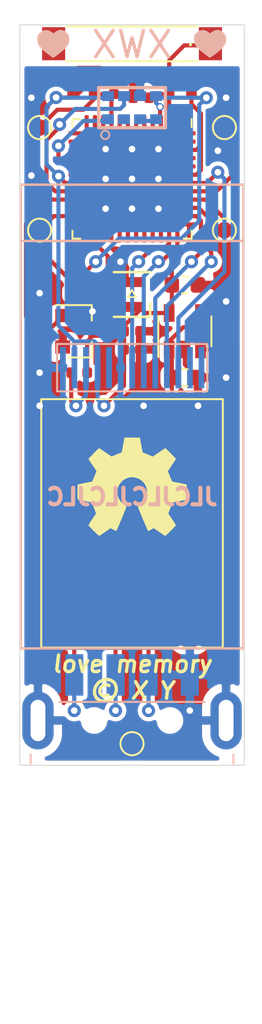
<source format=kicad_pcb>
(kicad_pcb (version 20171130) (host pcbnew 5.1.5)

  (general
    (thickness 1)
    (drawings 8)
    (tracks 259)
    (zones 0)
    (modules 33)
    (nets 26)
  )

  (page A4)
  (layers
    (0 F.Cu signal)
    (31 B.Cu signal)
    (32 B.Adhes user)
    (33 F.Adhes user)
    (34 B.Paste user)
    (35 F.Paste user)
    (36 B.SilkS user)
    (37 F.SilkS user)
    (38 B.Mask user)
    (39 F.Mask user)
    (40 Dwgs.User user)
    (41 Cmts.User user)
    (42 Eco1.User user)
    (43 Eco2.User user)
    (44 Edge.Cuts user)
    (45 Margin user)
    (46 B.CrtYd user)
    (47 F.CrtYd user)
    (48 B.Fab user)
    (49 F.Fab user)
  )

  (setup
    (last_trace_width 0.25)
    (trace_clearance 0.2)
    (zone_clearance 0.254)
    (zone_45_only no)
    (trace_min 0.2)
    (via_size 0.8)
    (via_drill 0.4)
    (via_min_size 0.4)
    (via_min_drill 0.3)
    (uvia_size 0.3)
    (uvia_drill 0.1)
    (uvias_allowed no)
    (uvia_min_size 0.2)
    (uvia_min_drill 0.1)
    (edge_width 0.05)
    (segment_width 0.2)
    (pcb_text_width 0.3)
    (pcb_text_size 1.5 1.5)
    (mod_edge_width 0.12)
    (mod_text_size 1 1)
    (mod_text_width 0.15)
    (pad_size 1.524 1.524)
    (pad_drill 0.762)
    (pad_to_mask_clearance 0.051)
    (solder_mask_min_width 0.25)
    (aux_axis_origin 0 0)
    (grid_origin 133.95 42.1)
    (visible_elements FFFFFF7F)
    (pcbplotparams
      (layerselection 0x010fc_ffffffff)
      (usegerberextensions false)
      (usegerberattributes false)
      (usegerberadvancedattributes false)
      (creategerberjobfile false)
      (excludeedgelayer true)
      (linewidth 0.100000)
      (plotframeref false)
      (viasonmask false)
      (mode 1)
      (useauxorigin false)
      (hpglpennumber 1)
      (hpglpenspeed 20)
      (hpglpendiameter 15.000000)
      (psnegative false)
      (psa4output false)
      (plotreference true)
      (plotvalue true)
      (plotinvisibletext false)
      (padsonsilk false)
      (subtractmaskfromsilk false)
      (outputformat 1)
      (mirror false)
      (drillshape 0)
      (scaleselection 1)
      (outputdirectory "Geber/"))
  )

  (net 0 "")
  (net 1 GND)
  (net 2 +3V3)
  (net 3 /LCD_MOSI)
  (net 4 /LCD_CLK)
  (net 5 /LCD_DC)
  (net 6 /LCD_RES)
  (net 7 /LCD_CS1)
  (net 8 /LCD160x80/LEDK)
  (net 9 "Net-(Q1-Pad3)")
  (net 10 "Net-(Q1-Pad1)")
  (net 11 "Net-(R1-Pad1)")
  (net 12 /LCD_BLK)
  (net 13 /ESP32-PICO-D4/TXD)
  (net 14 /ESP32-PICO-D4/RXD)
  (net 15 /ESP32-PICO-D4/EN)
  (net 16 "Net-(AE1-Pad1)")
  (net 17 /ESP32-PICO-D4/GPIO0)
  (net 18 "Net-(C7-Pad1)")
  (net 19 VBUS)
  (net 20 /D-)
  (net 21 /D+)
  (net 22 "Net-(U2-Pad3)")
  (net 23 /SDA)
  (net 24 /SCL)
  (net 25 /DIN)

  (net_class Default 这是默认网络类。
    (clearance 0.2)
    (trace_width 0.25)
    (via_dia 0.8)
    (via_drill 0.4)
    (uvia_dia 0.3)
    (uvia_drill 0.1)
    (add_net +3V3)
    (add_net /D+)
    (add_net /D-)
    (add_net /DIN)
    (add_net /ESP32-PICO-D4/EN)
    (add_net /ESP32-PICO-D4/GPIO0)
    (add_net /ESP32-PICO-D4/RXD)
    (add_net /ESP32-PICO-D4/TXD)
    (add_net /LCD160x80/LEDK)
    (add_net /LCD_BLK)
    (add_net /LCD_CLK)
    (add_net /LCD_CS1)
    (add_net /LCD_DC)
    (add_net /LCD_MOSI)
    (add_net /LCD_RES)
    (add_net /SCL)
    (add_net /SDA)
    (add_net GND)
    (add_net "Net-(AE1-Pad1)")
    (add_net "Net-(C7-Pad1)")
    (add_net "Net-(Q1-Pad1)")
    (add_net "Net-(Q1-Pad3)")
    (add_net "Net-(R1-Pad1)")
    (add_net "Net-(U2-Pad3)")
    (add_net VBUS)
  )

  (module USB:USB_A_2.0_Male (layer B.Cu) (tedit 5EDCA655) (tstamp 5ED6A3CF)
    (at 133.95 81.7 270)
    (descr http://cnctech.us/pdfs/1001-011-01101.pdf)
    (tags USB-A)
    (path /5ED69406)
    (attr smd)
    (fp_text reference J1 (at -6.9 8 90) (layer B.SilkS) hide
      (effects (font (size 1 1) (thickness 0.15)) (justify mirror))
    )
    (fp_text value USB_A (at 0 -8 270) (layer B.Fab) hide
      (effects (font (size 1 1) (thickness 0.15)) (justify mirror))
    )
    (fp_line (start -11.4 -4.55) (end -9.15 -4.55) (layer B.CrtYd) (width 0.05))
    (fp_line (start -9.15 -4.55) (end -9.15 -7.15) (layer B.CrtYd) (width 0.05))
    (fp_line (start -9.15 -7.15) (end -4.65 -7.15) (layer B.CrtYd) (width 0.05))
    (fp_line (start -4.65 -7.15) (end -4.65 -6.52) (layer B.CrtYd) (width 0.05))
    (fp_line (start -4.65 -6.52) (end 11.4 -6.52) (layer B.CrtYd) (width 0.05))
    (fp_text user %R (at -6 0 180) (layer B.Fab)
      (effects (font (size 1 1) (thickness 0.15)) (justify mirror))
    )
    (fp_line (start 11.4 -6.52) (end 11.4 6.52) (layer B.CrtYd) (width 0.05))
    (fp_line (start -4.65 6.52) (end 11.4 6.52) (layer B.CrtYd) (width 0.05))
    (fp_line (start -4.65 6.52) (end -4.65 7.15) (layer B.CrtYd) (width 0.05))
    (fp_line (start -9.15 7.15) (end -4.65 7.15) (layer B.CrtYd) (width 0.05))
    (fp_line (start -9.15 7.15) (end -9.15 4.55) (layer B.CrtYd) (width 0.05))
    (fp_line (start -11.4 4.55) (end -9.15 4.55) (layer B.CrtYd) (width 0.05))
    (fp_line (start -11.4 -4.55) (end -11.4 4.55) (layer B.CrtYd) (width 0.05))
    (fp_line (start -4.85 -6.145) (end -4.3 -6.145) (layer B.SilkS) (width 0.12))
    (fp_line (start -4.85 6.145) (end -4.3 6.145) (layer B.SilkS) (width 0.12))
    (fp_text user "PCB Edge" (at -4.55 0.05 180) (layer Dwgs.User)
      (effects (font (size 0.6 0.6) (thickness 0.09)))
    )
    (fp_line (start -4.3 -6.025) (end -4.3 6.025) (layer Dwgs.User) (width 0.1))
    (fp_line (start -8.02 4.4) (end -8.02 -4.4) (layer B.SilkS) (width 0.12))
    (fp_circle (center -6.9 -2.3) (end -6.9 -2.8) (layer B.Fab) (width 0.1))
    (fp_circle (center -6.9 2.3) (end -6.9 2.8) (layer B.Fab) (width 0.1))
    (fp_line (start -10.4 3.25) (end -7.9 3.25) (layer B.Fab) (width 0.1))
    (fp_line (start -10.4 3.25) (end -10.4 3.75) (layer B.Fab) (width 0.1))
    (fp_line (start -10.4 3.75) (end -7.9 3.75) (layer B.Fab) (width 0.1))
    (fp_line (start -10.4 1.25) (end -7.9 1.25) (layer B.Fab) (width 0.1))
    (fp_line (start -10.4 0.75) (end -7.9 0.75) (layer B.Fab) (width 0.1))
    (fp_line (start -10.4 0.75) (end -10.4 1.25) (layer B.Fab) (width 0.1))
    (fp_line (start -10.4 -1.25) (end -7.9 -1.25) (layer B.Fab) (width 0.1))
    (fp_line (start -10.4 -1.25) (end -10.4 -0.75) (layer B.Fab) (width 0.1))
    (fp_line (start -10.4 -0.75) (end -7.9 -0.75) (layer B.Fab) (width 0.1))
    (fp_line (start -10.4 -3.75) (end -7.9 -3.75) (layer B.Fab) (width 0.1))
    (fp_line (start -10.4 -3.25) (end -7.9 -3.25) (layer B.Fab) (width 0.1))
    (fp_line (start -10.4 -3.75) (end -10.4 -3.25) (layer B.Fab) (width 0.1))
    (fp_line (start 10.9 -6.025) (end 10.9 6.025) (layer B.Fab) (width 0.1))
    (fp_line (start -7.9 -6.025) (end 10.9 -6.025) (layer B.Fab) (width 0.1))
    (fp_line (start -7.9 6.025) (end 10.9 6.025) (layer B.Fab) (width 0.1))
    (fp_line (start -7.9 -6.025) (end -7.9 6.025) (layer B.Fab) (width 0.1))
    (pad "" np_thru_hole circle (at -6.9 -2.3 270) (size 1.1 1.1) (drill 1.1) (layers *.Cu *.Mask))
    (pad "" np_thru_hole circle (at -6.9 2.3 270) (size 1.1 1.1) (drill 1.1) (layers *.Cu *.Mask))
    (pad 5 thru_hole oval (at -6.9 -5.7 270) (size 3.5 1.9) (drill oval 2.5 0.9) (layers *.Cu *.Mask)
      (net 1 GND))
    (pad 5 thru_hole oval (at -6.9 5.7 270) (size 3.5 1.9) (drill oval 2.5 0.9) (layers *.Cu *.Mask)
      (net 1 GND))
    (pad 4 smd rect (at -9.65 -3.5 270) (size 2.5 1.1) (layers B.Cu B.Paste B.Mask)
      (net 1 GND))
    (pad 1 smd rect (at -9.65 3.5 270) (size 2.5 1.1) (layers B.Cu B.Paste B.Mask)
      (net 19 VBUS))
    (pad 3 smd rect (at -9.65 -1 270) (size 2.5 1.1) (layers B.Cu B.Paste B.Mask)
      (net 21 /D+))
    (pad 2 smd rect (at -9.65 1 270) (size 2.5 1.1) (layers B.Cu B.Paste B.Mask)
      (net 20 /D-))
    (model ${KIPRJMOD}/kicad-lib/modules/packages3d/USB.3dshapes/USB_A_2.0_Male.step
      (offset (xyz 41 -36 -0.1))
      (scale (xyz 1 1 1))
      (rotate (xyz -90 0 -180))
    )
  )

  (module Symbol:OSHW-Symbol_6.7x6mm_SilkScreen (layer F.Cu) (tedit 0) (tstamp 5EDD1E64)
    (at 133.95 60.7)
    (descr "Open Source Hardware Symbol")
    (tags "Logo Symbol OSHW")
    (attr virtual)
    (fp_text reference REF** (at 0 0) (layer F.SilkS) hide
      (effects (font (size 1 1) (thickness 0.15)))
    )
    (fp_text value OSHW-Symbol_6.7x6mm_SilkScreen (at 0.75 0) (layer F.Fab) hide
      (effects (font (size 1 1) (thickness 0.15)))
    )
    (fp_poly (pts (xy 0.555814 -2.531069) (xy 0.639635 -2.086445) (xy 0.94892 -1.958947) (xy 1.258206 -1.831449)
      (xy 1.629246 -2.083754) (xy 1.733157 -2.154004) (xy 1.827087 -2.216728) (xy 1.906652 -2.269062)
      (xy 1.96747 -2.308143) (xy 2.005157 -2.331107) (xy 2.015421 -2.336058) (xy 2.03391 -2.323324)
      (xy 2.07342 -2.288118) (xy 2.129522 -2.234938) (xy 2.197787 -2.168282) (xy 2.273786 -2.092646)
      (xy 2.353092 -2.012528) (xy 2.431275 -1.932426) (xy 2.503907 -1.856836) (xy 2.566559 -1.790255)
      (xy 2.614803 -1.737182) (xy 2.64421 -1.702113) (xy 2.651241 -1.690377) (xy 2.641123 -1.66874)
      (xy 2.612759 -1.621338) (xy 2.569129 -1.552807) (xy 2.513218 -1.467785) (xy 2.448006 -1.370907)
      (xy 2.410219 -1.31565) (xy 2.341343 -1.214752) (xy 2.28014 -1.123701) (xy 2.229578 -1.04703)
      (xy 2.192628 -0.989272) (xy 2.172258 -0.954957) (xy 2.169197 -0.947746) (xy 2.176136 -0.927252)
      (xy 2.195051 -0.879487) (xy 2.223087 -0.811168) (xy 2.257391 -0.729011) (xy 2.295109 -0.63973)
      (xy 2.333387 -0.550042) (xy 2.36937 -0.466662) (xy 2.400206 -0.396306) (xy 2.423039 -0.34569)
      (xy 2.435017 -0.321529) (xy 2.435724 -0.320578) (xy 2.454531 -0.315964) (xy 2.504618 -0.305672)
      (xy 2.580793 -0.290713) (xy 2.677865 -0.272099) (xy 2.790643 -0.250841) (xy 2.856442 -0.238582)
      (xy 2.97695 -0.215638) (xy 3.085797 -0.193805) (xy 3.177476 -0.174278) (xy 3.246481 -0.158252)
      (xy 3.287304 -0.146921) (xy 3.295511 -0.143326) (xy 3.303548 -0.118994) (xy 3.310033 -0.064041)
      (xy 3.31497 0.015108) (xy 3.318364 0.112026) (xy 3.320218 0.220287) (xy 3.320538 0.333465)
      (xy 3.319327 0.445135) (xy 3.31659 0.548868) (xy 3.312331 0.638241) (xy 3.306555 0.706826)
      (xy 3.299267 0.748197) (xy 3.294895 0.75681) (xy 3.268764 0.767133) (xy 3.213393 0.781892)
      (xy 3.136107 0.799352) (xy 3.04423 0.81778) (xy 3.012158 0.823741) (xy 2.857524 0.852066)
      (xy 2.735375 0.874876) (xy 2.641673 0.89308) (xy 2.572384 0.907583) (xy 2.523471 0.919292)
      (xy 2.490897 0.929115) (xy 2.470628 0.937956) (xy 2.458626 0.946724) (xy 2.456947 0.948457)
      (xy 2.440184 0.976371) (xy 2.414614 1.030695) (xy 2.382788 1.104777) (xy 2.34726 1.191965)
      (xy 2.310583 1.285608) (xy 2.275311 1.379052) (xy 2.243996 1.465647) (xy 2.219193 1.53874)
      (xy 2.203454 1.591678) (xy 2.199332 1.617811) (xy 2.199676 1.618726) (xy 2.213641 1.640086)
      (xy 2.245322 1.687084) (xy 2.291391 1.754827) (xy 2.348518 1.838423) (xy 2.413373 1.932982)
      (xy 2.431843 1.959854) (xy 2.497699 2.057275) (xy 2.55565 2.146163) (xy 2.602538 2.221412)
      (xy 2.635207 2.27792) (xy 2.6505 2.310581) (xy 2.651241 2.314593) (xy 2.638392 2.335684)
      (xy 2.602888 2.377464) (xy 2.549293 2.435445) (xy 2.482171 2.505135) (xy 2.406087 2.582045)
      (xy 2.325604 2.661683) (xy 2.245287 2.739561) (xy 2.169699 2.811186) (xy 2.103405 2.87207)
      (xy 2.050969 2.917721) (xy 2.016955 2.94365) (xy 2.007545 2.947883) (xy 1.985643 2.937912)
      (xy 1.9408 2.91102) (xy 1.880321 2.871736) (xy 1.833789 2.840117) (xy 1.749475 2.782098)
      (xy 1.649626 2.713784) (xy 1.549473 2.645579) (xy 1.495627 2.609075) (xy 1.313371 2.4858)
      (xy 1.160381 2.56852) (xy 1.090682 2.604759) (xy 1.031414 2.632926) (xy 0.991311 2.648991)
      (xy 0.981103 2.651226) (xy 0.968829 2.634722) (xy 0.944613 2.588082) (xy 0.910263 2.515609)
      (xy 0.867588 2.421606) (xy 0.818394 2.310374) (xy 0.76449 2.186215) (xy 0.707684 2.053432)
      (xy 0.649782 1.916327) (xy 0.592593 1.779202) (xy 0.537924 1.646358) (xy 0.487584 1.522098)
      (xy 0.44338 1.410725) (xy 0.407119 1.316539) (xy 0.380609 1.243844) (xy 0.365658 1.196941)
      (xy 0.363254 1.180833) (xy 0.382311 1.160286) (xy 0.424036 1.126933) (xy 0.479706 1.087702)
      (xy 0.484378 1.084599) (xy 0.628264 0.969423) (xy 0.744283 0.835053) (xy 0.83143 0.685784)
      (xy 0.888699 0.525913) (xy 0.915086 0.359737) (xy 0.909585 0.191552) (xy 0.87119 0.025655)
      (xy 0.798895 -0.133658) (xy 0.777626 -0.168513) (xy 0.666996 -0.309263) (xy 0.536302 -0.422286)
      (xy 0.390064 -0.506997) (xy 0.232808 -0.562806) (xy 0.069057 -0.589126) (xy -0.096667 -0.58537)
      (xy -0.259838 -0.55095) (xy -0.415935 -0.485277) (xy -0.560433 -0.387765) (xy -0.605131 -0.348187)
      (xy -0.718888 -0.224297) (xy -0.801782 -0.093876) (xy -0.858644 0.052315) (xy -0.890313 0.197088)
      (xy -0.898131 0.35986) (xy -0.872062 0.52344) (xy -0.814755 0.682298) (xy -0.728856 0.830906)
      (xy -0.617014 0.963735) (xy -0.481877 1.075256) (xy -0.464117 1.087011) (xy -0.40785 1.125508)
      (xy -0.365077 1.158863) (xy -0.344628 1.18016) (xy -0.344331 1.180833) (xy -0.348721 1.203871)
      (xy -0.366124 1.256157) (xy -0.394732 1.33339) (xy -0.432735 1.431268) (xy -0.478326 1.545491)
      (xy -0.529697 1.671758) (xy -0.585038 1.805767) (xy -0.642542 1.943218) (xy -0.700399 2.079808)
      (xy -0.756802 2.211237) (xy -0.809942 2.333205) (xy -0.85801 2.441409) (xy -0.899199 2.531549)
      (xy -0.931699 2.599323) (xy -0.953703 2.64043) (xy -0.962564 2.651226) (xy -0.98964 2.642819)
      (xy -1.040303 2.620272) (xy -1.105817 2.587613) (xy -1.141841 2.56852) (xy -1.294832 2.4858)
      (xy -1.477088 2.609075) (xy -1.570125 2.672228) (xy -1.671985 2.741727) (xy -1.767438 2.807165)
      (xy -1.81525 2.840117) (xy -1.882495 2.885273) (xy -1.939436 2.921057) (xy -1.978646 2.942938)
      (xy -1.991381 2.947563) (xy -2.009917 2.935085) (xy -2.050941 2.900252) (xy -2.110475 2.846678)
      (xy -2.184542 2.777983) (xy -2.269165 2.697781) (xy -2.322685 2.646286) (xy -2.416319 2.554286)
      (xy -2.497241 2.471999) (xy -2.562177 2.402945) (xy -2.607858 2.350644) (xy -2.631011 2.318616)
      (xy -2.633232 2.312116) (xy -2.622924 2.287394) (xy -2.594439 2.237405) (xy -2.550937 2.167212)
      (xy -2.495577 2.081875) (xy -2.43152 1.986456) (xy -2.413303 1.959854) (xy -2.346927 1.863167)
      (xy -2.287378 1.776117) (xy -2.237984 1.703595) (xy -2.202075 1.650493) (xy -2.182981 1.621703)
      (xy -2.181136 1.618726) (xy -2.183895 1.595782) (xy -2.198538 1.545336) (xy -2.222513 1.474041)
      (xy -2.253266 1.388547) (xy -2.288244 1.295507) (xy -2.324893 1.201574) (xy -2.360661 1.113399)
      (xy -2.392994 1.037634) (xy -2.419338 0.980931) (xy -2.437142 0.949943) (xy -2.438407 0.948457)
      (xy -2.449294 0.939601) (xy -2.467682 0.930843) (xy -2.497606 0.921277) (xy -2.543103 0.909996)
      (xy -2.608209 0.896093) (xy -2.696961 0.878663) (xy -2.813393 0.856798) (xy -2.961542 0.829591)
      (xy -2.993618 0.823741) (xy -3.088686 0.805374) (xy -3.171565 0.787405) (xy -3.23493 0.771569)
      (xy -3.271458 0.7596) (xy -3.276356 0.75681) (xy -3.284427 0.732072) (xy -3.290987 0.67679)
      (xy -3.296033 0.597389) (xy -3.299559 0.500296) (xy -3.301561 0.391938) (xy -3.302036 0.27874)
      (xy -3.300977 0.167128) (xy -3.298382 0.063529) (xy -3.294246 -0.025632) (xy -3.288563 -0.093928)
      (xy -3.281331 -0.134934) (xy -3.276971 -0.143326) (xy -3.252698 -0.151792) (xy -3.197426 -0.165565)
      (xy -3.116662 -0.18345) (xy -3.015912 -0.204252) (xy -2.900683 -0.226777) (xy -2.837902 -0.238582)
      (xy -2.718787 -0.260849) (xy -2.612565 -0.281021) (xy -2.524427 -0.298085) (xy -2.459566 -0.311031)
      (xy -2.423174 -0.318845) (xy -2.417184 -0.320578) (xy -2.407061 -0.34011) (xy -2.385662 -0.387157)
      (xy -2.355839 -0.454997) (xy -2.320445 -0.536909) (xy -2.282332 -0.626172) (xy -2.244353 -0.716065)
      (xy -2.20936 -0.799865) (xy -2.180206 -0.870853) (xy -2.159743 -0.922306) (xy -2.150823 -0.947503)
      (xy -2.150657 -0.948604) (xy -2.160769 -0.968481) (xy -2.189117 -1.014223) (xy -2.232723 -1.081283)
      (xy -2.288606 -1.165116) (xy -2.353787 -1.261174) (xy -2.391679 -1.31635) (xy -2.460725 -1.417519)
      (xy -2.52205 -1.50937) (xy -2.572663 -1.587256) (xy -2.609571 -1.646531) (xy -2.629782 -1.682549)
      (xy -2.632701 -1.690623) (xy -2.620153 -1.709416) (xy -2.585463 -1.749543) (xy -2.533063 -1.806507)
      (xy -2.467384 -1.875815) (xy -2.392856 -1.952969) (xy -2.313913 -2.033475) (xy -2.234983 -2.112837)
      (xy -2.1605 -2.18656) (xy -2.094894 -2.250148) (xy -2.042596 -2.299106) (xy -2.008039 -2.328939)
      (xy -1.996478 -2.336058) (xy -1.977654 -2.326047) (xy -1.932631 -2.297922) (xy -1.865787 -2.254546)
      (xy -1.781499 -2.198782) (xy -1.684144 -2.133494) (xy -1.610707 -2.083754) (xy -1.239667 -1.831449)
      (xy -0.621095 -2.086445) (xy -0.537275 -2.531069) (xy -0.453454 -2.975693) (xy 0.471994 -2.975693)
      (xy 0.555814 -2.531069)) (layer F.SilkS) (width 0.01))
  )

  (module udisk:love (layer B.Cu) (tedit 0) (tstamp 5EDD1858)
    (at 138.7 33.9 180)
    (fp_text reference G*** (at 0 0) (layer B.SilkS) hide
      (effects (font (size 1.524 1.524) (thickness 0.3)) (justify mirror))
    )
    (fp_text value LOGO (at 0.75 0) (layer B.SilkS) hide
      (effects (font (size 1.524 1.524) (thickness 0.3)) (justify mirror))
    )
    (fp_poly (pts (xy -0.324014 0.78167) (xy -0.237716 0.748036) (xy -0.135846 0.695048) (xy -0.057468 0.640644)
      (xy -0.040021 0.623388) (xy -0.003319 0.589652) (xy 0.036428 0.595176) (xy 0.102287 0.644268)
      (xy 0.111005 0.651577) (xy 0.279024 0.753288) (xy 0.454739 0.786552) (xy 0.630889 0.751872)
      (xy 0.80021 0.649751) (xy 0.854691 0.599999) (xy 0.928974 0.520318) (xy 0.968826 0.452704)
      (xy 0.984881 0.369162) (xy 0.987778 0.249689) (xy 0.97892 0.100814) (xy 0.947742 -0.030289)
      (xy 0.887341 -0.153343) (xy 0.790812 -0.278069) (xy 0.65125 -0.414192) (xy 0.461752 -0.571435)
      (xy 0.335139 -0.669379) (xy 0.219856 -0.756897) (xy 0.124353 -0.829018) (xy 0.063813 -0.874292)
      (xy 0.052917 -0.882228) (xy 0.013254 -0.87129) (xy -0.069285 -0.823312) (xy -0.182919 -0.745869)
      (xy -0.315862 -0.646535) (xy -0.3258 -0.638791) (xy -0.541951 -0.463617) (xy -0.704326 -0.315163)
      (xy -0.819725 -0.183971) (xy -0.894944 -0.060579) (xy -0.936782 0.064472) (xy -0.952036 0.200641)
      (xy -0.9525 0.233354) (xy -0.921624 0.431086) (xy -0.831483 0.592305) (xy -0.685804 0.712274)
      (xy -0.524152 0.777461) (xy -0.418869 0.795847) (xy -0.324014 0.78167)) (layer B.SilkS) (width 0.01))
  )

  (module udisk:love (layer B.Cu) (tedit 0) (tstamp 5EDD16DA)
    (at 129.2 33.9 180)
    (fp_text reference G*** (at 0 0) (layer B.SilkS) hide
      (effects (font (size 1.524 1.524) (thickness 0.3)) (justify mirror))
    )
    (fp_text value LOGO (at 0.75 0) (layer B.SilkS) hide
      (effects (font (size 1.524 1.524) (thickness 0.3)) (justify mirror))
    )
    (fp_poly (pts (xy -0.324014 0.78167) (xy -0.237716 0.748036) (xy -0.135846 0.695048) (xy -0.057468 0.640644)
      (xy -0.040021 0.623388) (xy -0.003319 0.589652) (xy 0.036428 0.595176) (xy 0.102287 0.644268)
      (xy 0.111005 0.651577) (xy 0.279024 0.753288) (xy 0.454739 0.786552) (xy 0.630889 0.751872)
      (xy 0.80021 0.649751) (xy 0.854691 0.599999) (xy 0.928974 0.520318) (xy 0.968826 0.452704)
      (xy 0.984881 0.369162) (xy 0.987778 0.249689) (xy 0.97892 0.100814) (xy 0.947742 -0.030289)
      (xy 0.887341 -0.153343) (xy 0.790812 -0.278069) (xy 0.65125 -0.414192) (xy 0.461752 -0.571435)
      (xy 0.335139 -0.669379) (xy 0.219856 -0.756897) (xy 0.124353 -0.829018) (xy 0.063813 -0.874292)
      (xy 0.052917 -0.882228) (xy 0.013254 -0.87129) (xy -0.069285 -0.823312) (xy -0.182919 -0.745869)
      (xy -0.315862 -0.646535) (xy -0.3258 -0.638791) (xy -0.541951 -0.463617) (xy -0.704326 -0.315163)
      (xy -0.819725 -0.183971) (xy -0.894944 -0.060579) (xy -0.936782 0.064472) (xy -0.952036 0.200641)
      (xy -0.9525 0.233354) (xy -0.921624 0.431086) (xy -0.831483 0.592305) (xy -0.685804 0.712274)
      (xy -0.524152 0.777461) (xy -0.418869 0.795847) (xy -0.324014 0.78167)) (layer B.SilkS) (width 0.01))
  )

  (module TestPoint:TestPoint_Pad_D1.0mm (layer F.Cu) (tedit 5A0F774F) (tstamp 5EDC9F17)
    (at 133.95 76.2)
    (descr "SMD pad as test Point, diameter 1.0mm")
    (tags "test point SMD pad")
    (path /5EDCAAD1)
    (attr virtual)
    (fp_text reference TP5 (at 0 -1.448) (layer F.SilkS) hide
      (effects (font (size 1 1) (thickness 0.15)))
    )
    (fp_text value GND (at 0 1.55) (layer F.Fab) hide
      (effects (font (size 1 1) (thickness 0.15)))
    )
    (fp_circle (center 0 0) (end 0 0.7) (layer F.SilkS) (width 0.12))
    (fp_circle (center 0 0) (end 1 0) (layer F.CrtYd) (width 0.05))
    (fp_text user %R (at 0 -1.45) (layer F.Fab)
      (effects (font (size 1 1) (thickness 0.15)))
    )
    (pad 1 smd circle (at 0 0) (size 1 1) (layers F.Cu F.Mask)
      (net 1 GND))
  )

  (module RGB_LED:WS2812B-0807 (layer F.Cu) (tedit 5DBD4C95) (tstamp 5ED7E779)
    (at 133.95 49.1 180)
    (path /5F28B896)
    (fp_text reference D1 (at 0.57 -2.54) (layer F.SilkS) hide
      (effects (font (size 1 1) (thickness 0.15)))
    )
    (fp_text value WS2812B-0807 (at 0.39 2.45) (layer F.Fab) hide
      (effects (font (size 1 1) (thickness 0.15)))
    )
    (fp_line (start 0.26 -0.14) (end 0.01 0.3) (layer F.SilkS) (width 0.1))
    (fp_line (start -0.24 -0.14) (end 0.26 -0.14) (layer F.SilkS) (width 0.1))
    (fp_line (start 0.01 0.3) (end -0.24 -0.14) (layer F.SilkS) (width 0.1))
    (fp_line (start -0.1 -1.18) (end 0.54 -1.18) (layer F.Fab) (width 0.1))
    (fp_line (start 1.25 -1.48) (end -1.25 -1.48) (layer F.CrtYd) (width 0.05))
    (fp_line (start -1.1 -0.53) (end -1.1 -1.33) (layer F.SilkS) (width 0.15))
    (fp_line (start 0.54 -1.18) (end 0.54 1.22) (layer F.Fab) (width 0.1))
    (fp_line (start 0.54 1.22) (end -0.5 1.22) (layer F.Fab) (width 0.1))
    (fp_line (start 1.1 1.37) (end -1.1 1.37) (layer F.SilkS) (width 0.15))
    (fp_line (start -0.5 1.22) (end -0.5 -0.705) (layer F.Fab) (width 0.1))
    (fp_line (start 1.1 -1.33) (end -1.1 -1.33) (layer F.SilkS) (width 0.15))
    (fp_line (start -1.25 1.52) (end 1.25 1.52) (layer F.CrtYd) (width 0.05))
    (fp_line (start 1.25 1.52) (end 1.25 -1.48) (layer F.CrtYd) (width 0.05))
    (fp_line (start -1.25 -1.48) (end -1.25 1.52) (layer F.CrtYd) (width 0.05))
    (fp_line (start -0.5 -0.705) (end -0.1 -1.18) (layer F.Fab) (width 0.1))
    (pad 2 smd rect (at -0.45 0.77) (size 0.7 0.6) (layers F.Cu F.Paste F.Mask))
    (pad 3 smd rect (at 0.45 0.77) (size 0.7 0.6) (layers F.Cu F.Paste F.Mask)
      (net 1 GND))
    (pad 1 smd rect (at -0.45 -0.73) (size 0.7 0.6) (layers F.Cu F.Paste F.Mask)
      (net 2 +3V3))
    (pad 4 smd rect (at 0.45 -0.73) (size 0.7 0.6) (layers F.Cu F.Paste F.Mask)
      (net 25 /DIN))
    (model ${KIPRJMOD}/kicad-lib/modules/packages3d/RGB_LED.3dshapes/WS2812B-0807.STEP
      (offset (xyz 0 -0.01 0))
      (scale (xyz 1 1 1))
      (rotate (xyz 0 0 90))
    )
  )

  (module Capacitor_SMD:C_0402_1005Metric (layer F.Cu) (tedit 5B301BBE) (tstamp 5ED7E746)
    (at 133.95 51.3)
    (descr "Capacitor SMD 0402 (1005 Metric), square (rectangular) end terminal, IPC_7351 nominal, (Body size source: http://www.tortai-tech.com/upload/download/2011102023233369053.pdf), generated with kicad-footprint-generator")
    (tags capacitor)
    (path /5F28B88D)
    (attr smd)
    (fp_text reference C8 (at 0 -1.17) (layer F.SilkS) hide
      (effects (font (size 1 1) (thickness 0.15)))
    )
    (fp_text value 0.1uF (at 0 1.17) (layer F.Fab) hide
      (effects (font (size 1 1) (thickness 0.15)))
    )
    (fp_text user %R (at 0 0) (layer F.Fab)
      (effects (font (size 0.25 0.25) (thickness 0.04)))
    )
    (fp_line (start 0.93 0.47) (end -0.93 0.47) (layer F.CrtYd) (width 0.05))
    (fp_line (start 0.93 -0.47) (end 0.93 0.47) (layer F.CrtYd) (width 0.05))
    (fp_line (start -0.93 -0.47) (end 0.93 -0.47) (layer F.CrtYd) (width 0.05))
    (fp_line (start -0.93 0.47) (end -0.93 -0.47) (layer F.CrtYd) (width 0.05))
    (fp_line (start 0.5 0.25) (end -0.5 0.25) (layer F.Fab) (width 0.1))
    (fp_line (start 0.5 -0.25) (end 0.5 0.25) (layer F.Fab) (width 0.1))
    (fp_line (start -0.5 -0.25) (end 0.5 -0.25) (layer F.Fab) (width 0.1))
    (fp_line (start -0.5 0.25) (end -0.5 -0.25) (layer F.Fab) (width 0.1))
    (pad 2 smd roundrect (at 0.485 0) (size 0.59 0.64) (layers F.Cu F.Paste F.Mask) (roundrect_rratio 0.25)
      (net 1 GND))
    (pad 1 smd roundrect (at -0.485 0) (size 0.59 0.64) (layers F.Cu F.Paste F.Mask) (roundrect_rratio 0.25)
      (net 2 +3V3))
    (model ${KISYS3DMOD}/Capacitor_SMD.3dshapes/C_0402_1005Metric.wrl
      (at (xyz 0 0 0))
      (scale (xyz 1 1 1))
      (rotate (xyz 0 0 0))
    )
  )

  (module Capacitor_SMD:C_0603_1608Metric (layer F.Cu) (tedit 5B301BBE) (tstamp 5ED20DC9)
    (at 137.15 54.1)
    (descr "Capacitor SMD 0603 (1608 Metric), square (rectangular) end terminal, IPC_7351 nominal, (Body size source: http://www.tortai-tech.com/upload/download/2011102023233369053.pdf), generated with kicad-footprint-generator")
    (tags capacitor)
    (path /5D8A8C31/5D8B9DEE)
    (attr smd)
    (fp_text reference C1 (at 0 -1.43) (layer F.SilkS) hide
      (effects (font (size 1 1) (thickness 0.15)))
    )
    (fp_text value 1uF (at 0 1.43) (layer F.Fab) hide
      (effects (font (size 1 1) (thickness 0.15)))
    )
    (fp_text user %R (at 0 0) (layer F.Fab)
      (effects (font (size 0.4 0.4) (thickness 0.06)))
    )
    (fp_line (start 1.48 0.73) (end -1.48 0.73) (layer F.CrtYd) (width 0.05))
    (fp_line (start 1.48 -0.73) (end 1.48 0.73) (layer F.CrtYd) (width 0.05))
    (fp_line (start -1.48 -0.73) (end 1.48 -0.73) (layer F.CrtYd) (width 0.05))
    (fp_line (start -1.48 0.73) (end -1.48 -0.73) (layer F.CrtYd) (width 0.05))
    (fp_line (start -0.162779 0.51) (end 0.162779 0.51) (layer F.SilkS) (width 0.12))
    (fp_line (start -0.162779 -0.51) (end 0.162779 -0.51) (layer F.SilkS) (width 0.12))
    (fp_line (start 0.8 0.4) (end -0.8 0.4) (layer F.Fab) (width 0.1))
    (fp_line (start 0.8 -0.4) (end 0.8 0.4) (layer F.Fab) (width 0.1))
    (fp_line (start -0.8 -0.4) (end 0.8 -0.4) (layer F.Fab) (width 0.1))
    (fp_line (start -0.8 0.4) (end -0.8 -0.4) (layer F.Fab) (width 0.1))
    (pad 2 smd roundrect (at 0.7875 0) (size 0.875 0.95) (layers F.Cu F.Paste F.Mask) (roundrect_rratio 0.25)
      (net 1 GND))
    (pad 1 smd roundrect (at -0.7875 0) (size 0.875 0.95) (layers F.Cu F.Paste F.Mask) (roundrect_rratio 0.25)
      (net 19 VBUS))
    (model ${KISYS3DMOD}/Capacitor_SMD.3dshapes/C_0603_1608Metric.wrl
      (at (xyz 0 0 0))
      (scale (xyz 1 1 1))
      (rotate (xyz 0 0 0))
    )
  )

  (module Capacitor_SMD:C_0603_1608Metric (layer F.Cu) (tedit 5B301BBE) (tstamp 5ED20DDA)
    (at 137.15 48.5)
    (descr "Capacitor SMD 0603 (1608 Metric), square (rectangular) end terminal, IPC_7351 nominal, (Body size source: http://www.tortai-tech.com/upload/download/2011102023233369053.pdf), generated with kicad-footprint-generator")
    (tags capacitor)
    (path /5D8A8C31/5D8BB265)
    (attr smd)
    (fp_text reference C2 (at 0 -1.43) (layer F.SilkS) hide
      (effects (font (size 1 1) (thickness 0.15)))
    )
    (fp_text value 1uF (at 0 1.43) (layer F.Fab) hide
      (effects (font (size 1 1) (thickness 0.15)))
    )
    (fp_text user %R (at 0 0) (layer F.Fab)
      (effects (font (size 0.4 0.4) (thickness 0.06)))
    )
    (fp_line (start 1.48 0.73) (end -1.48 0.73) (layer F.CrtYd) (width 0.05))
    (fp_line (start 1.48 -0.73) (end 1.48 0.73) (layer F.CrtYd) (width 0.05))
    (fp_line (start -1.48 -0.73) (end 1.48 -0.73) (layer F.CrtYd) (width 0.05))
    (fp_line (start -1.48 0.73) (end -1.48 -0.73) (layer F.CrtYd) (width 0.05))
    (fp_line (start -0.162779 0.51) (end 0.162779 0.51) (layer F.SilkS) (width 0.12))
    (fp_line (start -0.162779 -0.51) (end 0.162779 -0.51) (layer F.SilkS) (width 0.12))
    (fp_line (start 0.8 0.4) (end -0.8 0.4) (layer F.Fab) (width 0.1))
    (fp_line (start 0.8 -0.4) (end 0.8 0.4) (layer F.Fab) (width 0.1))
    (fp_line (start -0.8 -0.4) (end 0.8 -0.4) (layer F.Fab) (width 0.1))
    (fp_line (start -0.8 0.4) (end -0.8 -0.4) (layer F.Fab) (width 0.1))
    (pad 2 smd roundrect (at 0.7875 0) (size 0.875 0.95) (layers F.Cu F.Paste F.Mask) (roundrect_rratio 0.25)
      (net 1 GND))
    (pad 1 smd roundrect (at -0.7875 0) (size 0.875 0.95) (layers F.Cu F.Paste F.Mask) (roundrect_rratio 0.25)
      (net 2 +3V3))
    (model ${KISYS3DMOD}/Capacitor_SMD.3dshapes/C_0603_1608Metric.wrl
      (at (xyz 0 0 0))
      (scale (xyz 1 1 1))
      (rotate (xyz 0 0 0))
    )
  )

  (module Capacitor_SMD:C_0402_1005Metric (layer F.Cu) (tedit 5B301BBE) (tstamp 5ED20DE9)
    (at 133.95 52.4 180)
    (descr "Capacitor SMD 0402 (1005 Metric), square (rectangular) end terminal, IPC_7351 nominal, (Body size source: http://www.tortai-tech.com/upload/download/2011102023233369053.pdf), generated with kicad-footprint-generator")
    (tags capacitor)
    (path /5EE439BB/5D355606)
    (attr smd)
    (fp_text reference C3 (at 0 -1.17) (layer F.SilkS) hide
      (effects (font (size 1 1) (thickness 0.15)))
    )
    (fp_text value 0.1uF (at 0 1.17) (layer F.Fab) hide
      (effects (font (size 1 1) (thickness 0.15)))
    )
    (fp_text user %R (at 0 0) (layer F.Fab)
      (effects (font (size 0.25 0.25) (thickness 0.04)))
    )
    (fp_line (start 0.93 0.47) (end -0.93 0.47) (layer F.CrtYd) (width 0.05))
    (fp_line (start 0.93 -0.47) (end 0.93 0.47) (layer F.CrtYd) (width 0.05))
    (fp_line (start -0.93 -0.47) (end 0.93 -0.47) (layer F.CrtYd) (width 0.05))
    (fp_line (start -0.93 0.47) (end -0.93 -0.47) (layer F.CrtYd) (width 0.05))
    (fp_line (start 0.5 0.25) (end -0.5 0.25) (layer F.Fab) (width 0.1))
    (fp_line (start 0.5 -0.25) (end 0.5 0.25) (layer F.Fab) (width 0.1))
    (fp_line (start -0.5 -0.25) (end 0.5 -0.25) (layer F.Fab) (width 0.1))
    (fp_line (start -0.5 0.25) (end -0.5 -0.25) (layer F.Fab) (width 0.1))
    (pad 2 smd roundrect (at 0.485 0 180) (size 0.59 0.64) (layers F.Cu F.Paste F.Mask) (roundrect_rratio 0.25)
      (net 2 +3V3))
    (pad 1 smd roundrect (at -0.485 0 180) (size 0.59 0.64) (layers F.Cu F.Paste F.Mask) (roundrect_rratio 0.25)
      (net 1 GND))
    (model ${KISYS3DMOD}/Capacitor_SMD.3dshapes/C_0402_1005Metric.wrl
      (at (xyz 0 0 0))
      (scale (xyz 1 1 1))
      (rotate (xyz 0 0 0))
    )
  )

  (module LCD:IPS0.9'160x80 (layer B.Cu) (tedit 5D8A3E89) (tstamp 5ED20E27)
    (at 133.9 44.1 180)
    (path /5EE439BB/5D8CB560)
    (attr smd)
    (fp_text reference LCD1 (at -4.9458 3.0724) (layer B.SilkS) hide
      (effects (font (size 1 1) (thickness 0.15)) (justify mirror))
    )
    (fp_text value IPS0.9'160x80 (at 0.01 -17.26) (layer B.Fab) hide
      (effects (font (size 1 1) (thickness 0.15)) (justify mirror))
    )
    (fp_line (start -4.6086 -7.969) (end 4.4914 -7.969) (layer B.SilkS) (width 0.12))
    (fp_line (start -4.6086 -10.829) (end 4.4914 -10.829) (layer B.SilkS) (width 0.12))
    (fp_line (start -4.6086 -9.459) (end -4.6086 -7.969) (layer B.SilkS) (width 0.12))
    (fp_line (start 4.4914 -9.459) (end 4.4914 -7.969) (layer B.SilkS) (width 0.12))
    (fp_line (start -6.8 1.65) (end 6.7 1.65) (layer B.SilkS) (width 0.15))
    (fp_line (start 6.7 1.65) (end 6.7 -26.35) (layer B.SilkS) (width 0.15))
    (fp_line (start -6.8 -26.35) (end 6.7 -26.35) (layer B.SilkS) (width 0.15))
    (fp_line (start -6.8 1.65) (end -6.8 -26.35) (layer B.SilkS) (width 0.15))
    (fp_line (start -4.6086 -9.459) (end -4.6086 -10.829) (layer B.SilkS) (width 0.12))
    (fp_line (start 4.4914 -9.459) (end 4.4914 -10.829) (layer B.SilkS) (width 0.12))
    (fp_line (start -6.8 -1.75) (end 6.7 -1.75) (layer B.SilkS) (width 0.15))
    (pad 1 smd rect (at -4.2586 -9.399 180) (size 0.35 2.5) (layers B.Cu B.Paste B.Mask))
    (pad 2 smd rect (at -3.5586 -9.399 180) (size 0.35 2.5) (layers B.Cu B.Paste B.Mask))
    (pad 3 smd rect (at -2.8586 -9.399 180) (size 0.35 2.5) (layers B.Cu B.Paste B.Mask)
      (net 3 /LCD_MOSI))
    (pad 4 smd rect (at -2.1586 -9.399 180) (size 0.35 2.5) (layers B.Cu B.Paste B.Mask)
      (net 4 /LCD_CLK))
    (pad 5 smd rect (at -1.4586 -9.399 180) (size 0.35 2.5) (layers B.Cu B.Paste B.Mask)
      (net 5 /LCD_DC))
    (pad 6 smd rect (at -0.7586 -9.399 180) (size 0.35 2.5) (layers B.Cu B.Paste B.Mask)
      (net 6 /LCD_RES))
    (pad 7 smd rect (at -0.0586 -9.399 180) (size 0.35 2.5) (layers B.Cu B.Paste B.Mask)
      (net 7 /LCD_CS1))
    (pad 8 smd rect (at 0.6414 -9.399 180) (size 0.35 2.5) (layers B.Cu B.Paste B.Mask)
      (net 1 GND))
    (pad 9 smd rect (at 1.3414 -9.399 180) (size 0.35 2.5) (layers B.Cu B.Paste B.Mask))
    (pad 10 smd rect (at 2.0414 -9.399 180) (size 0.35 2.5) (layers B.Cu B.Paste B.Mask)
      (net 2 +3V3))
    (pad 11 smd rect (at 2.7414 -9.399 180) (size 0.35 2.5) (layers B.Cu B.Paste B.Mask)
      (net 8 /LCD160x80/LEDK))
    (pad 12 smd rect (at 3.4414 -9.399 180) (size 0.35 2.5) (layers B.Cu B.Paste B.Mask)
      (net 2 +3V3))
    (pad 13 smd rect (at 4.1414 -9.399 180) (size 0.35 2.5) (layers B.Cu B.Paste B.Mask)
      (net 1 GND))
    (model ${KIPRJMOD}/kicad-lib/modules/packages3d/LCD.3dshapes/IPS0.9'160x80.STEP
      (offset (xyz -0.1 -12.3 0))
      (scale (xyz 1 1 1))
      (rotate (xyz 0 0 -90))
    )
  )

  (module Package_TO_SOT_SMD:SOT-23 (layer F.Cu) (tedit 5A02FF57) (tstamp 5ED20E3C)
    (at 130.75 51.3)
    (descr "SOT-23, Standard")
    (tags SOT-23)
    (path /5EE439BB/5D355609)
    (attr smd)
    (fp_text reference Q1 (at 0 -2.5) (layer F.SilkS) hide
      (effects (font (size 1 1) (thickness 0.15)))
    )
    (fp_text value S8050 (at 0 2.5) (layer F.Fab) hide
      (effects (font (size 1 1) (thickness 0.15)))
    )
    (fp_line (start 0.76 1.58) (end -0.7 1.58) (layer F.SilkS) (width 0.12))
    (fp_line (start 0.76 -1.58) (end -1.4 -1.58) (layer F.SilkS) (width 0.12))
    (fp_line (start -1.7 1.75) (end -1.7 -1.75) (layer F.CrtYd) (width 0.05))
    (fp_line (start 1.7 1.75) (end -1.7 1.75) (layer F.CrtYd) (width 0.05))
    (fp_line (start 1.7 -1.75) (end 1.7 1.75) (layer F.CrtYd) (width 0.05))
    (fp_line (start -1.7 -1.75) (end 1.7 -1.75) (layer F.CrtYd) (width 0.05))
    (fp_line (start 0.76 -1.58) (end 0.76 -0.65) (layer F.SilkS) (width 0.12))
    (fp_line (start 0.76 1.58) (end 0.76 0.65) (layer F.SilkS) (width 0.12))
    (fp_line (start -0.7 1.52) (end 0.7 1.52) (layer F.Fab) (width 0.1))
    (fp_line (start 0.7 -1.52) (end 0.7 1.52) (layer F.Fab) (width 0.1))
    (fp_line (start -0.7 -0.95) (end -0.15 -1.52) (layer F.Fab) (width 0.1))
    (fp_line (start -0.15 -1.52) (end 0.7 -1.52) (layer F.Fab) (width 0.1))
    (fp_line (start -0.7 -0.95) (end -0.7 1.5) (layer F.Fab) (width 0.1))
    (fp_text user %R (at 0 0 90) (layer F.Fab)
      (effects (font (size 0.5 0.5) (thickness 0.075)))
    )
    (pad 3 smd rect (at 1 0) (size 0.9 0.8) (layers F.Cu F.Paste F.Mask)
      (net 9 "Net-(Q1-Pad3)"))
    (pad 2 smd rect (at -1 0.95) (size 0.9 0.8) (layers F.Cu F.Paste F.Mask)
      (net 1 GND))
    (pad 1 smd rect (at -1 -0.95) (size 0.9 0.8) (layers F.Cu F.Paste F.Mask)
      (net 10 "Net-(Q1-Pad1)"))
    (model ${KISYS3DMOD}/Package_TO_SOT_SMD.3dshapes/SOT-23.wrl
      (at (xyz 0 0 0))
      (scale (xyz 1 1 1))
      (rotate (xyz 0 0 0))
    )
  )

  (module Resistor_SMD:R_0402_1005Metric (layer F.Cu) (tedit 5B301BBD) (tstamp 5ED20E4B)
    (at 139.65 51.3 90)
    (descr "Resistor SMD 0402 (1005 Metric), square (rectangular) end terminal, IPC_7351 nominal, (Body size source: http://www.tortai-tech.com/upload/download/2011102023233369053.pdf), generated with kicad-footprint-generator")
    (tags resistor)
    (path /5D8A8C31/5EE439C7)
    (attr smd)
    (fp_text reference R1 (at 0 -1.17 90) (layer F.SilkS) hide
      (effects (font (size 1 1) (thickness 0.15)))
    )
    (fp_text value 100K (at 0 1.17 90) (layer F.Fab) hide
      (effects (font (size 1 1) (thickness 0.15)))
    )
    (fp_text user %R (at 0 0 90) (layer F.Fab)
      (effects (font (size 0.25 0.25) (thickness 0.04)))
    )
    (fp_line (start 0.93 0.47) (end -0.93 0.47) (layer F.CrtYd) (width 0.05))
    (fp_line (start 0.93 -0.47) (end 0.93 0.47) (layer F.CrtYd) (width 0.05))
    (fp_line (start -0.93 -0.47) (end 0.93 -0.47) (layer F.CrtYd) (width 0.05))
    (fp_line (start -0.93 0.47) (end -0.93 -0.47) (layer F.CrtYd) (width 0.05))
    (fp_line (start 0.5 0.25) (end -0.5 0.25) (layer F.Fab) (width 0.1))
    (fp_line (start 0.5 -0.25) (end 0.5 0.25) (layer F.Fab) (width 0.1))
    (fp_line (start -0.5 -0.25) (end 0.5 -0.25) (layer F.Fab) (width 0.1))
    (fp_line (start -0.5 0.25) (end -0.5 -0.25) (layer F.Fab) (width 0.1))
    (pad 2 smd roundrect (at 0.485 0 90) (size 0.59 0.64) (layers F.Cu F.Paste F.Mask) (roundrect_rratio 0.25)
      (net 19 VBUS))
    (pad 1 smd roundrect (at -0.485 0 90) (size 0.59 0.64) (layers F.Cu F.Paste F.Mask) (roundrect_rratio 0.25)
      (net 11 "Net-(R1-Pad1)"))
    (model ${KISYS3DMOD}/Resistor_SMD.3dshapes/R_0402_1005Metric.wrl
      (at (xyz 0 0 0))
      (scale (xyz 1 1 1))
      (rotate (xyz 0 0 0))
    )
  )

  (module Resistor_SMD:R_0402_1005Metric (layer F.Cu) (tedit 5B301BBD) (tstamp 5ED20E5A)
    (at 128.35 51.4 90)
    (descr "Resistor SMD 0402 (1005 Metric), square (rectangular) end terminal, IPC_7351 nominal, (Body size source: http://www.tortai-tech.com/upload/download/2011102023233369053.pdf), generated with kicad-footprint-generator")
    (tags resistor)
    (path /5EE439BB/5D35560C)
    (attr smd)
    (fp_text reference R2 (at 0 -1.17 90) (layer F.SilkS) hide
      (effects (font (size 1 1) (thickness 0.15)))
    )
    (fp_text value 1K (at 0 1.17 90) (layer F.Fab) hide
      (effects (font (size 1 1) (thickness 0.15)))
    )
    (fp_text user %R (at 0 0 90) (layer F.Fab)
      (effects (font (size 0.25 0.25) (thickness 0.04)))
    )
    (fp_line (start 0.93 0.47) (end -0.93 0.47) (layer F.CrtYd) (width 0.05))
    (fp_line (start 0.93 -0.47) (end 0.93 0.47) (layer F.CrtYd) (width 0.05))
    (fp_line (start -0.93 -0.47) (end 0.93 -0.47) (layer F.CrtYd) (width 0.05))
    (fp_line (start -0.93 0.47) (end -0.93 -0.47) (layer F.CrtYd) (width 0.05))
    (fp_line (start 0.5 0.25) (end -0.5 0.25) (layer F.Fab) (width 0.1))
    (fp_line (start 0.5 -0.25) (end 0.5 0.25) (layer F.Fab) (width 0.1))
    (fp_line (start -0.5 -0.25) (end 0.5 -0.25) (layer F.Fab) (width 0.1))
    (fp_line (start -0.5 0.25) (end -0.5 -0.25) (layer F.Fab) (width 0.1))
    (pad 2 smd roundrect (at 0.485 0 90) (size 0.59 0.64) (layers F.Cu F.Paste F.Mask) (roundrect_rratio 0.25)
      (net 12 /LCD_BLK))
    (pad 1 smd roundrect (at -0.485 0 90) (size 0.59 0.64) (layers F.Cu F.Paste F.Mask) (roundrect_rratio 0.25)
      (net 10 "Net-(Q1-Pad1)"))
    (model ${KISYS3DMOD}/Resistor_SMD.3dshapes/R_0402_1005Metric.wrl
      (at (xyz 0 0 0))
      (scale (xyz 1 1 1))
      (rotate (xyz 0 0 0))
    )
  )

  (module Resistor_SMD:R_0402_1005Metric (layer F.Cu) (tedit 5B301BBD) (tstamp 5ED20E69)
    (at 130.75 49 180)
    (descr "Resistor SMD 0402 (1005 Metric), square (rectangular) end terminal, IPC_7351 nominal, (Body size source: http://www.tortai-tech.com/upload/download/2011102023233369053.pdf), generated with kicad-footprint-generator")
    (tags resistor)
    (path /5EE439BB/5D31194C)
    (attr smd)
    (fp_text reference R3 (at 0 -1.17) (layer F.SilkS) hide
      (effects (font (size 1 1) (thickness 0.15)))
    )
    (fp_text value 10K (at 0 1.17) (layer F.Fab) hide
      (effects (font (size 1 1) (thickness 0.15)))
    )
    (fp_text user %R (at 0 0) (layer F.Fab)
      (effects (font (size 0.25 0.25) (thickness 0.04)))
    )
    (fp_line (start 0.93 0.47) (end -0.93 0.47) (layer F.CrtYd) (width 0.05))
    (fp_line (start 0.93 -0.47) (end 0.93 0.47) (layer F.CrtYd) (width 0.05))
    (fp_line (start -0.93 -0.47) (end 0.93 -0.47) (layer F.CrtYd) (width 0.05))
    (fp_line (start -0.93 0.47) (end -0.93 -0.47) (layer F.CrtYd) (width 0.05))
    (fp_line (start 0.5 0.25) (end -0.5 0.25) (layer F.Fab) (width 0.1))
    (fp_line (start 0.5 -0.25) (end 0.5 0.25) (layer F.Fab) (width 0.1))
    (fp_line (start -0.5 -0.25) (end 0.5 -0.25) (layer F.Fab) (width 0.1))
    (fp_line (start -0.5 0.25) (end -0.5 -0.25) (layer F.Fab) (width 0.1))
    (pad 2 smd roundrect (at 0.485 0 180) (size 0.59 0.64) (layers F.Cu F.Paste F.Mask) (roundrect_rratio 0.25)
      (net 10 "Net-(Q1-Pad1)"))
    (pad 1 smd roundrect (at -0.485 0 180) (size 0.59 0.64) (layers F.Cu F.Paste F.Mask) (roundrect_rratio 0.25)
      (net 2 +3V3))
    (model ${KISYS3DMOD}/Resistor_SMD.3dshapes/R_0402_1005Metric.wrl
      (at (xyz 0 0 0))
      (scale (xyz 1 1 1))
      (rotate (xyz 0 0 0))
    )
  )

  (module Resistor_SMD:R_0402_1005Metric (layer F.Cu) (tedit 5B301BBD) (tstamp 5ED20E78)
    (at 130.75 53.8)
    (descr "Resistor SMD 0402 (1005 Metric), square (rectangular) end terminal, IPC_7351 nominal, (Body size source: http://www.tortai-tech.com/upload/download/2011102023233369053.pdf), generated with kicad-footprint-generator")
    (tags resistor)
    (path /5EE439BB/5D35560A)
    (attr smd)
    (fp_text reference R4 (at 0 -1.17) (layer F.SilkS) hide
      (effects (font (size 1 1) (thickness 0.15)))
    )
    (fp_text value 10 (at 0 1.17) (layer F.Fab) hide
      (effects (font (size 1 1) (thickness 0.15)))
    )
    (fp_text user %R (at 0 0) (layer F.Fab)
      (effects (font (size 0.25 0.25) (thickness 0.04)))
    )
    (fp_line (start 0.93 0.47) (end -0.93 0.47) (layer F.CrtYd) (width 0.05))
    (fp_line (start 0.93 -0.47) (end 0.93 0.47) (layer F.CrtYd) (width 0.05))
    (fp_line (start -0.93 -0.47) (end 0.93 -0.47) (layer F.CrtYd) (width 0.05))
    (fp_line (start -0.93 0.47) (end -0.93 -0.47) (layer F.CrtYd) (width 0.05))
    (fp_line (start 0.5 0.25) (end -0.5 0.25) (layer F.Fab) (width 0.1))
    (fp_line (start 0.5 -0.25) (end 0.5 0.25) (layer F.Fab) (width 0.1))
    (fp_line (start -0.5 -0.25) (end 0.5 -0.25) (layer F.Fab) (width 0.1))
    (fp_line (start -0.5 0.25) (end -0.5 -0.25) (layer F.Fab) (width 0.1))
    (pad 2 smd roundrect (at 0.485 0) (size 0.59 0.64) (layers F.Cu F.Paste F.Mask) (roundrect_rratio 0.25)
      (net 9 "Net-(Q1-Pad3)"))
    (pad 1 smd roundrect (at -0.485 0) (size 0.59 0.64) (layers F.Cu F.Paste F.Mask) (roundrect_rratio 0.25)
      (net 8 /LCD160x80/LEDK))
    (model ${KISYS3DMOD}/Resistor_SMD.3dshapes/R_0402_1005Metric.wrl
      (at (xyz 0 0 0))
      (scale (xyz 1 1 1))
      (rotate (xyz 0 0 0))
    )
  )

  (module Resistor_SMD:R_0402_1005Metric (layer F.Cu) (tedit 5B301BBD) (tstamp 5ED20E87)
    (at 130.765 48 180)
    (descr "Resistor SMD 0402 (1005 Metric), square (rectangular) end terminal, IPC_7351 nominal, (Body size source: http://www.tortai-tech.com/upload/download/2011102023233369053.pdf), generated with kicad-footprint-generator")
    (tags resistor)
    (path /5D8B744C/5ED510CB)
    (attr smd)
    (fp_text reference R6 (at 0 -1.17) (layer F.SilkS) hide
      (effects (font (size 1 1) (thickness 0.15)))
    )
    (fp_text value 10K (at 0 1.17) (layer F.Fab) hide
      (effects (font (size 1 1) (thickness 0.15)))
    )
    (fp_text user %R (at 0 0) (layer F.Fab)
      (effects (font (size 0.25 0.25) (thickness 0.04)))
    )
    (fp_line (start 0.93 0.47) (end -0.93 0.47) (layer F.CrtYd) (width 0.05))
    (fp_line (start 0.93 -0.47) (end 0.93 0.47) (layer F.CrtYd) (width 0.05))
    (fp_line (start -0.93 -0.47) (end 0.93 -0.47) (layer F.CrtYd) (width 0.05))
    (fp_line (start -0.93 0.47) (end -0.93 -0.47) (layer F.CrtYd) (width 0.05))
    (fp_line (start 0.5 0.25) (end -0.5 0.25) (layer F.Fab) (width 0.1))
    (fp_line (start 0.5 -0.25) (end 0.5 0.25) (layer F.Fab) (width 0.1))
    (fp_line (start -0.5 -0.25) (end 0.5 -0.25) (layer F.Fab) (width 0.1))
    (fp_line (start -0.5 0.25) (end -0.5 -0.25) (layer F.Fab) (width 0.1))
    (pad 2 smd roundrect (at 0.485 0 180) (size 0.59 0.64) (layers F.Cu F.Paste F.Mask) (roundrect_rratio 0.25)
      (net 17 /ESP32-PICO-D4/GPIO0))
    (pad 1 smd roundrect (at -0.485 0 180) (size 0.59 0.64) (layers F.Cu F.Paste F.Mask) (roundrect_rratio 0.25)
      (net 2 +3V3))
    (model ${KISYS3DMOD}/Resistor_SMD.3dshapes/R_0402_1005Metric.wrl
      (at (xyz 0 0 0))
      (scale (xyz 1 1 1))
      (rotate (xyz 0 0 0))
    )
  )

  (module Package_TO_SOT_SMD:SOT-23-5 (layer F.Cu) (tedit 5A02FF57) (tstamp 5ED20E9C)
    (at 137.15 51.3 90)
    (descr "5-pin SOT23 package")
    (tags SOT-23-5)
    (path /5D8A8C31/5EE439C6)
    (attr smd)
    (fp_text reference U1 (at 0 -2.9 90) (layer F.SilkS) hide
      (effects (font (size 1 1) (thickness 0.15)))
    )
    (fp_text value RT9013 (at 0 2.9 90) (layer F.Fab) hide
      (effects (font (size 1 1) (thickness 0.15)))
    )
    (fp_line (start 0.9 -1.55) (end 0.9 1.55) (layer F.Fab) (width 0.1))
    (fp_line (start 0.9 1.55) (end -0.9 1.55) (layer F.Fab) (width 0.1))
    (fp_line (start -0.9 -0.9) (end -0.9 1.55) (layer F.Fab) (width 0.1))
    (fp_line (start 0.9 -1.55) (end -0.25 -1.55) (layer F.Fab) (width 0.1))
    (fp_line (start -0.9 -0.9) (end -0.25 -1.55) (layer F.Fab) (width 0.1))
    (fp_line (start -1.9 1.8) (end -1.9 -1.8) (layer F.CrtYd) (width 0.05))
    (fp_line (start 1.9 1.8) (end -1.9 1.8) (layer F.CrtYd) (width 0.05))
    (fp_line (start 1.9 -1.8) (end 1.9 1.8) (layer F.CrtYd) (width 0.05))
    (fp_line (start -1.9 -1.8) (end 1.9 -1.8) (layer F.CrtYd) (width 0.05))
    (fp_line (start 0.9 -1.61) (end -1.55 -1.61) (layer F.SilkS) (width 0.12))
    (fp_line (start -0.9 1.61) (end 0.9 1.61) (layer F.SilkS) (width 0.12))
    (fp_text user %R (at 0 0) (layer F.Fab)
      (effects (font (size 0.5 0.5) (thickness 0.075)))
    )
    (pad 5 smd rect (at 1.1 -0.95 90) (size 1.06 0.65) (layers F.Cu F.Paste F.Mask)
      (net 2 +3V3))
    (pad 4 smd rect (at 1.1 0.95 90) (size 1.06 0.65) (layers F.Cu F.Paste F.Mask))
    (pad 3 smd rect (at -1.1 0.95 90) (size 1.06 0.65) (layers F.Cu F.Paste F.Mask)
      (net 11 "Net-(R1-Pad1)"))
    (pad 2 smd rect (at -1.1 0 90) (size 1.06 0.65) (layers F.Cu F.Paste F.Mask)
      (net 1 GND))
    (pad 1 smd rect (at -1.1 -0.95 90) (size 1.06 0.65) (layers F.Cu F.Paste F.Mask)
      (net 19 VBUS))
    (model ${KISYS3DMOD}/Package_TO_SOT_SMD.3dshapes/SOT-23-5.wrl
      (at (xyz 0 0 0))
      (scale (xyz 1 1 1))
      (rotate (xyz 0 0 0))
    )
  )

  (module Package_DFN_QFN:QFN-48-1EP_7x7mm_P0.5mm_EP5.3x5.3mm (layer F.Cu) (tedit 5C26A111) (tstamp 5ED20F0C)
    (at 133.95 42.1 270)
    (descr "QFN, 48 Pin (https://www.trinamic.com/fileadmin/assets/Products/ICs_Documents/TMC2041_datasheet.pdf#page=62), generated with kicad-footprint-generator ipc_dfn_qfn_generator.py")
    (tags "QFN DFN_QFN")
    (path /5D8B744C/5ECD7167)
    (attr smd)
    (fp_text reference U3 (at 0 -4.8 90) (layer F.SilkS) hide
      (effects (font (size 1 1) (thickness 0.15)))
    )
    (fp_text value ESP32-PICO-D4 (at 0 4.8 90) (layer F.Fab) hide
      (effects (font (size 1 1) (thickness 0.15)))
    )
    (fp_text user %R (at 0 0 90) (layer F.Fab)
      (effects (font (size 1 1) (thickness 0.15)))
    )
    (fp_line (start 4.1 -4.1) (end -4.1 -4.1) (layer F.CrtYd) (width 0.05))
    (fp_line (start 4.1 4.1) (end 4.1 -4.1) (layer F.CrtYd) (width 0.05))
    (fp_line (start -4.1 4.1) (end 4.1 4.1) (layer F.CrtYd) (width 0.05))
    (fp_line (start -4.1 -4.1) (end -4.1 4.1) (layer F.CrtYd) (width 0.05))
    (fp_line (start -3.5 -2.5) (end -2.5 -3.5) (layer F.Fab) (width 0.1))
    (fp_line (start -3.5 3.5) (end -3.5 -2.5) (layer F.Fab) (width 0.1))
    (fp_line (start 3.5 3.5) (end -3.5 3.5) (layer F.Fab) (width 0.1))
    (fp_line (start 3.5 -3.5) (end 3.5 3.5) (layer F.Fab) (width 0.1))
    (fp_line (start -2.5 -3.5) (end 3.5 -3.5) (layer F.Fab) (width 0.1))
    (fp_line (start -3.135 -3.61) (end -3.61 -3.61) (layer F.SilkS) (width 0.12))
    (fp_line (start 3.61 3.61) (end 3.61 3.135) (layer F.SilkS) (width 0.12))
    (fp_line (start 3.135 3.61) (end 3.61 3.61) (layer F.SilkS) (width 0.12))
    (fp_line (start -3.61 3.61) (end -3.61 3.135) (layer F.SilkS) (width 0.12))
    (fp_line (start -3.135 3.61) (end -3.61 3.61) (layer F.SilkS) (width 0.12))
    (fp_line (start 3.61 -3.61) (end 3.61 -3.135) (layer F.SilkS) (width 0.12))
    (fp_line (start 3.135 -3.61) (end 3.61 -3.61) (layer F.SilkS) (width 0.12))
    (pad 48 smd roundrect (at -2.75 -3.45 270) (size 0.25 0.8) (layers F.Cu F.Paste F.Mask) (roundrect_rratio 0.25))
    (pad 47 smd roundrect (at -2.25 -3.45 270) (size 0.25 0.8) (layers F.Cu F.Paste F.Mask) (roundrect_rratio 0.25))
    (pad 46 smd roundrect (at -1.75 -3.45 270) (size 0.25 0.8) (layers F.Cu F.Paste F.Mask) (roundrect_rratio 0.25)
      (net 2 +3V3))
    (pad 45 smd roundrect (at -1.25 -3.45 270) (size 0.25 0.8) (layers F.Cu F.Paste F.Mask) (roundrect_rratio 0.25))
    (pad 44 smd roundrect (at -0.75 -3.45 270) (size 0.25 0.8) (layers F.Cu F.Paste F.Mask) (roundrect_rratio 0.25))
    (pad 43 smd roundrect (at -0.25 -3.45 270) (size 0.25 0.8) (layers F.Cu F.Paste F.Mask) (roundrect_rratio 0.25)
      (net 2 +3V3))
    (pad 42 smd roundrect (at 0.25 -3.45 270) (size 0.25 0.8) (layers F.Cu F.Paste F.Mask) (roundrect_rratio 0.25)
      (net 3 /LCD_MOSI))
    (pad 41 smd roundrect (at 0.75 -3.45 270) (size 0.25 0.8) (layers F.Cu F.Paste F.Mask) (roundrect_rratio 0.25)
      (net 13 /ESP32-PICO-D4/TXD))
    (pad 40 smd roundrect (at 1.25 -3.45 270) (size 0.25 0.8) (layers F.Cu F.Paste F.Mask) (roundrect_rratio 0.25)
      (net 14 /ESP32-PICO-D4/RXD))
    (pad 39 smd roundrect (at 1.75 -3.45 270) (size 0.25 0.8) (layers F.Cu F.Paste F.Mask) (roundrect_rratio 0.25)
      (net 4 /LCD_CLK))
    (pad 38 smd roundrect (at 2.25 -3.45 270) (size 0.25 0.8) (layers F.Cu F.Paste F.Mask) (roundrect_rratio 0.25)
      (net 5 /LCD_DC))
    (pad 37 smd roundrect (at 2.75 -3.45 270) (size 0.25 0.8) (layers F.Cu F.Paste F.Mask) (roundrect_rratio 0.25)
      (net 2 +3V3))
    (pad 36 smd roundrect (at 3.45 -2.75 270) (size 0.8 0.25) (layers F.Cu F.Paste F.Mask) (roundrect_rratio 0.25)
      (net 6 /LCD_RES))
    (pad 35 smd roundrect (at 3.45 -2.25 270) (size 0.8 0.25) (layers F.Cu F.Paste F.Mask) (roundrect_rratio 0.25)
      (net 7 /LCD_CS1))
    (pad 34 smd roundrect (at 3.45 -1.75 270) (size 0.8 0.25) (layers F.Cu F.Paste F.Mask) (roundrect_rratio 0.25))
    (pad 33 smd roundrect (at 3.45 -1.25 270) (size 0.8 0.25) (layers F.Cu F.Paste F.Mask) (roundrect_rratio 0.25))
    (pad 32 smd roundrect (at 3.45 -0.75 270) (size 0.8 0.25) (layers F.Cu F.Paste F.Mask) (roundrect_rratio 0.25))
    (pad 31 smd roundrect (at 3.45 -0.25 270) (size 0.8 0.25) (layers F.Cu F.Paste F.Mask) (roundrect_rratio 0.25))
    (pad 30 smd roundrect (at 3.45 0.25 270) (size 0.8 0.25) (layers F.Cu F.Paste F.Mask) (roundrect_rratio 0.25))
    (pad 29 smd roundrect (at 3.45 0.75 270) (size 0.8 0.25) (layers F.Cu F.Paste F.Mask) (roundrect_rratio 0.25))
    (pad 28 smd roundrect (at 3.45 1.25 270) (size 0.8 0.25) (layers F.Cu F.Paste F.Mask) (roundrect_rratio 0.25))
    (pad 27 smd roundrect (at 3.45 1.75 270) (size 0.8 0.25) (layers F.Cu F.Paste F.Mask) (roundrect_rratio 0.25))
    (pad 26 smd roundrect (at 3.45 2.25 270) (size 0.8 0.25) (layers F.Cu F.Paste F.Mask) (roundrect_rratio 0.25))
    (pad 25 smd roundrect (at 3.45 2.75 270) (size 0.8 0.25) (layers F.Cu F.Paste F.Mask) (roundrect_rratio 0.25))
    (pad 24 smd roundrect (at 2.75 3.45 270) (size 0.25 0.8) (layers F.Cu F.Paste F.Mask) (roundrect_rratio 0.25)
      (net 25 /DIN))
    (pad 23 smd roundrect (at 2.25 3.45 270) (size 0.25 0.8) (layers F.Cu F.Paste F.Mask) (roundrect_rratio 0.25)
      (net 17 /ESP32-PICO-D4/GPIO0))
    (pad 22 smd roundrect (at 1.75 3.45 270) (size 0.25 0.8) (layers F.Cu F.Paste F.Mask) (roundrect_rratio 0.25))
    (pad 21 smd roundrect (at 1.25 3.45 270) (size 0.25 0.8) (layers F.Cu F.Paste F.Mask) (roundrect_rratio 0.25)
      (net 12 /LCD_BLK))
    (pad 20 smd roundrect (at 0.75 3.45 270) (size 0.25 0.8) (layers F.Cu F.Paste F.Mask) (roundrect_rratio 0.25)
      (net 24 /SCL))
    (pad 19 smd roundrect (at 0.25 3.45 270) (size 0.25 0.8) (layers F.Cu F.Paste F.Mask) (roundrect_rratio 0.25)
      (net 2 +3V3))
    (pad 18 smd roundrect (at -0.25 3.45 270) (size 0.25 0.8) (layers F.Cu F.Paste F.Mask) (roundrect_rratio 0.25))
    (pad 17 smd roundrect (at -0.75 3.45 270) (size 0.25 0.8) (layers F.Cu F.Paste F.Mask) (roundrect_rratio 0.25)
      (net 23 /SDA))
    (pad 16 smd roundrect (at -1.25 3.45 270) (size 0.25 0.8) (layers F.Cu F.Paste F.Mask) (roundrect_rratio 0.25))
    (pad 15 smd roundrect (at -1.75 3.45 270) (size 0.25 0.8) (layers F.Cu F.Paste F.Mask) (roundrect_rratio 0.25))
    (pad 14 smd roundrect (at -2.25 3.45 270) (size 0.25 0.8) (layers F.Cu F.Paste F.Mask) (roundrect_rratio 0.25))
    (pad 13 smd roundrect (at -2.75 3.45 270) (size 0.25 0.8) (layers F.Cu F.Paste F.Mask) (roundrect_rratio 0.25))
    (pad 12 smd roundrect (at -3.45 2.75 270) (size 0.8 0.25) (layers F.Cu F.Paste F.Mask) (roundrect_rratio 0.25))
    (pad 11 smd roundrect (at -3.45 2.25 270) (size 0.8 0.25) (layers F.Cu F.Paste F.Mask) (roundrect_rratio 0.25))
    (pad 10 smd roundrect (at -3.45 1.75 270) (size 0.8 0.25) (layers F.Cu F.Paste F.Mask) (roundrect_rratio 0.25))
    (pad 9 smd roundrect (at -3.45 1.25 270) (size 0.8 0.25) (layers F.Cu F.Paste F.Mask) (roundrect_rratio 0.25)
      (net 15 /ESP32-PICO-D4/EN))
    (pad 8 smd roundrect (at -3.45 0.75 270) (size 0.8 0.25) (layers F.Cu F.Paste F.Mask) (roundrect_rratio 0.25))
    (pad 7 smd roundrect (at -3.45 0.25 270) (size 0.8 0.25) (layers F.Cu F.Paste F.Mask) (roundrect_rratio 0.25))
    (pad 6 smd roundrect (at -3.45 -0.25 270) (size 0.8 0.25) (layers F.Cu F.Paste F.Mask) (roundrect_rratio 0.25))
    (pad 5 smd roundrect (at -3.45 -0.75 270) (size 0.8 0.25) (layers F.Cu F.Paste F.Mask) (roundrect_rratio 0.25))
    (pad 4 smd roundrect (at -3.45 -1.25 270) (size 0.8 0.25) (layers F.Cu F.Paste F.Mask) (roundrect_rratio 0.25)
      (net 2 +3V3))
    (pad 3 smd roundrect (at -3.45 -1.75 270) (size 0.8 0.25) (layers F.Cu F.Paste F.Mask) (roundrect_rratio 0.25)
      (net 2 +3V3))
    (pad 2 smd roundrect (at -3.45 -2.25 270) (size 0.8 0.25) (layers F.Cu F.Paste F.Mask) (roundrect_rratio 0.25)
      (net 18 "Net-(C7-Pad1)"))
    (pad 1 smd roundrect (at -3.45 -2.75 270) (size 0.8 0.25) (layers F.Cu F.Paste F.Mask) (roundrect_rratio 0.25)
      (net 2 +3V3))
    (pad "" smd roundrect (at 1.98 1.98 270) (size 1.07 1.07) (layers F.Paste) (roundrect_rratio 0.233645))
    (pad "" smd roundrect (at 1.98 0.66 270) (size 1.07 1.07) (layers F.Paste) (roundrect_rratio 0.233645))
    (pad "" smd roundrect (at 1.98 -0.66 270) (size 1.07 1.07) (layers F.Paste) (roundrect_rratio 0.233645))
    (pad "" smd roundrect (at 1.98 -1.98 270) (size 1.07 1.07) (layers F.Paste) (roundrect_rratio 0.233645))
    (pad "" smd roundrect (at 0.66 1.98 270) (size 1.07 1.07) (layers F.Paste) (roundrect_rratio 0.233645))
    (pad "" smd roundrect (at 0.66 0.66 270) (size 1.07 1.07) (layers F.Paste) (roundrect_rratio 0.233645))
    (pad "" smd roundrect (at 0.66 -0.66 270) (size 1.07 1.07) (layers F.Paste) (roundrect_rratio 0.233645))
    (pad "" smd roundrect (at 0.66 -1.98 270) (size 1.07 1.07) (layers F.Paste) (roundrect_rratio 0.233645))
    (pad "" smd roundrect (at -0.66 1.98 270) (size 1.07 1.07) (layers F.Paste) (roundrect_rratio 0.233645))
    (pad "" smd roundrect (at -0.66 0.66 270) (size 1.07 1.07) (layers F.Paste) (roundrect_rratio 0.233645))
    (pad "" smd roundrect (at -0.66 -0.66 270) (size 1.07 1.07) (layers F.Paste) (roundrect_rratio 0.233645))
    (pad "" smd roundrect (at -0.66 -1.98 270) (size 1.07 1.07) (layers F.Paste) (roundrect_rratio 0.233645))
    (pad "" smd roundrect (at -1.98 1.98 270) (size 1.07 1.07) (layers F.Paste) (roundrect_rratio 0.233645))
    (pad "" smd roundrect (at -1.98 0.66 270) (size 1.07 1.07) (layers F.Paste) (roundrect_rratio 0.233645))
    (pad "" smd roundrect (at -1.98 -0.66 270) (size 1.07 1.07) (layers F.Paste) (roundrect_rratio 0.233645))
    (pad "" smd roundrect (at -1.98 -1.98 270) (size 1.07 1.07) (layers F.Paste) (roundrect_rratio 0.233645))
    (pad 49 smd roundrect (at 0 0 270) (size 5.3 5.3) (layers F.Cu F.Mask) (roundrect_rratio 0.04717)
      (net 1 GND))
    (model ${KISYS3DMOD}/Package_DFN_QFN.3dshapes/QFN-48-1EP_7x7mm_P0.5mm_EP5.3x5.3mm.wrl
      (at (xyz 0 0 0))
      (scale (xyz 1 1 1))
      (rotate (xyz 0 0 0))
    )
  )

  (module TestPoint:TestPoint_Pad_D1.0mm (layer F.Cu) (tedit 5A0F774F) (tstamp 5ED21D7A)
    (at 139.55 39)
    (descr "SMD pad as test Point, diameter 1.0mm")
    (tags "test point SMD pad")
    (path /5EE6278F)
    (attr virtual)
    (fp_text reference TP1 (at 0 -1.448) (layer F.SilkS) hide
      (effects (font (size 1 1) (thickness 0.15)))
    )
    (fp_text value TXD (at 0 1.55) (layer F.Fab) hide
      (effects (font (size 1 1) (thickness 0.15)))
    )
    (fp_circle (center 0 0) (end 0 0.7) (layer F.SilkS) (width 0.12))
    (fp_circle (center 0 0) (end 1 0) (layer F.CrtYd) (width 0.05))
    (fp_text user %R (at 0 -1.45) (layer F.Fab)
      (effects (font (size 1 1) (thickness 0.15)))
    )
    (pad 1 smd circle (at 0 0) (size 1 1) (layers F.Cu F.Mask)
      (net 13 /ESP32-PICO-D4/TXD))
  )

  (module TestPoint:TestPoint_Pad_D1.0mm (layer F.Cu) (tedit 5A0F774F) (tstamp 5ED21D82)
    (at 139.55 45.2)
    (descr "SMD pad as test Point, diameter 1.0mm")
    (tags "test point SMD pad")
    (path /5EE62CE1)
    (attr virtual)
    (fp_text reference TP2 (at 0 -1.448) (layer F.SilkS) hide
      (effects (font (size 1 1) (thickness 0.15)))
    )
    (fp_text value RXD (at 0 1.55) (layer F.Fab) hide
      (effects (font (size 1 1) (thickness 0.15)))
    )
    (fp_circle (center 0 0) (end 0 0.7) (layer F.SilkS) (width 0.12))
    (fp_circle (center 0 0) (end 1 0) (layer F.CrtYd) (width 0.05))
    (fp_text user %R (at 0 -1.45) (layer F.Fab)
      (effects (font (size 1 1) (thickness 0.15)))
    )
    (pad 1 smd circle (at 0 0) (size 1 1) (layers F.Cu F.Mask)
      (net 14 /ESP32-PICO-D4/RXD))
  )

  (module TestPoint:TestPoint_Pad_D1.0mm (layer F.Cu) (tedit 5A0F774F) (tstamp 5ED21D8A)
    (at 128.35 39)
    (descr "SMD pad as test Point, diameter 1.0mm")
    (tags "test point SMD pad")
    (path /5EE62F11)
    (attr virtual)
    (fp_text reference TP3 (at 0 -1.448) (layer F.SilkS) hide
      (effects (font (size 1 1) (thickness 0.15)))
    )
    (fp_text value EN (at 0 1.55) (layer F.Fab) hide
      (effects (font (size 1 1) (thickness 0.15)))
    )
    (fp_circle (center 0 0) (end 0 0.7) (layer F.SilkS) (width 0.12))
    (fp_circle (center 0 0) (end 1 0) (layer F.CrtYd) (width 0.05))
    (fp_text user %R (at 0 -1.45) (layer F.Fab)
      (effects (font (size 1 1) (thickness 0.15)))
    )
    (pad 1 smd circle (at 0 0) (size 1 1) (layers F.Cu F.Mask)
      (net 15 /ESP32-PICO-D4/EN))
  )

  (module TestPoint:TestPoint_Pad_D1.0mm (layer F.Cu) (tedit 5A0F774F) (tstamp 5ED21D92)
    (at 128.35 45.2)
    (descr "SMD pad as test Point, diameter 1.0mm")
    (tags "test point SMD pad")
    (path /5EE62FD7)
    (attr virtual)
    (fp_text reference TP4 (at 0 -1.448) (layer F.SilkS) hide
      (effects (font (size 1 1) (thickness 0.15)))
    )
    (fp_text value GPIO0 (at 0 1.55) (layer F.Fab) hide
      (effects (font (size 1 1) (thickness 0.15)))
    )
    (fp_circle (center 0 0) (end 0 0.7) (layer F.SilkS) (width 0.12))
    (fp_circle (center 0 0) (end 1 0) (layer F.CrtYd) (width 0.05))
    (fp_text user %R (at 0 -1.45) (layer F.Fab)
      (effects (font (size 1 1) (thickness 0.15)))
    )
    (pad 1 smd circle (at 0 0) (size 1 1) (layers F.Cu F.Mask)
      (net 17 /ESP32-PICO-D4/GPIO0))
  )

  (module Capacitor_SMD:C_0402_1005Metric (layer F.Cu) (tedit 5B301BBE) (tstamp 5ED381C6)
    (at 137.55 36.5 90)
    (descr "Capacitor SMD 0402 (1005 Metric), square (rectangular) end terminal, IPC_7351 nominal, (Body size source: http://www.tortai-tech.com/upload/download/2011102023233369053.pdf), generated with kicad-footprint-generator")
    (tags capacitor)
    (path /5D8B744C/5ECDB600)
    (attr smd)
    (fp_text reference C4 (at 0 -1.17 90) (layer F.SilkS) hide
      (effects (font (size 1 1) (thickness 0.15)))
    )
    (fp_text value 0.1uF (at 0 1.17 90) (layer F.Fab) hide
      (effects (font (size 1 1) (thickness 0.15)))
    )
    (fp_text user %R (at 0 0 90) (layer F.Fab)
      (effects (font (size 0.25 0.25) (thickness 0.04)))
    )
    (fp_line (start 0.93 0.47) (end -0.93 0.47) (layer F.CrtYd) (width 0.05))
    (fp_line (start 0.93 -0.47) (end 0.93 0.47) (layer F.CrtYd) (width 0.05))
    (fp_line (start -0.93 -0.47) (end 0.93 -0.47) (layer F.CrtYd) (width 0.05))
    (fp_line (start -0.93 0.47) (end -0.93 -0.47) (layer F.CrtYd) (width 0.05))
    (fp_line (start 0.5 0.25) (end -0.5 0.25) (layer F.Fab) (width 0.1))
    (fp_line (start 0.5 -0.25) (end 0.5 0.25) (layer F.Fab) (width 0.1))
    (fp_line (start -0.5 -0.25) (end 0.5 -0.25) (layer F.Fab) (width 0.1))
    (fp_line (start -0.5 0.25) (end -0.5 -0.25) (layer F.Fab) (width 0.1))
    (pad 2 smd roundrect (at 0.485 0 90) (size 0.59 0.64) (layers F.Cu F.Paste F.Mask) (roundrect_rratio 0.25)
      (net 1 GND))
    (pad 1 smd roundrect (at -0.485 0 90) (size 0.59 0.64) (layers F.Cu F.Paste F.Mask) (roundrect_rratio 0.25)
      (net 2 +3V3))
    (model ${KISYS3DMOD}/Capacitor_SMD.3dshapes/C_0402_1005Metric.wrl
      (at (xyz 0 0 0))
      (scale (xyz 1 1 1))
      (rotate (xyz 0 0 0))
    )
  )

  (module Capacitor_SMD:C_0402_1005Metric (layer F.Cu) (tedit 5B301BBE) (tstamp 5ED381D5)
    (at 132.85 36.5 90)
    (descr "Capacitor SMD 0402 (1005 Metric), square (rectangular) end terminal, IPC_7351 nominal, (Body size source: http://www.tortai-tech.com/upload/download/2011102023233369053.pdf), generated with kicad-footprint-generator")
    (tags capacitor)
    (path /5D8B744C/5EE0D340)
    (attr smd)
    (fp_text reference C5 (at 0 -1.17 90) (layer F.SilkS) hide
      (effects (font (size 1 1) (thickness 0.15)))
    )
    (fp_text value 0.1uF (at 0 1.17 90) (layer F.Fab) hide
      (effects (font (size 1 1) (thickness 0.15)))
    )
    (fp_text user %R (at 0 0 90) (layer F.Fab)
      (effects (font (size 0.25 0.25) (thickness 0.04)))
    )
    (fp_line (start 0.93 0.47) (end -0.93 0.47) (layer F.CrtYd) (width 0.05))
    (fp_line (start 0.93 -0.47) (end 0.93 0.47) (layer F.CrtYd) (width 0.05))
    (fp_line (start -0.93 -0.47) (end 0.93 -0.47) (layer F.CrtYd) (width 0.05))
    (fp_line (start -0.93 0.47) (end -0.93 -0.47) (layer F.CrtYd) (width 0.05))
    (fp_line (start 0.5 0.25) (end -0.5 0.25) (layer F.Fab) (width 0.1))
    (fp_line (start 0.5 -0.25) (end 0.5 0.25) (layer F.Fab) (width 0.1))
    (fp_line (start -0.5 -0.25) (end 0.5 -0.25) (layer F.Fab) (width 0.1))
    (fp_line (start -0.5 0.25) (end -0.5 -0.25) (layer F.Fab) (width 0.1))
    (pad 2 smd roundrect (at 0.485 0 90) (size 0.59 0.64) (layers F.Cu F.Paste F.Mask) (roundrect_rratio 0.25)
      (net 1 GND))
    (pad 1 smd roundrect (at -0.485 0 90) (size 0.59 0.64) (layers F.Cu F.Paste F.Mask) (roundrect_rratio 0.25)
      (net 15 /ESP32-PICO-D4/EN))
    (model ${KISYS3DMOD}/Capacitor_SMD.3dshapes/C_0402_1005Metric.wrl
      (at (xyz 0 0 0))
      (scale (xyz 1 1 1))
      (rotate (xyz 0 0 0))
    )
  )

  (module Resistor_SMD:R_0402_1005Metric (layer F.Cu) (tedit 5B301BBD) (tstamp 5ED382F2)
    (at 131.65 36.5 270)
    (descr "Resistor SMD 0402 (1005 Metric), square (rectangular) end terminal, IPC_7351 nominal, (Body size source: http://www.tortai-tech.com/upload/download/2011102023233369053.pdf), generated with kicad-footprint-generator")
    (tags resistor)
    (path /5D8B744C/5ECD9730)
    (attr smd)
    (fp_text reference R5 (at 0 -1.17 90) (layer F.SilkS) hide
      (effects (font (size 1 1) (thickness 0.15)))
    )
    (fp_text value 10K (at 0 1.17 90) (layer F.Fab) hide
      (effects (font (size 1 1) (thickness 0.15)))
    )
    (fp_text user %R (at 0 0 90) (layer F.Fab)
      (effects (font (size 0.25 0.25) (thickness 0.04)))
    )
    (fp_line (start 0.93 0.47) (end -0.93 0.47) (layer F.CrtYd) (width 0.05))
    (fp_line (start 0.93 -0.47) (end 0.93 0.47) (layer F.CrtYd) (width 0.05))
    (fp_line (start -0.93 -0.47) (end 0.93 -0.47) (layer F.CrtYd) (width 0.05))
    (fp_line (start -0.93 0.47) (end -0.93 -0.47) (layer F.CrtYd) (width 0.05))
    (fp_line (start 0.5 0.25) (end -0.5 0.25) (layer F.Fab) (width 0.1))
    (fp_line (start 0.5 -0.25) (end 0.5 0.25) (layer F.Fab) (width 0.1))
    (fp_line (start -0.5 -0.25) (end 0.5 -0.25) (layer F.Fab) (width 0.1))
    (fp_line (start -0.5 0.25) (end -0.5 -0.25) (layer F.Fab) (width 0.1))
    (pad 2 smd roundrect (at 0.485 0 270) (size 0.59 0.64) (layers F.Cu F.Paste F.Mask) (roundrect_rratio 0.25)
      (net 15 /ESP32-PICO-D4/EN))
    (pad 1 smd roundrect (at -0.485 0 270) (size 0.59 0.64) (layers F.Cu F.Paste F.Mask) (roundrect_rratio 0.25)
      (net 2 +3V3))
    (model ${KISYS3DMOD}/Resistor_SMD.3dshapes/R_0402_1005Metric.wrl
      (at (xyz 0 0 0))
      (scale (xyz 1 1 1))
      (rotate (xyz 0 0 0))
    )
  )

  (module Capacitor_SMD:C_0402_1005Metric (layer F.Cu) (tedit 5B301BBE) (tstamp 5ED3E1E2)
    (at 134.5 35.8 180)
    (descr "Capacitor SMD 0402 (1005 Metric), square (rectangular) end terminal, IPC_7351 nominal, (Body size source: http://www.tortai-tech.com/upload/download/2011102023233369053.pdf), generated with kicad-footprint-generator")
    (tags capacitor)
    (path /5D8B744C/5ED51E87)
    (attr smd)
    (fp_text reference C6 (at 0 -1.17) (layer F.SilkS) hide
      (effects (font (size 1 1) (thickness 0.15)))
    )
    (fp_text value NC (at 0 1.17) (layer F.Fab) hide
      (effects (font (size 1 1) (thickness 0.15)))
    )
    (fp_text user %R (at 0 0) (layer F.Fab)
      (effects (font (size 0.25 0.25) (thickness 0.04)))
    )
    (fp_line (start 0.93 0.47) (end -0.93 0.47) (layer F.CrtYd) (width 0.05))
    (fp_line (start 0.93 -0.47) (end 0.93 0.47) (layer F.CrtYd) (width 0.05))
    (fp_line (start -0.93 -0.47) (end 0.93 -0.47) (layer F.CrtYd) (width 0.05))
    (fp_line (start -0.93 0.47) (end -0.93 -0.47) (layer F.CrtYd) (width 0.05))
    (fp_line (start 0.5 0.25) (end -0.5 0.25) (layer F.Fab) (width 0.1))
    (fp_line (start 0.5 -0.25) (end 0.5 0.25) (layer F.Fab) (width 0.1))
    (fp_line (start -0.5 -0.25) (end 0.5 -0.25) (layer F.Fab) (width 0.1))
    (fp_line (start -0.5 0.25) (end -0.5 -0.25) (layer F.Fab) (width 0.1))
    (pad 2 smd roundrect (at 0.485 0 180) (size 0.59 0.64) (layers F.Cu F.Paste F.Mask) (roundrect_rratio 0.25)
      (net 1 GND))
    (pad 1 smd roundrect (at -0.485 0 180) (size 0.59 0.64) (layers F.Cu F.Paste F.Mask) (roundrect_rratio 0.25)
      (net 16 "Net-(AE1-Pad1)"))
    (model ${KISYS3DMOD}/Capacitor_SMD.3dshapes/C_0402_1005Metric.wrl
      (at (xyz 0 0 0))
      (scale (xyz 1 1 1))
      (rotate (xyz 0 0 0))
    )
  )

  (module Capacitor_SMD:C_0402_1005Metric (layer F.Cu) (tedit 5B301BBE) (tstamp 5ED3E1F1)
    (at 134.5 37.2 180)
    (descr "Capacitor SMD 0402 (1005 Metric), square (rectangular) end terminal, IPC_7351 nominal, (Body size source: http://www.tortai-tech.com/upload/download/2011102023233369053.pdf), generated with kicad-footprint-generator")
    (tags capacitor)
    (path /5D8B744C/5ED4981A)
    (attr smd)
    (fp_text reference C7 (at 0 -1.17) (layer F.SilkS) hide
      (effects (font (size 1 1) (thickness 0.15)))
    )
    (fp_text value NC (at 0 1.17) (layer F.Fab) hide
      (effects (font (size 1 1) (thickness 0.15)))
    )
    (fp_text user %R (at 0 0) (layer F.Fab)
      (effects (font (size 0.25 0.25) (thickness 0.04)))
    )
    (fp_line (start 0.93 0.47) (end -0.93 0.47) (layer F.CrtYd) (width 0.05))
    (fp_line (start 0.93 -0.47) (end 0.93 0.47) (layer F.CrtYd) (width 0.05))
    (fp_line (start -0.93 -0.47) (end 0.93 -0.47) (layer F.CrtYd) (width 0.05))
    (fp_line (start -0.93 0.47) (end -0.93 -0.47) (layer F.CrtYd) (width 0.05))
    (fp_line (start 0.5 0.25) (end -0.5 0.25) (layer F.Fab) (width 0.1))
    (fp_line (start 0.5 -0.25) (end 0.5 0.25) (layer F.Fab) (width 0.1))
    (fp_line (start -0.5 -0.25) (end 0.5 -0.25) (layer F.Fab) (width 0.1))
    (fp_line (start -0.5 0.25) (end -0.5 -0.25) (layer F.Fab) (width 0.1))
    (pad 2 smd roundrect (at 0.485 0 180) (size 0.59 0.64) (layers F.Cu F.Paste F.Mask) (roundrect_rratio 0.25)
      (net 1 GND))
    (pad 1 smd roundrect (at -0.485 0 180) (size 0.59 0.64) (layers F.Cu F.Paste F.Mask) (roundrect_rratio 0.25)
      (net 18 "Net-(C7-Pad1)"))
    (model ${KISYS3DMOD}/Capacitor_SMD.3dshapes/C_0402_1005Metric.wrl
      (at (xyz 0 0 0))
      (scale (xyz 1 1 1))
      (rotate (xyz 0 0 0))
    )
  )

  (module Inductor_SMD:L_0402_1005Metric (layer F.Cu) (tedit 5B301BBE) (tstamp 5ED3E240)
    (at 136.2 36.5 90)
    (descr "Inductor SMD 0402 (1005 Metric), square (rectangular) end terminal, IPC_7351 nominal, (Body size source: http://www.tortai-tech.com/upload/download/2011102023233369053.pdf), generated with kicad-footprint-generator")
    (tags inductor)
    (path /5D8B744C/5ED51720)
    (attr smd)
    (fp_text reference L1 (at 0 -1.17 90) (layer F.SilkS) hide
      (effects (font (size 1 1) (thickness 0.15)))
    )
    (fp_text value NC (at 0 1.17 90) (layer F.Fab) hide
      (effects (font (size 1 1) (thickness 0.15)))
    )
    (fp_text user %R (at 0 0 90) (layer F.Fab)
      (effects (font (size 0.25 0.25) (thickness 0.04)))
    )
    (fp_line (start 0.93 0.47) (end -0.93 0.47) (layer F.CrtYd) (width 0.05))
    (fp_line (start 0.93 -0.47) (end 0.93 0.47) (layer F.CrtYd) (width 0.05))
    (fp_line (start -0.93 -0.47) (end 0.93 -0.47) (layer F.CrtYd) (width 0.05))
    (fp_line (start -0.93 0.47) (end -0.93 -0.47) (layer F.CrtYd) (width 0.05))
    (fp_line (start 0.5 0.25) (end -0.5 0.25) (layer F.Fab) (width 0.1))
    (fp_line (start 0.5 -0.25) (end 0.5 0.25) (layer F.Fab) (width 0.1))
    (fp_line (start -0.5 -0.25) (end 0.5 -0.25) (layer F.Fab) (width 0.1))
    (fp_line (start -0.5 0.25) (end -0.5 -0.25) (layer F.Fab) (width 0.1))
    (pad 2 smd roundrect (at 0.485 0 90) (size 0.59 0.64) (layers F.Cu F.Paste F.Mask) (roundrect_rratio 0.25)
      (net 16 "Net-(AE1-Pad1)"))
    (pad 1 smd roundrect (at -0.485 0 90) (size 0.59 0.64) (layers F.Cu F.Paste F.Mask) (roundrect_rratio 0.25)
      (net 18 "Net-(C7-Pad1)"))
    (model ${KISYS3DMOD}/Inductor_SMD.3dshapes/L_0402_1005Metric.wrl
      (at (xyz 0 0 0))
      (scale (xyz 1 1 1))
      (rotate (xyz 0 0 0))
    )
  )

  (module USB:udisk (layer F.Cu) (tedit 5ED3921A) (tstamp 5ED3FB40)
    (at 128.45 55.4)
    (path /5ED9553F)
    (fp_text reference U5 (at 9.3 -1.5) (layer F.SilkS) hide
      (effects (font (size 1 1) (thickness 0.15)))
    )
    (fp_text value udisk (at 1.8 -1.7) (layer F.Fab) hide
      (effects (font (size 1 1) (thickness 0.15)))
    )
    (fp_line (start 0 0) (end 11 0) (layer F.SilkS) (width 0.12))
    (fp_line (start 11 15) (end 11 0) (layer F.SilkS) (width 0.12))
    (fp_line (start 0 15) (end 11 15) (layer F.SilkS) (width 0.12))
    (fp_line (start 0 0) (end 0 15) (layer F.SilkS) (width 0.12))
    (pad 6 smd rect (at 4.8 1.5) (size 0.8 1) (layers F.Cu F.Paste F.Mask))
    (pad 5 smd rect (at 6.2 1.5) (size 0.8 1) (layers F.Cu F.Paste F.Mask))
    (pad 3 smd oval (at 6.5 11.5) (size 1.5 6) (layers F.Cu F.Paste F.Mask)
      (net 21 /D+))
    (pad 2 smd oval (at 4.5 11.5) (size 1.5 6) (layers F.Cu F.Paste F.Mask)
      (net 20 /D-))
    (pad 4 smd oval (at 9 11.5) (size 2 7) (layers F.Cu F.Paste F.Mask)
      (net 1 GND))
    (pad 1 smd oval (at 2 11.5) (size 2 7) (layers F.Cu F.Paste F.Mask)
      (net 19 VBUS))
  )

  (module ANT:AN9520 (layer F.Cu) (tedit 5ED3F383) (tstamp 5ED4203C)
    (at 138.7 35 180)
    (path /5D8B744C/5EE312DC)
    (fp_text reference AE1 (at 4.78 -0.85) (layer F.SilkS) hide
      (effects (font (size 1 1) (thickness 0.15)))
    )
    (fp_text value ANT (at 4.47 3.08) (layer F.Fab) hide
      (effects (font (size 1 1) (thickness 0.15)))
    )
    (fp_arc (start 1.21 1) (end 1.239999 1.009999) (angle -357.8794542) (layer F.SilkS) (width 0.12))
    (fp_line (start 0.8 2.1) (end 8.7 2.1) (layer F.SilkS) (width 0.12))
    (fp_line (start 0.8 0) (end 8.7 0) (layer F.SilkS) (width 0.12))
    (pad 2 smd rect (at 9.5 1.06 180) (size 1.4 2) (layers F.Cu F.Paste F.Mask))
    (pad 1 smd rect (at 0 1.06 180) (size 1.4 2) (layers F.Cu F.Paste F.Mask)
      (net 16 "Net-(AE1-Pad1)"))
    (model ${KIPRJMOD}/kicad-lib/modules/packages3d/ANT.3dshapes/AN9520.step
      (offset (xyz 4.75 -1.05 0))
      (scale (xyz 1 1 1))
      (rotate (xyz -90 0 0))
    )
  )

  (module APDS-9960:APDS-9960 (layer B.Cu) (tedit 5D91F344) (tstamp 5ED47D78)
    (at 131.82 37.8 270)
    (path /5D8FD964/5D8FDAD8)
    (fp_text reference U2 (at 0.02 1.2 90) (layer B.SilkS) hide
      (effects (font (size 1 1) (thickness 0.15)) (justify mirror))
    )
    (fp_text value APDS-9960 (at 0 -5.26 90) (layer B.Fab) hide
      (effects (font (size 1 1) (thickness 0.15)) (justify mirror))
    )
    (fp_circle (center 1.644 -0.508) (end 1.898 -0.508) (layer B.SilkS) (width 0.1))
    (fp_circle (center 0 -0.86) (end 0.55 -0.86) (layer Eco2.User) (width 0.127))
    (fp_line (start -1.18 -0.16) (end 1.18 -0.16) (layer Eco2.User) (width 0.127))
    (fp_line (start 1.18 -2.95) (end 1.18 -4.1) (layer Eco2.User) (width 0.127))
    (fp_line (start -1.18 -0.16) (end -1.18 -2.95) (layer Eco2.User) (width 0.127))
    (fp_line (start 1.21 -0.11) (end 1.21 -4.15) (layer B.SilkS) (width 0.2032))
    (fp_line (start -1.21 -0.11) (end -1.21 -4.15) (layer B.SilkS) (width 0.2032))
    (fp_circle (center 0 -3.56) (end 0.45 -3.56) (layer Eco2.User) (width 0.127))
    (fp_line (start -1.18 -2.95) (end -1.18 -4.1) (layer Eco2.User) (width 0.127))
    (fp_line (start -1.21 -4.15) (end 1.21 -4.15) (layer B.SilkS) (width 0.2032))
    (fp_line (start -1.21 -0.11) (end 1.21 -0.11) (layer B.SilkS) (width 0.2032))
    (fp_line (start -1.18 -4.1) (end 1.18 -4.1) (layer Eco2.User) (width 0.127))
    (fp_line (start 1.18 -0.16) (end 1.18 -2.95) (layer Eco2.User) (width 0.127))
    (fp_line (start -1.18 -2.95) (end 1.18 -2.95) (layer Eco2.User) (width 0.127))
    (pad 2 smd rect (at 0.7 -1.645 270) (size 0.6 0.72) (layers B.Cu B.Paste B.Mask))
    (pad 5 smd rect (at -0.7 -3.585 270) (size 0.6 0.72) (layers B.Cu B.Paste B.Mask)
      (net 2 +3V3))
    (pad 4 smd rect (at 0.7 -3.585 270) (size 0.6 0.72) (layers B.Cu B.Paste B.Mask)
      (net 22 "Net-(U2-Pad3)"))
    (pad 1 smd rect (at 0.7 -0.675 270) (size 0.6 0.72) (layers B.Cu B.Paste B.Mask)
      (net 23 /SDA))
    (pad 3 smd rect (at 0.7 -2.615 270) (size 0.6 0.72) (layers B.Cu B.Paste B.Mask)
      (net 22 "Net-(U2-Pad3)"))
    (pad 7 smd rect (at -0.7 -1.645 270) (size 0.6 0.72) (layers B.Cu B.Paste B.Mask)
      (net 24 /SCL))
    (pad 8 smd rect (at -0.7 -0.675 270) (size 0.6 0.72) (layers B.Cu B.Paste B.Mask)
      (net 2 +3V3))
    (pad 6 smd rect (at -0.7 -2.615 270) (size 0.6 0.72) (layers B.Cu B.Paste B.Mask)
      (net 1 GND))
    (model ${KIPRJMOD}/kicad-lib/modules/packages3d/APDS-9960.3dshapes/APDS-9960.STEP
      (offset (xyz -0.01 -2.2 0))
      (scale (xyz 1 1 1))
      (rotate (xyz -90 0 -90))
    )
  )

  (module Capacitor_SMD:C_0402_1005Metric (layer F.Cu) (tedit 5B301BBE) (tstamp 5ED47BCB)
    (at 130.35 36.5 90)
    (descr "Capacitor SMD 0402 (1005 Metric), square (rectangular) end terminal, IPC_7351 nominal, (Body size source: http://www.tortai-tech.com/upload/download/2011102023233369053.pdf), generated with kicad-footprint-generator")
    (tags capacitor)
    (path /5D8FD964/5D901CBA)
    (attr smd)
    (fp_text reference C11 (at 0 -1.17 90) (layer F.SilkS) hide
      (effects (font (size 1 1) (thickness 0.15)))
    )
    (fp_text value 0.1uF (at 0 1.17 90) (layer F.Fab) hide
      (effects (font (size 1 1) (thickness 0.15)))
    )
    (fp_text user %R (at 0 0 90) (layer F.Fab)
      (effects (font (size 0.25 0.25) (thickness 0.04)))
    )
    (fp_line (start 0.93 0.47) (end -0.93 0.47) (layer F.CrtYd) (width 0.05))
    (fp_line (start 0.93 -0.47) (end 0.93 0.47) (layer F.CrtYd) (width 0.05))
    (fp_line (start -0.93 -0.47) (end 0.93 -0.47) (layer F.CrtYd) (width 0.05))
    (fp_line (start -0.93 0.47) (end -0.93 -0.47) (layer F.CrtYd) (width 0.05))
    (fp_line (start 0.5 0.25) (end -0.5 0.25) (layer F.Fab) (width 0.1))
    (fp_line (start 0.5 -0.25) (end 0.5 0.25) (layer F.Fab) (width 0.1))
    (fp_line (start -0.5 -0.25) (end 0.5 -0.25) (layer F.Fab) (width 0.1))
    (fp_line (start -0.5 0.25) (end -0.5 -0.25) (layer F.Fab) (width 0.1))
    (pad 2 smd roundrect (at 0.485 0 90) (size 0.59 0.64) (layers F.Cu F.Paste F.Mask) (roundrect_rratio 0.25)
      (net 1 GND))
    (pad 1 smd roundrect (at -0.485 0 90) (size 0.59 0.64) (layers F.Cu F.Paste F.Mask) (roundrect_rratio 0.25)
      (net 2 +3V3))
    (model ${KISYS3DMOD}/Capacitor_SMD.3dshapes/C_0402_1005Metric.wrl
      (at (xyz 0 0 0))
      (scale (xyz 1 1 1))
      (rotate (xyz 0 0 0))
    )
  )

  (gr_text JLCJLCJLCJLC (at 133.95 61.3) (layer B.SilkS)
    (effects (font (size 1 1) (thickness 0.25)) (justify mirror))
  )
  (gr_text "love memory\n© X Y" (at 133.95 72.2) (layer F.SilkS) (tstamp 5EDD19C3)
    (effects (font (size 1 1) (thickness 0.2) italic))
  )
  (gr_line (start 127.15 77.5) (end 140.75 77.5) (layer Edge.Cuts) (width 0.05) (tstamp 5ED7C9C7))
  (gr_line (start 140.75 70.45) (end 140.75 77.5) (layer Edge.Cuts) (width 0.05))
  (gr_text XWX (at 133.95 34) (layer B.SilkS) (tstamp 5ED52127)
    (effects (font (size 1.6 1.6) (thickness 0.2)) (justify mirror))
  )
  (gr_line (start 140.75 32.8) (end 140.75 70.45) (layer Edge.Cuts) (width 0.05))
  (gr_line (start 127.15 32.8) (end 140.75 32.8) (layer Edge.Cuts) (width 0.05))
  (gr_line (start 127.15 32.8) (end 127.15 77.5) (layer Edge.Cuts) (width 0.05))

  (via (at 139.15 40.4) (size 0.8) (drill 0.4) (layers F.Cu B.Cu) (net 1))
  (via (at 135.55 43.9) (size 0.8) (drill 0.4) (layers F.Cu B.Cu) (net 1))
  (via (at 133.95 43.9) (size 0.8) (drill 0.4) (layers F.Cu B.Cu) (net 1))
  (via (at 132.35 43.9) (size 0.8) (drill 0.4) (layers F.Cu B.Cu) (net 1))
  (via (at 135.55 42.1) (size 0.8) (drill 0.4) (layers F.Cu B.Cu) (net 1))
  (via (at 132.35 42.1) (size 0.8) (drill 0.4) (layers F.Cu B.Cu) (net 1))
  (via (at 133.95 42.1) (size 0.8) (drill 0.4) (layers F.Cu B.Cu) (net 1))
  (via (at 135.55 40.3) (size 0.8) (drill 0.4) (layers F.Cu B.Cu) (net 1))
  (via (at 133.95 40.3) (size 0.8) (drill 0.4) (layers F.Cu B.Cu) (net 1))
  (via (at 132.35 40.3) (size 0.8) (drill 0.4) (layers F.Cu B.Cu) (net 1))
  (via (at 131.55 50.1) (size 0.8) (drill 0.4) (layers F.Cu B.Cu) (net 1))
  (via (at 137.45 74.2) (size 0.8) (drill 0.4) (layers F.Cu B.Cu) (net 1))
  (segment (start 137.45 70.65) (end 137.45 73.2) (width 0.25) (layer F.Cu) (net 1))
  (via (at 139.65 37.2) (size 0.8) (drill 0.4) (layers F.Cu B.Cu) (net 1))
  (via (at 127.85 37.2) (size 0.8) (drill 0.4) (layers F.Cu B.Cu) (net 1))
  (via (at 127.85 41.9) (size 0.8) (drill 0.4) (layers F.Cu B.Cu) (net 1))
  (via (at 139.65 49.5) (size 0.8) (drill 0.4) (layers F.Cu B.Cu) (net 1))
  (via (at 139.65 54.1) (size 0.8) (drill 0.4) (layers F.Cu B.Cu) (net 1))
  (via (at 137.95 55.8) (size 0.8) (drill 0.4) (layers F.Cu B.Cu) (net 1))
  (via (at 128.35 55.8) (size 0.8) (drill 0.4) (layers F.Cu B.Cu) (net 1))
  (via (at 128.35 53.8) (size 0.8) (drill 0.4) (layers F.Cu B.Cu) (net 1))
  (via (at 134.65 55.8) (size 0.8) (drill 0.4) (layers F.Cu B.Cu) (net 1))
  (via (at 128.35 49) (size 0.8) (drill 0.4) (layers F.Cu B.Cu) (net 1))
  (segment (start 133.8 36.015) (end 134.015 35.8) (width 0.25) (layer F.Cu) (net 1))
  (segment (start 132.85 36.015) (end 133.8 36.015) (width 0.25) (layer F.Cu) (net 1))
  (segment (start 130.03 36.215) (end 129.615 35.8) (width 0.25) (layer F.Cu) (net 1))
  (segment (start 130.35 36.015) (end 130.03 36.015) (width 0.25) (layer F.Cu) (net 1))
  (segment (start 129.615 35.9) (end 128.75 35.9) (width 0.25) (layer F.Cu) (net 1))
  (segment (start 133.2586 53.499) (end 133.2586 55.3086) (width 0.25) (layer B.Cu) (net 1))
  (segment (start 133.2586 55.3086) (end 133.85 55.9) (width 0.25) (layer B.Cu) (net 1))
  (segment (start 137.15 53.3125) (end 137.9375 54.1) (width 0.25) (layer F.Cu) (net 1))
  (segment (start 137.15 52.4) (end 137.15 53.3125) (width 0.25) (layer F.Cu) (net 1))
  (segment (start 132.018222 35.39499) (end 130.67501 35.39499) (width 0.25) (layer F.Cu) (net 1))
  (segment (start 130.35 35.72) (end 130.35 36.015) (width 0.25) (layer F.Cu) (net 1))
  (segment (start 132.638232 36.015) (end 132.018222 35.39499) (width 0.25) (layer F.Cu) (net 1))
  (segment (start 130.67501 35.39499) (end 130.35 35.72) (width 0.25) (layer F.Cu) (net 1))
  (segment (start 132.85 36.015) (end 132.638232 36.015) (width 0.25) (layer F.Cu) (net 1))
  (segment (start 134.45 37.115) (end 134.435 37.1) (width 0.25) (layer B.Cu) (net 1))
  (segment (start 134.015 37.365) (end 134.015 37.2) (width 0.25) (layer F.Cu) (net 1))
  (via (at 133.25 47.1) (size 0.8) (drill 0.4) (layers F.Cu B.Cu) (net 1))
  (via (at 135.65 37.75) (size 0.45) (drill 0.3) (layers F.Cu B.Cu) (net 2))
  (segment (start 135.7 38.65) (end 135.2 38.65) (width 0.25) (layer F.Cu) (net 2))
  (segment (start 137.8 40.35) (end 137.4 40.35) (width 0.25) (layer F.Cu) (net 2))
  (segment (start 137.848022 40.35) (end 137.8 40.35) (width 0.25) (layer F.Cu) (net 2))
  (segment (start 138.12501 40.073012) (end 137.848022 40.35) (width 0.25) (layer F.Cu) (net 2))
  (segment (start 137.8 41.85) (end 137.4 41.85) (width 0.25) (layer F.Cu) (net 2))
  (segment (start 138.12501 41.573012) (end 137.848022 41.85) (width 0.25) (layer F.Cu) (net 2))
  (segment (start 138.12501 39.92499) (end 138.12501 41.573012) (width 0.25) (layer F.Cu) (net 2))
  (segment (start 138.12501 38.15501) (end 138.12501 39.92499) (width 0.25) (layer F.Cu) (net 2))
  (segment (start 137.848022 41.85) (end 137.8 41.85) (width 0.25) (layer F.Cu) (net 2))
  (segment (start 138.12501 39.92499) (end 138.12501 40.073012) (width 0.25) (layer F.Cu) (net 2))
  (segment (start 131.631768 36.015) (end 131.65 36.015) (width 0.25) (layer F.Cu) (net 2))
  (segment (start 130.661768 36.985) (end 131.631768 36.015) (width 0.25) (layer F.Cu) (net 2))
  (segment (start 130.35 36.985) (end 130.661768 36.985) (width 0.25) (layer F.Cu) (net 2))
  (segment (start 131.25 48.985) (end 131.235 49) (width 0.25) (layer F.Cu) (net 2))
  (segment (start 131.25 48) (end 131.25 48.985) (width 0.25) (layer F.Cu) (net 2))
  (segment (start 136.3625 50.0375) (end 136.2 50.2) (width 0.25) (layer F.Cu) (net 2))
  (segment (start 136.3625 48.5) (end 136.3625 50.0375) (width 0.25) (layer F.Cu) (net 2))
  (segment (start 137.4 44.975) (end 137.4 44.85) (width 0.25) (layer F.Cu) (net 2))
  (segment (start 137.4 46.070842) (end 137.4 44.975) (width 0.25) (layer F.Cu) (net 2))
  (segment (start 136.3625 47.108342) (end 137.4 46.070842) (width 0.25) (layer F.Cu) (net 2))
  (segment (start 136.3625 48.5) (end 136.3625 47.108342) (width 0.25) (layer F.Cu) (net 2))
  (via (at 132.25 55.8) (size 0.8) (drill 0.4) (layers F.Cu B.Cu) (net 2))
  (segment (start 133.465 51.2) (end 133.465 54.585) (width 0.25) (layer F.Cu) (net 2))
  (segment (start 133.465 54.585) (end 132.25 55.8) (width 0.25) (layer F.Cu) (net 2))
  (segment (start 131.8586 55.4086) (end 131.8586 53.499) (width 0.25) (layer B.Cu) (net 2))
  (segment (start 132.25 55.8) (end 131.8586 55.4086) (width 0.25) (layer B.Cu) (net 2))
  (segment (start 131.8586 52.4086) (end 131.8586 53.699) (width 0.25) (layer B.Cu) (net 2))
  (via (at 129.348182 37.186502) (size 0.8) (drill 0.4) (layers F.Cu B.Cu) (net 2))
  (segment (start 132.495 37.2) (end 129.36168 37.2) (width 0.25) (layer B.Cu) (net 2))
  (segment (start 129.36168 37.2) (end 129.348182 37.186502) (width 0.25) (layer B.Cu) (net 2))
  (segment (start 130.251502 36.886502) (end 130.35 36.985) (width 0.25) (layer F.Cu) (net 2))
  (segment (start 129.348182 37.186502) (end 130.251502 37.186502) (width 0.25) (layer F.Cu) (net 2))
  (via (at 138.45 37.2) (size 0.8) (drill 0.4) (layers F.Cu B.Cu) (net 2))
  (segment (start 135.405 37.2) (end 138.45 37.2) (width 0.25) (layer B.Cu) (net 2))
  (segment (start 137.635 36.9) (end 137.55 36.985) (width 0.25) (layer F.Cu) (net 2))
  (segment (start 138.45 37.2) (end 137.635 37.2) (width 0.25) (layer F.Cu) (net 2))
  (segment (start 130.5 42.35) (end 129.905016 42.35) (width 0.25) (layer F.Cu) (net 2))
  (via (at 129.492363 41.937347) (size 0.8) (drill 0.4) (layers F.Cu B.Cu) (net 2))
  (segment (start 129.905016 42.35) (end 129.492363 41.937347) (width 0.25) (layer F.Cu) (net 2))
  (via (at 131.75 47.1) (size 0.8) (drill 0.4) (layers F.Cu B.Cu) (net 2))
  (segment (start 137.55 37.8) (end 136.7 38.65) (width 0.25) (layer F.Cu) (net 2))
  (segment (start 137.55 37.085) (end 137.55 37.8) (width 0.25) (layer F.Cu) (net 2))
  (segment (start 137.55 37.58) (end 137.55 37.085) (width 0.25) (layer F.Cu) (net 2))
  (segment (start 138.12501 38.15501) (end 137.55 37.58) (width 0.25) (layer F.Cu) (net 2))
  (segment (start 135.55 37.245) (end 135.405 37.1) (width 0.25) (layer B.Cu) (net 2))
  (segment (start 128.767363 41.212347) (end 129.092364 41.537348) (width 0.25) (layer B.Cu) (net 2))
  (segment (start 129.092364 41.537348) (end 129.492363 41.937347) (width 0.25) (layer B.Cu) (net 2))
  (segment (start 128.767363 37.767321) (end 128.767363 41.212347) (width 0.25) (layer B.Cu) (net 2))
  (segment (start 129.348182 37.186502) (end 128.767363 37.767321) (width 0.25) (layer B.Cu) (net 2))
  (segment (start 135.65 38.6) (end 135.7 38.65) (width 0.25) (layer F.Cu) (net 2))
  (segment (start 135.65 37.75) (end 135.65 38.6) (width 0.25) (layer F.Cu) (net 2))
  (segment (start 135.405 37.505) (end 135.65 37.75) (width 0.25) (layer B.Cu) (net 2))
  (segment (start 135.405 37.1) (end 135.405 37.505) (width 0.25) (layer B.Cu) (net 2))
  (segment (start 131.6696 51.91) (end 131.8586 52.099) (width 0.25) (layer B.Cu) (net 2))
  (segment (start 131.8586 52.099) (end 131.8586 53.599) (width 0.25) (layer B.Cu) (net 2))
  (segment (start 130.6476 51.91) (end 131.6696 51.91) (width 0.25) (layer B.Cu) (net 2))
  (segment (start 130.4586 52.099) (end 130.6476 51.91) (width 0.25) (layer B.Cu) (net 2))
  (segment (start 130.4586 53.599) (end 130.4586 52.099) (width 0.25) (layer B.Cu) (net 2))
  (segment (start 130.4586 53.699) (end 130.4586 52.388998) (width 0.25) (layer B.Cu) (net 2))
  (segment (start 130.4586 51.923874) (end 130.4586 53.699) (width 0.25) (layer B.Cu) (net 2))
  (segment (start 129.492363 41.937347) (end 129.492363 50.957637) (width 0.25) (layer B.Cu) (net 2))
  (segment (start 129.492363 50.957637) (end 130.4586 51.923874) (width 0.25) (layer B.Cu) (net 2))
  (segment (start 131.25 48) (end 131.25 47.8) (width 0.25) (layer F.Cu) (net 2))
  (segment (start 134.77 50.2) (end 134.4 49.83) (width 0.25) (layer F.Cu) (net 2))
  (segment (start 136.2 50.2) (end 134.77 50.2) (width 0.25) (layer F.Cu) (net 2))
  (segment (start 133.465 50.98) (end 133.465 51.3) (width 0.25) (layer F.Cu) (net 2))
  (segment (start 134.4 50.045) (end 133.465 50.98) (width 0.25) (layer F.Cu) (net 2))
  (segment (start 134.4 49.83) (end 134.4 50.045) (width 0.25) (layer F.Cu) (net 2))
  (segment (start 131.53 49) (end 131.235 49) (width 0.25) (layer F.Cu) (net 2))
  (segment (start 133.465 50.935) (end 131.53 49) (width 0.25) (layer F.Cu) (net 2))
  (segment (start 133.465 51.3) (end 133.465 50.935) (width 0.25) (layer F.Cu) (net 2))
  (segment (start 138.024999 44.625001) (end 136.95 45.7) (width 0.25) (layer B.Cu) (net 2))
  (segment (start 133.15 45.7) (end 131.75 47.1) (width 0.25) (layer B.Cu) (net 2))
  (segment (start 138.45 37.2) (end 138.024999 37.625001) (width 0.25) (layer B.Cu) (net 2))
  (segment (start 136.95 45.7) (end 133.15 45.7) (width 0.25) (layer B.Cu) (net 2))
  (segment (start 138.024999 37.625001) (end 138.024999 44.625001) (width 0.25) (layer B.Cu) (net 2))
  (segment (start 131.25 47.6) (end 131.75 47.1) (width 0.25) (layer F.Cu) (net 2))
  (segment (start 131.25 48) (end 131.25 47.6) (width 0.25) (layer F.Cu) (net 2))
  (via (at 139.15 41.7) (size 0.8) (drill 0.4) (layers F.Cu B.Cu) (net 3))
  (segment (start 139.55 43.465685) (end 139.55 47.7) (width 0.25) (layer B.Cu) (net 3))
  (segment (start 136.7586 50.4914) (end 136.7586 53.499) (width 0.25) (layer B.Cu) (net 3))
  (segment (start 139.55 47.7) (end 136.7586 50.4914) (width 0.25) (layer B.Cu) (net 3))
  (segment (start 138.5 42.35) (end 139.15 41.7) (width 0.25) (layer F.Cu) (net 3))
  (segment (start 137.4 42.35) (end 138.5 42.35) (width 0.25) (layer F.Cu) (net 3))
  (segment (start 139.549999 42.099999) (end 139.15 41.7) (width 0.25) (layer B.Cu) (net 3))
  (segment (start 139.55 43.465685) (end 139.549999 42.099999) (width 0.25) (layer B.Cu) (net 3))
  (segment (start 138.724999 47.074999) (end 138.75 47.1) (width 0.25) (layer F.Cu) (net 4))
  (via (at 138.75 47.1) (size 0.8) (drill 0.4) (layers F.Cu B.Cu) (net 4))
  (segment (start 136.0586 49.7914) (end 136.0586 53.499) (width 0.25) (layer B.Cu) (net 4))
  (segment (start 138.75 47.1) (end 136.0586 49.7914) (width 0.25) (layer B.Cu) (net 4))
  (segment (start 137.4 43.85) (end 137.984432 43.85) (width 0.25) (layer F.Cu) (net 4))
  (segment (start 137.984432 43.85) (end 138.57502 44.440588) (width 0.25) (layer F.Cu) (net 4))
  (segment (start 138.57502 46.359335) (end 138.75 46.534315) (width 0.25) (layer F.Cu) (net 4))
  (segment (start 138.75 46.534315) (end 138.75 47.1) (width 0.25) (layer F.Cu) (net 4))
  (segment (start 138.57502 44.440588) (end 138.57502 46.359335) (width 0.25) (layer F.Cu) (net 4))
  (via (at 137.55 47.1) (size 0.8) (drill 0.4) (layers F.Cu B.Cu) (net 5))
  (segment (start 135.3586 49.2914) (end 135.3586 53.499) (width 0.25) (layer B.Cu) (net 5))
  (segment (start 137.55 47.1) (end 135.3586 49.2914) (width 0.25) (layer B.Cu) (net 5))
  (segment (start 137.8 44.35) (end 137.4 44.35) (width 0.25) (layer F.Cu) (net 5))
  (segment (start 138.12501 44.626988) (end 137.848022 44.35) (width 0.25) (layer F.Cu) (net 5))
  (segment (start 137.848022 44.35) (end 137.8 44.35) (width 0.25) (layer F.Cu) (net 5))
  (segment (start 138.12501 46.52499) (end 138.12501 44.626988) (width 0.25) (layer F.Cu) (net 5))
  (segment (start 137.55 47.1) (end 138.12501 46.52499) (width 0.25) (layer F.Cu) (net 5))
  (segment (start 134.675 53.4826) (end 134.6586 53.499) (width 0.25) (layer B.Cu) (net 6))
  (via (at 135.55 47.1) (size 0.8) (drill 0.4) (layers F.Cu B.Cu) (net 6))
  (segment (start 135.55 47.1) (end 134.6586 47.9914) (width 0.25) (layer B.Cu) (net 6))
  (segment (start 134.6586 47.9914) (end 134.6586 48.0086) (width 0.25) (layer B.Cu) (net 6))
  (segment (start 135.55 47.1) (end 135.734432 47.1) (width 0.25) (layer F.Cu) (net 6))
  (segment (start 135.734432 47.1) (end 136.7 46.134432) (width 0.25) (layer F.Cu) (net 6))
  (segment (start 136.7 45.95) (end 136.7 45.55) (width 0.25) (layer F.Cu) (net 6))
  (segment (start 136.7 46.134432) (end 136.7 45.95) (width 0.25) (layer F.Cu) (net 6))
  (segment (start 134.6586 48.0086) (end 134.6586 53.499) (width 0.25) (layer B.Cu) (net 6))
  (via (at 134.35 47.1) (size 0.8) (drill 0.4) (layers F.Cu B.Cu) (net 7))
  (segment (start 133.95 53.4904) (end 133.9586 53.499) (width 0.25) (layer B.Cu) (net 7))
  (segment (start 136.2 45.55) (end 136.2 45.998022) (width 0.25) (layer F.Cu) (net 7))
  (segment (start 133.9586 47.5086) (end 133.9586 53.499) (width 0.25) (layer B.Cu) (net 7))
  (segment (start 133.950001 47.500001) (end 133.9586 47.5086) (width 0.25) (layer B.Cu) (net 7))
  (segment (start 134.35 47.1) (end 133.950001 47.500001) (width 0.25) (layer B.Cu) (net 7))
  (segment (start 134.749999 46.700001) (end 134.35 47.1) (width 0.25) (layer F.Cu) (net 7))
  (segment (start 135.17499 46.27501) (end 134.749999 46.700001) (width 0.25) (layer F.Cu) (net 7))
  (segment (start 136.2 45.998022) (end 135.923012 46.27501) (width 0.25) (layer F.Cu) (net 7))
  (segment (start 135.923012 46.27501) (end 135.17499 46.27501) (width 0.25) (layer F.Cu) (net 7))
  (via (at 130.55 55.8) (size 0.8) (drill 0.4) (layers F.Cu B.Cu) (net 8))
  (segment (start 131.1586 55.1914) (end 131.1586 53.499) (width 0.25) (layer B.Cu) (net 8))
  (segment (start 130.55 55.8) (end 131.1586 55.1914) (width 0.25) (layer B.Cu) (net 8))
  (segment (start 130.265 55.515) (end 130.55 55.8) (width 0.25) (layer F.Cu) (net 8))
  (segment (start 130.265 53.8) (end 130.265 55.515) (width 0.25) (layer F.Cu) (net 8))
  (segment (start 131.235 51.915) (end 131.75 51.4) (width 0.25) (layer F.Cu) (net 9))
  (segment (start 131.235 53.8) (end 131.235 51.915) (width 0.25) (layer F.Cu) (net 9))
  (segment (start 130.265 49.935) (end 129.75 50.45) (width 0.25) (layer F.Cu) (net 10))
  (segment (start 130.265 49) (end 130.265 49.935) (width 0.25) (layer F.Cu) (net 10))
  (segment (start 128.67 51.885) (end 128.35 51.885) (width 0.25) (layer F.Cu) (net 10))
  (segment (start 129.05 51.505) (end 128.67 51.885) (width 0.25) (layer F.Cu) (net 10))
  (segment (start 129.05 51.1) (end 129.05 51.505) (width 0.25) (layer F.Cu) (net 10))
  (segment (start 129.7 50.45) (end 129.05 51.1) (width 0.25) (layer F.Cu) (net 10))
  (segment (start 129.75 50.45) (end 129.7 50.45) (width 0.25) (layer F.Cu) (net 10))
  (segment (start 139.035 52.4) (end 139.65 51.785) (width 0.25) (layer F.Cu) (net 11))
  (segment (start 138.1 52.4) (end 139.035 52.4) (width 0.25) (layer F.Cu) (net 11))
  (segment (start 130.5 43.35) (end 128.978998 43.35) (width 0.25) (layer F.Cu) (net 12))
  (segment (start 128.978998 43.35) (end 127.524999 44.803999) (width 0.25) (layer F.Cu) (net 12))
  (segment (start 128.03 50.915) (end 128.35 50.915) (width 0.25) (layer F.Cu) (net 12))
  (segment (start 127.524999 50.409999) (end 128.03 50.915) (width 0.25) (layer F.Cu) (net 12))
  (segment (start 127.524999 44.803999) (end 127.524999 50.409999) (width 0.25) (layer F.Cu) (net 12))
  (segment (start 139.073002 42.85) (end 137.8 42.85) (width 0.25) (layer F.Cu) (net 13))
  (segment (start 140.049999 41.873003) (end 139.073002 42.85) (width 0.25) (layer F.Cu) (net 13))
  (segment (start 140.049999 39.499999) (end 140.049999 41.873003) (width 0.25) (layer F.Cu) (net 13))
  (segment (start 137.8 42.85) (end 137.4 42.85) (width 0.25) (layer F.Cu) (net 13))
  (segment (start 139.55 39) (end 140.049999 39.499999) (width 0.25) (layer F.Cu) (net 13))
  (segment (start 139.55 44.492894) (end 139.55 45.2) (width 0.25) (layer F.Cu) (net 14))
  (segment (start 138.407106 43.35) (end 139.55 44.492894) (width 0.25) (layer F.Cu) (net 14))
  (segment (start 137.4 43.35) (end 138.407106 43.35) (width 0.25) (layer F.Cu) (net 14))
  (segment (start 131.65 36.985) (end 132.85 36.985) (width 0.25) (layer F.Cu) (net 15))
  (segment (start 131.004999 37.925001) (end 129.424999 37.925001) (width 0.25) (layer F.Cu) (net 15))
  (segment (start 128.849999 38.500001) (end 128.35 39) (width 0.25) (layer F.Cu) (net 15))
  (segment (start 131.65 37.28) (end 131.004999 37.925001) (width 0.25) (layer F.Cu) (net 15))
  (segment (start 129.424999 37.925001) (end 128.849999 38.500001) (width 0.25) (layer F.Cu) (net 15))
  (segment (start 131.65 36.985) (end 131.65 37.28) (width 0.25) (layer F.Cu) (net 15))
  (segment (start 132.7 37.135) (end 132.7 38.65) (width 0.25) (layer F.Cu) (net 15))
  (segment (start 132.85 36.985) (end 132.7 37.135) (width 0.25) (layer F.Cu) (net 15))
  (segment (start 137.11 34.04) (end 138.7 34.04) (width 0.25) (layer F.Cu) (net 16))
  (segment (start 136.2 34.95) (end 137.11 34.04) (width 0.25) (layer F.Cu) (net 16))
  (segment (start 136.2 34.95) (end 136.2 36.015) (width 0.25) (layer F.Cu) (net 16))
  (segment (start 135.2 36.015) (end 134.985 35.8) (width 0.25) (layer F.Cu) (net 16))
  (segment (start 136.2 36.015) (end 135.2 36.015) (width 0.25) (layer F.Cu) (net 16))
  (segment (start 129.2 44.35) (end 130.5 44.35) (width 0.25) (layer F.Cu) (net 17))
  (segment (start 128.35 45.2) (end 129.2 44.35) (width 0.25) (layer F.Cu) (net 17))
  (segment (start 129.985 48) (end 130.28 48) (width 0.25) (layer F.Cu) (net 17))
  (segment (start 128.35 46.365) (end 129.985 48) (width 0.25) (layer F.Cu) (net 17))
  (segment (start 128.35 45.2) (end 128.35 46.365) (width 0.25) (layer F.Cu) (net 17))
  (segment (start 136.2 36.985) (end 136.2 38.65) (width 0.25) (layer F.Cu) (net 18))
  (segment (start 135.2 36.985) (end 134.985 37.2) (width 0.25) (layer F.Cu) (net 18))
  (segment (start 136.2 36.985) (end 135.2 36.985) (width 0.25) (layer F.Cu) (net 18))
  (segment (start 136.3625 52.5625) (end 136.2 52.4) (width 0.25) (layer F.Cu) (net 19))
  (segment (start 136.3625 54.1) (end 136.3625 52.5625) (width 0.25) (layer F.Cu) (net 19))
  (segment (start 139.33 50.815) (end 139.65 50.815) (width 0.25) (layer F.Cu) (net 19))
  (segment (start 139.089999 51.055001) (end 139.33 50.815) (width 0.25) (layer F.Cu) (net 19))
  (segment (start 137.054997 51.055001) (end 139.089999 51.055001) (width 0.25) (layer F.Cu) (net 19))
  (segment (start 136.2 51.909998) (end 137.054997 51.055001) (width 0.25) (layer F.Cu) (net 19))
  (segment (start 136.2 52.4) (end 136.2 51.909998) (width 0.25) (layer F.Cu) (net 19))
  (segment (start 136.3625 58.4875) (end 136.3625 54.575) (width 0.25) (layer F.Cu) (net 19))
  (segment (start 136.3625 54.575) (end 136.3625 54.1) (width 0.25) (layer F.Cu) (net 19))
  (segment (start 130.45 64.4) (end 136.3625 58.4875) (width 0.25) (layer F.Cu) (net 19))
  (segment (start 130.45 66.9) (end 130.45 64.4) (width 0.25) (layer F.Cu) (net 19))
  (via (at 130.45 74.2) (size 0.8) (drill 0.4) (layers F.Cu B.Cu) (net 19))
  (segment (start 130.45 74.2) (end 130.45 66.9) (width 0.25) (layer F.Cu) (net 19))
  (segment (start 130.45 72.05) (end 130.45 74.2) (width 0.25) (layer B.Cu) (net 19))
  (via (at 132.95 74.2) (size 0.8) (drill 0.4) (layers F.Cu B.Cu) (net 20))
  (segment (start 132.95 74.2) (end 132.95 66.9) (width 0.25) (layer F.Cu) (net 20))
  (segment (start 132.95 72.05) (end 132.95 74.2) (width 0.25) (layer B.Cu) (net 20))
  (via (at 134.95 74.2) (size 0.8) (drill 0.4) (layers F.Cu B.Cu) (net 21))
  (segment (start 134.95 74.2) (end 134.95 66.9) (width 0.25) (layer F.Cu) (net 21))
  (segment (start 134.95 72.05) (end 134.95 74.2) (width 0.25) (layer B.Cu) (net 21))
  (segment (start 135.405 38.6) (end 134.435 38.6) (width 0.25) (layer B.Cu) (net 22))
  (via (at 129.492364 40.107575) (size 0.8) (drill 0.4) (layers F.Cu B.Cu) (net 23))
  (segment (start 129.492364 40.790386) (end 129.492364 40.107575) (width 0.25) (layer F.Cu) (net 23))
  (segment (start 130.5 41.35) (end 130.051978 41.35) (width 0.25) (layer F.Cu) (net 23))
  (segment (start 130.051978 41.35) (end 129.492364 40.790386) (width 0.25) (layer F.Cu) (net 23))
  (segment (start 130.999939 38.6) (end 132.495 38.6) (width 0.25) (layer B.Cu) (net 23))
  (segment (start 129.492364 40.107575) (end 130.999939 38.6) (width 0.25) (layer B.Cu) (net 23))
  (via (at 129.562653 38.812653) (size 0.8) (drill 0.4) (layers F.Cu B.Cu) (net 24))
  (segment (start 129.3 42.85) (end 130.5 42.85) (width 0.25) (layer F.Cu) (net 24))
  (segment (start 129.562653 38.812653) (end 129.562653 38.964284) (width 0.25) (layer F.Cu) (net 24))
  (segment (start 128.767363 42.317363) (end 129.3 42.85) (width 0.25) (layer F.Cu) (net 24))
  (segment (start 128.767363 39.759574) (end 128.767363 42.317363) (width 0.25) (layer F.Cu) (net 24))
  (segment (start 129.562653 38.964284) (end 128.767363 39.759574) (width 0.25) (layer F.Cu) (net 24))
  (segment (start 129.962652 38.412654) (end 129.562653 38.812653) (width 0.25) (layer B.Cu) (net 24))
  (segment (start 130.500307 37.874999) (end 129.962652 38.412654) (width 0.25) (layer B.Cu) (net 24))
  (segment (start 133.240001 37.874999) (end 130.500307 37.874999) (width 0.25) (layer B.Cu) (net 24))
  (segment (start 133.465 37.65) (end 133.240001 37.874999) (width 0.25) (layer B.Cu) (net 24))
  (segment (start 133.465 37.1) (end 133.465 37.65) (width 0.25) (layer B.Cu) (net 24))
  (segment (start 130.5 44.975) (end 130.5 44.85) (width 0.25) (layer F.Cu) (net 25))
  (segment (start 130.5 45.798022) (end 130.5 44.975) (width 0.25) (layer F.Cu) (net 25))
  (segment (start 130.976988 46.27501) (end 130.5 45.798022) (width 0.25) (layer F.Cu) (net 25))
  (segment (start 133.5 49.83) (end 133.45 49.83) (width 0.25) (layer F.Cu) (net 25))
  (segment (start 133.45 49.83) (end 132.475001 48.855001) (width 0.25) (layer F.Cu) (net 25))
  (segment (start 132.475001 48.855001) (end 132.475001 46.751999) (width 0.25) (layer F.Cu) (net 25))
  (segment (start 132.475001 46.751999) (end 131.998012 46.27501) (width 0.25) (layer F.Cu) (net 25))
  (segment (start 131.998012 46.27501) (end 130.976988 46.27501) (width 0.25) (layer F.Cu) (net 25))

  (zone (net 0) (net_name "") (layers F&B.Cu) (tstamp 0) (hatch edge 0.508)
    (connect_pads (clearance 0.508))
    (min_thickness 0.254)
    (keepout (tracks allowed) (vias allowed) (copperpour not_allowed))
    (fill (arc_segments 32) (thermal_gap 0.508) (thermal_bridge_width 0.508))
    (polygon
      (pts
        (xy 140.75 35.3) (xy 127.15 35.3) (xy 127.15 32.8) (xy 140.75 32.8)
      )
    )
  )
  (zone (net 1) (net_name GND) (layer F.Cu) (tstamp 5ED432FF) (hatch edge 0.508)
    (connect_pads (clearance 0.254))
    (min_thickness 0.254)
    (fill yes (arc_segments 32) (thermal_gap 0.508) (thermal_bridge_width 0.508))
    (polygon
      (pts
        (xy 141.75 78) (xy 125.95 78) (xy 125.95 31.3) (xy 141.85 31.3)
      )
    )
    (filled_polygon
      (pts
        (xy 135.492157 50.73) (xy 135.499513 50.804689) (xy 135.521299 50.876508) (xy 135.556678 50.942696) (xy 135.604289 51.000711)
        (xy 135.662304 51.048322) (xy 135.728492 51.083701) (xy 135.800311 51.105487) (xy 135.875 51.112843) (xy 136.281563 51.112843)
        (xy 135.90725 51.487157) (xy 135.875 51.487157) (xy 135.800311 51.494513) (xy 135.728492 51.516299) (xy 135.662304 51.551678)
        (xy 135.604289 51.599289) (xy 135.556678 51.657304) (xy 135.521299 51.723492) (xy 135.499513 51.795311) (xy 135.492157 51.87)
        (xy 135.492157 52.93) (xy 135.499513 53.004689) (xy 135.521299 53.076508) (xy 135.556678 53.142696) (xy 135.604289 53.200711)
        (xy 135.662304 53.248322) (xy 135.728492 53.283701) (xy 135.800311 53.305487) (xy 135.856501 53.311021) (xy 135.856501 53.318434)
        (xy 135.809523 53.343544) (xy 135.71836 53.41836) (xy 135.643544 53.509523) (xy 135.587951 53.61353) (xy 135.553716 53.726385)
        (xy 135.542157 53.84375) (xy 135.542157 54.35625) (xy 135.553716 54.473615) (xy 135.587951 54.58647) (xy 135.643544 54.690477)
        (xy 135.71836 54.78164) (xy 135.809523 54.856456) (xy 135.856501 54.881566) (xy 135.8565 58.277908) (xy 131.004123 63.130286)
        (xy 130.981042 63.117949) (xy 130.720722 63.038982) (xy 130.45 63.012318) (xy 130.179277 63.038982) (xy 129.918957 63.117949)
        (xy 129.679045 63.246185) (xy 129.468761 63.418762) (xy 129.296185 63.629046) (xy 129.167949 63.868958) (xy 129.088982 64.129278)
        (xy 129.069 64.332158) (xy 129.069001 69.467843) (xy 129.088983 69.670723) (xy 129.16795 69.931043) (xy 129.296186 70.170955)
        (xy 129.468762 70.381239) (xy 129.679046 70.553815) (xy 129.918958 70.682051) (xy 129.944 70.689648) (xy 129.944 73.601499)
        (xy 129.843358 73.702141) (xy 129.812542 73.748261) (xy 129.779768 73.566222) (xy 129.665748 73.276114) (xy 129.497322 73.013825)
        (xy 129.280962 72.789434) (xy 129.024983 72.611564) (xy 128.739221 72.487051) (xy 128.622588 72.459414) (xy 128.377 72.579416)
        (xy 128.377 74.673) (xy 129.826748 74.673) (xy 129.843358 74.697859) (xy 129.952141 74.806642) (xy 130.080058 74.892113)
        (xy 130.222191 74.950987) (xy 130.373078 74.981) (xy 130.526922 74.981) (xy 130.677809 74.950987) (xy 130.726761 74.93071)
        (xy 130.754778 75.071563) (xy 130.824958 75.240994) (xy 130.926845 75.393478) (xy 131.056522 75.523155) (xy 131.209006 75.625042)
        (xy 131.378437 75.695222) (xy 131.558304 75.731) (xy 131.741696 75.731) (xy 131.921563 75.695222) (xy 132.090994 75.625042)
        (xy 132.243478 75.523155) (xy 132.344799 75.421834) (xy 133.351439 75.421834) (xy 133.95 76.020395) (xy 134.548561 75.421834)
        (xy 134.51345 75.208412) (xy 134.309174 75.117542) (xy 134.091095 75.068269) (xy 133.867594 75.062489) (xy 133.64726 75.100423)
        (xy 133.43856 75.180613) (xy 133.38655 75.208412) (xy 133.351439 75.421834) (xy 132.344799 75.421834) (xy 132.373155 75.393478)
        (xy 132.475042 75.240994) (xy 132.545222 75.071563) (xy 132.580852 74.892442) (xy 132.722191 74.950987) (xy 132.873078 74.981)
        (xy 133.026922 74.981) (xy 133.177809 74.950987) (xy 133.319942 74.892113) (xy 133.447859 74.806642) (xy 133.556642 74.697859)
        (xy 133.642113 74.569942) (xy 133.700987 74.427809) (xy 133.731 74.276922) (xy 133.731 74.123078) (xy 133.700987 73.972191)
        (xy 133.642113 73.830058) (xy 133.556642 73.702141) (xy 133.456 73.601499) (xy 133.456 70.161964) (xy 133.58139 70.094942)
        (xy 133.753607 69.953607) (xy 133.894942 69.78139) (xy 133.950001 69.678383) (xy 134.005059 69.78139) (xy 134.146394 69.953607)
        (xy 134.318611 70.094942) (xy 134.444001 70.161964) (xy 134.444 73.601499) (xy 134.343358 73.702141) (xy 134.257887 73.830058)
        (xy 134.199013 73.972191) (xy 134.169 74.123078) (xy 134.169 74.276922) (xy 134.199013 74.427809) (xy 134.257887 74.569942)
        (xy 134.343358 74.697859) (xy 134.452141 74.806642) (xy 134.580058 74.892113) (xy 134.722191 74.950987) (xy 134.873078 74.981)
        (xy 135.026922 74.981) (xy 135.177809 74.950987) (xy 135.319148 74.892442) (xy 135.354778 75.071563) (xy 135.424958 75.240994)
        (xy 135.526845 75.393478) (xy 135.656522 75.523155) (xy 135.809006 75.625042) (xy 135.978437 75.695222) (xy 136.158304 75.731)
        (xy 136.341696 75.731) (xy 136.521563 75.695222) (xy 136.690994 75.625042) (xy 136.843478 75.523155) (xy 136.973155 75.393478)
        (xy 137.075042 75.240994) (xy 137.145222 75.071563) (xy 137.181 74.891696) (xy 137.181 74.708304) (xy 137.145222 74.528437)
        (xy 137.075042 74.359006) (xy 136.973155 74.206522) (xy 136.843478 74.076845) (xy 136.690994 73.974958) (xy 136.521563 73.904778)
        (xy 136.361806 73.873) (xy 138.065 73.873) (xy 138.065 74.673) (xy 139.523 74.673) (xy 139.523 72.579416)
        (xy 139.277412 72.459414) (xy 139.160779 72.487051) (xy 138.875017 72.611564) (xy 138.619038 72.789434) (xy 138.402678 73.013825)
        (xy 138.234252 73.276114) (xy 138.120232 73.566222) (xy 138.065 73.873) (xy 136.361806 73.873) (xy 136.341696 73.869)
        (xy 136.158304 73.869) (xy 135.978437 73.904778) (xy 135.809006 73.974958) (xy 135.714145 74.038342) (xy 135.700987 73.972191)
        (xy 135.642113 73.830058) (xy 135.556642 73.702141) (xy 135.456 73.601499) (xy 135.456 70.161964) (xy 135.58139 70.094942)
        (xy 135.753607 69.953607) (xy 135.866347 69.816233) (xy 135.871193 69.843532) (xy 135.988058 70.14302) (xy 136.161105 70.413954)
        (xy 136.383683 70.645922) (xy 136.647239 70.83001) (xy 136.941645 70.959144) (xy 137.069566 70.990124) (xy 137.323 70.870777)
        (xy 137.323 67.027) (xy 137.577 67.027) (xy 137.577 70.870777) (xy 137.830434 70.990124) (xy 137.958355 70.959144)
        (xy 138.252761 70.83001) (xy 138.516317 70.645922) (xy 138.738895 70.413954) (xy 138.911942 70.14302) (xy 139.028807 69.843532)
        (xy 139.085 69.527) (xy 139.085 67.027) (xy 137.577 67.027) (xy 137.323 67.027) (xy 137.303 67.027)
        (xy 137.303 66.773) (xy 137.323 66.773) (xy 137.323 62.929223) (xy 137.577 62.929223) (xy 137.577 66.773)
        (xy 139.085 66.773) (xy 139.085 64.273) (xy 139.028807 63.956468) (xy 138.911942 63.65698) (xy 138.738895 63.386046)
        (xy 138.516317 63.154078) (xy 138.252761 62.96999) (xy 137.958355 62.840856) (xy 137.830434 62.809876) (xy 137.577 62.929223)
        (xy 137.323 62.929223) (xy 137.069566 62.809876) (xy 136.941645 62.840856) (xy 136.647239 62.96999) (xy 136.383683 63.154078)
        (xy 136.161105 63.386046) (xy 135.988058 63.65698) (xy 135.871193 63.956468) (xy 135.866347 63.983767) (xy 135.753607 63.846393)
        (xy 135.58139 63.705058) (xy 135.384908 63.600037) (xy 135.171714 63.535365) (xy 134.95 63.513528) (xy 134.728285 63.535365)
        (xy 134.515091 63.600037) (xy 134.31861 63.705058) (xy 134.146393 63.846393) (xy 134.005058 64.01861) (xy 133.95 64.121617)
        (xy 133.894942 64.01861) (xy 133.753607 63.846393) (xy 133.58139 63.705058) (xy 133.384908 63.600037) (xy 133.171714 63.535365)
        (xy 132.95 63.513528) (xy 132.728285 63.535365) (xy 132.515091 63.600037) (xy 132.31861 63.705058) (xy 132.146393 63.846393)
        (xy 132.005058 64.01861) (xy 131.900037 64.215092) (xy 131.835365 64.428286) (xy 131.831 64.472605) (xy 131.831 64.332157)
        (xy 131.811018 64.129277) (xy 131.732051 63.868957) (xy 131.719714 63.845877) (xy 136.70272 58.862872) (xy 136.722027 58.847027)
        (xy 136.785259 58.769979) (xy 136.832245 58.682075) (xy 136.861178 58.586693) (xy 136.8685 58.512354) (xy 136.8685 58.512353)
        (xy 136.870948 58.4875) (xy 136.8685 58.462646) (xy 136.8685 54.881566) (xy 136.915477 54.856456) (xy 136.925866 54.84793)
        (xy 136.969463 54.929494) (xy 137.048815 55.026185) (xy 137.145506 55.105537) (xy 137.25582 55.164502) (xy 137.375518 55.200812)
        (xy 137.5 55.213072) (xy 137.65175 55.21) (xy 137.8105 55.05125) (xy 137.8105 54.227) (xy 138.0645 54.227)
        (xy 138.0645 55.05125) (xy 138.22325 55.21) (xy 138.375 55.213072) (xy 138.499482 55.200812) (xy 138.61918 55.164502)
        (xy 138.729494 55.105537) (xy 138.826185 55.026185) (xy 138.905537 54.929494) (xy 138.964502 54.81918) (xy 139.000812 54.699482)
        (xy 139.013072 54.575) (xy 139.01 54.38575) (xy 138.85125 54.227) (xy 138.0645 54.227) (xy 137.8105 54.227)
        (xy 137.7905 54.227) (xy 137.7905 53.973) (xy 137.8105 53.973) (xy 137.8105 53.953) (xy 138.0645 53.953)
        (xy 138.0645 53.973) (xy 138.85125 53.973) (xy 139.01 53.81425) (xy 139.013072 53.625) (xy 139.000812 53.500518)
        (xy 138.964502 53.38082) (xy 138.905537 53.270506) (xy 138.826185 53.173815) (xy 138.757026 53.117058) (xy 138.778701 53.076508)
        (xy 138.800487 53.004689) (xy 138.807843 52.93) (xy 138.807843 52.906) (xy 139.010154 52.906) (xy 139.035 52.908447)
        (xy 139.059846 52.906) (xy 139.059854 52.906) (xy 139.134193 52.898678) (xy 139.229575 52.869745) (xy 139.317479 52.822759)
        (xy 139.394527 52.759527) (xy 139.410376 52.740215) (xy 139.687748 52.462843) (xy 139.8225 52.462843) (xy 139.925965 52.452653)
        (xy 140.025453 52.422473) (xy 140.117143 52.373464) (xy 140.197509 52.307509) (xy 140.263464 52.227143) (xy 140.312473 52.135453)
        (xy 140.342653 52.035965) (xy 140.344001 52.022283) (xy 140.344001 70.43005) (xy 140.344 70.43006) (xy 140.344 72.576278)
        (xy 140.139221 72.487051) (xy 140.022588 72.459414) (xy 139.777 72.579416) (xy 139.777 74.673) (xy 140.344001 74.673)
        (xy 140.344001 74.927) (xy 139.777 74.927) (xy 139.777 74.947) (xy 139.523 74.947) (xy 139.523 74.927)
        (xy 138.065 74.927) (xy 138.065 75.727) (xy 138.120232 76.033778) (xy 138.234252 76.323886) (xy 138.402678 76.586175)
        (xy 138.619038 76.810566) (xy 138.875017 76.988436) (xy 139.11729 77.094) (xy 134.529505 77.094) (xy 134.548561 76.978166)
        (xy 133.95 76.379605) (xy 133.351439 76.978166) (xy 133.370495 77.094) (xy 128.78271 77.094) (xy 129.024983 76.988436)
        (xy 129.280962 76.810566) (xy 129.497322 76.586175) (xy 129.665748 76.323886) (xy 129.68205 76.282406) (xy 132.812489 76.282406)
        (xy 132.850423 76.50274) (xy 132.930613 76.71144) (xy 132.958412 76.76345) (xy 133.171834 76.798561) (xy 133.770395 76.2)
        (xy 134.129605 76.2) (xy 134.728166 76.798561) (xy 134.941588 76.76345) (xy 135.032458 76.559174) (xy 135.081731 76.341095)
        (xy 135.087511 76.117594) (xy 135.049577 75.89726) (xy 134.969387 75.68856) (xy 134.941588 75.63655) (xy 134.728166 75.601439)
        (xy 134.129605 76.2) (xy 133.770395 76.2) (xy 133.171834 75.601439) (xy 132.958412 75.63655) (xy 132.867542 75.840826)
        (xy 132.818269 76.058905) (xy 132.812489 76.282406) (xy 129.68205 76.282406) (xy 129.779768 76.033778) (xy 129.835 75.727)
        (xy 129.835 74.927) (xy 128.377 74.927) (xy 128.377 74.947) (xy 128.123 74.947) (xy 128.123 74.927)
        (xy 127.556 74.927) (xy 127.556 74.673) (xy 128.123 74.673) (xy 128.123 72.579416) (xy 127.877412 72.459414)
        (xy 127.760779 72.487051) (xy 127.556 72.576278) (xy 127.556 51.156592) (xy 127.654628 51.25522) (xy 127.670473 51.274527)
        (xy 127.709494 51.306551) (xy 127.736536 51.357143) (xy 127.771708 51.4) (xy 127.736536 51.442857) (xy 127.687527 51.534547)
        (xy 127.657347 51.634035) (xy 127.647157 51.7375) (xy 127.647157 52.0325) (xy 127.657347 52.135965) (xy 127.687527 52.235453)
        (xy 127.736536 52.327143) (xy 127.802491 52.407509) (xy 127.882857 52.473464) (xy 127.974547 52.522473) (xy 128.074035 52.552653)
        (xy 128.1775 52.562843) (xy 128.5225 52.562843) (xy 128.625965 52.552653) (xy 128.664863 52.540853) (xy 128.661928 52.65)
        (xy 128.674188 52.774482) (xy 128.710498 52.89418) (xy 128.769463 53.004494) (xy 128.848815 53.101185) (xy 128.945506 53.180537)
        (xy 129.05582 53.239502) (xy 129.175518 53.275812) (xy 129.3 53.288072) (xy 129.46425 53.285) (xy 129.622998 53.126252)
        (xy 129.622998 53.285) (xy 129.715811 53.285) (xy 129.676536 53.332857) (xy 129.627527 53.424547) (xy 129.597347 53.524035)
        (xy 129.587157 53.6275) (xy 129.587157 53.9725) (xy 129.597347 54.075965) (xy 129.627527 54.175453) (xy 129.676536 54.267143)
        (xy 129.742491 54.347509) (xy 129.759 54.361058) (xy 129.759001 55.490144) (xy 129.756553 55.515) (xy 129.766322 55.614192)
        (xy 129.78102 55.662647) (xy 129.769 55.723078) (xy 129.769 55.876922) (xy 129.799013 56.027809) (xy 129.857887 56.169942)
        (xy 129.943358 56.297859) (xy 130.052141 56.406642) (xy 130.180058 56.492113) (xy 130.322191 56.550987) (xy 130.473078 56.581)
        (xy 130.626922 56.581) (xy 130.777809 56.550987) (xy 130.919942 56.492113) (xy 131.047859 56.406642) (xy 131.156642 56.297859)
        (xy 131.242113 56.169942) (xy 131.300987 56.027809) (xy 131.331 55.876922) (xy 131.331 55.723078) (xy 131.300987 55.572191)
        (xy 131.242113 55.430058) (xy 131.156642 55.302141) (xy 131.047859 55.193358) (xy 130.919942 55.107887) (xy 130.777809 55.049013)
        (xy 130.771 55.047659) (xy 130.771 54.395526) (xy 130.792857 54.413464) (xy 130.884547 54.462473) (xy 130.984035 54.492653)
        (xy 131.0875 54.502843) (xy 131.3825 54.502843) (xy 131.485965 54.492653) (xy 131.585453 54.462473) (xy 131.677143 54.413464)
        (xy 131.757509 54.347509) (xy 131.823464 54.267143) (xy 131.872473 54.175453) (xy 131.902653 54.075965) (xy 131.912843 53.9725)
        (xy 131.912843 53.6275) (xy 131.902653 53.524035) (xy 131.872473 53.424547) (xy 131.823464 53.332857) (xy 131.757509 53.252491)
        (xy 131.741 53.238942) (xy 131.741 52.124591) (xy 131.782748 52.082843) (xy 132.2 52.082843) (xy 132.274689 52.075487)
        (xy 132.346508 52.053701) (xy 132.412696 52.018322) (xy 132.470711 51.970711) (xy 132.518322 51.912696) (xy 132.553701 51.846508)
        (xy 132.575487 51.774689) (xy 132.582843 51.7) (xy 132.582843 50.9) (xy 132.575487 50.825311) (xy 132.553701 50.753492)
        (xy 132.537395 50.722987) (xy 132.806912 50.992504) (xy 132.797347 51.024035) (xy 132.787157 51.1275) (xy 132.787157 51.4725)
        (xy 132.797347 51.575965) (xy 132.827527 51.675453) (xy 132.876536 51.767143) (xy 132.942491 51.847509) (xy 132.945526 51.85)
        (xy 132.942491 51.852491) (xy 132.876536 51.932857) (xy 132.827527 52.024547) (xy 132.797347 52.124035) (xy 132.787157 52.2275)
        (xy 132.787157 52.5725) (xy 132.797347 52.675965) (xy 132.827527 52.775453) (xy 132.876536 52.867143) (xy 132.942491 52.947509)
        (xy 132.959001 52.961058) (xy 132.959001 54.375407) (xy 132.315409 55.019) (xy 132.173078 55.019) (xy 132.022191 55.049013)
        (xy 131.880058 55.107887) (xy 131.752141 55.193358) (xy 131.643358 55.302141) (xy 131.557887 55.430058) (xy 131.499013 55.572191)
        (xy 131.469 55.723078) (xy 131.469 55.876922) (xy 131.499013 56.027809) (xy 131.557887 56.169942) (xy 131.643358 56.297859)
        (xy 131.752141 56.406642) (xy 131.880058 56.492113) (xy 132.022191 56.550987) (xy 132.173078 56.581) (xy 132.326922 56.581)
        (xy 132.467157 56.553106) (xy 132.467157 57.4) (xy 132.474513 57.474689) (xy 132.496299 57.546508) (xy 132.531678 57.612696)
        (xy 132.579289 57.670711) (xy 132.637304 57.718322) (xy 132.703492 57.753701) (xy 132.775311 57.775487) (xy 132.85 57.782843)
        (xy 133.65 57.782843) (xy 133.724689 57.775487) (xy 133.796508 57.753701) (xy 133.862696 57.718322) (xy 133.920711 57.670711)
        (xy 133.95 57.635022) (xy 133.979289 57.670711) (xy 134.037304 57.718322) (xy 134.103492 57.753701) (xy 134.175311 57.775487)
        (xy 134.25 57.782843) (xy 135.05 57.782843) (xy 135.124689 57.775487) (xy 135.196508 57.753701) (xy 135.262696 57.718322)
        (xy 135.320711 57.670711) (xy 135.368322 57.612696) (xy 135.403701 57.546508) (xy 135.425487 57.474689) (xy 135.432843 57.4)
        (xy 135.432843 56.4) (xy 135.425487 56.325311) (xy 135.403701 56.253492) (xy 135.368322 56.187304) (xy 135.320711 56.129289)
        (xy 135.262696 56.081678) (xy 135.196508 56.046299) (xy 135.124689 56.024513) (xy 135.05 56.017157) (xy 134.25 56.017157)
        (xy 134.175311 56.024513) (xy 134.103492 56.046299) (xy 134.037304 56.081678) (xy 133.979289 56.129289) (xy 133.95 56.164978)
        (xy 133.920711 56.129289) (xy 133.862696 56.081678) (xy 133.796508 56.046299) (xy 133.724689 56.024513) (xy 133.65 56.017157)
        (xy 133.003106 56.017157) (xy 133.031 55.876922) (xy 133.031 55.734591) (xy 133.80522 54.960372) (xy 133.824527 54.944527)
        (xy 133.887759 54.867479) (xy 133.934745 54.779575) (xy 133.963678 54.684193) (xy 133.971 54.609854) (xy 133.971 54.609847)
        (xy 133.973447 54.585001) (xy 133.971 54.560155) (xy 133.971 53.332308) (xy 134.015518 53.345812) (xy 134.14 53.358072)
        (xy 134.14925 53.355) (xy 134.308 53.19625) (xy 134.308 52.527) (xy 134.562 52.527) (xy 134.562 53.19625)
        (xy 134.72075 53.355) (xy 134.73 53.358072) (xy 134.854482 53.345812) (xy 134.97418 53.309502) (xy 135.084494 53.250537)
        (xy 135.181185 53.171185) (xy 135.260537 53.074494) (xy 135.319502 52.96418) (xy 135.355812 52.844482) (xy 135.368072 52.72)
        (xy 135.365 52.68575) (xy 135.20625 52.527) (xy 134.562 52.527) (xy 134.308 52.527) (xy 134.288 52.527)
        (xy 134.288 52.273) (xy 134.308 52.273) (xy 134.308 51.427) (xy 134.562 51.427) (xy 134.562 52.273)
        (xy 135.20625 52.273) (xy 135.365 52.11425) (xy 135.368072 52.08) (xy 135.355812 51.955518) (xy 135.323803 51.85)
        (xy 135.355812 51.744482) (xy 135.368072 51.62) (xy 135.365 51.58575) (xy 135.20625 51.427) (xy 134.562 51.427)
        (xy 134.308 51.427) (xy 134.288 51.427) (xy 134.288 51.173) (xy 134.308 51.173) (xy 134.308 51.153)
        (xy 134.562 51.153) (xy 134.562 51.173) (xy 135.20625 51.173) (xy 135.365 51.01425) (xy 135.368072 50.98)
        (xy 135.355812 50.855518) (xy 135.319502 50.73582) (xy 135.303563 50.706) (xy 135.492157 50.706)
      )
    )
    (filled_polygon
      (pts
        (xy 137.277 52.273) (xy 137.297 52.273) (xy 137.297 52.527) (xy 137.277 52.527) (xy 137.277 52.547)
        (xy 137.023 52.547) (xy 137.023 52.527) (xy 137.003 52.527) (xy 137.003 52.273) (xy 137.023 52.273)
        (xy 137.023 52.253) (xy 137.277 52.253)
      )
    )
    (filled_polygon
      (pts
        (xy 130.792857 49.613464) (xy 130.884547 49.662473) (xy 130.984035 49.692653) (xy 131.0875 49.702843) (xy 131.3825 49.702843)
        (xy 131.485965 49.692653) (xy 131.502152 49.687743) (xy 132.377013 50.562605) (xy 132.346508 50.546299) (xy 132.274689 50.524513)
        (xy 132.2 50.517157) (xy 131.3 50.517157) (xy 131.225311 50.524513) (xy 131.153492 50.546299) (xy 131.087304 50.581678)
        (xy 131.029289 50.629289) (xy 130.981678 50.687304) (xy 130.946299 50.753492) (xy 130.924513 50.825311) (xy 130.917157 50.9)
        (xy 130.917157 51.517252) (xy 130.89478 51.539629) (xy 130.875474 51.555473) (xy 130.812242 51.632521) (xy 130.811433 51.634035)
        (xy 130.802902 51.649995) (xy 130.789502 51.60582) (xy 130.730537 51.495506) (xy 130.651185 51.398815) (xy 130.554494 51.319463)
        (xy 130.44418 51.260498) (xy 130.324482 51.224188) (xy 130.2 51.211928) (xy 130.03575 51.215) (xy 129.877 51.37375)
        (xy 129.877 52.123) (xy 129.897 52.123) (xy 129.897 52.377) (xy 129.877 52.377) (xy 129.877 52.397)
        (xy 129.623 52.397) (xy 129.623 52.377) (xy 129.603 52.377) (xy 129.603 52.123) (xy 129.623 52.123)
        (xy 129.623 51.37375) (xy 129.557421 51.308171) (xy 129.732748 51.132843) (xy 130.2 51.132843) (xy 130.274689 51.125487)
        (xy 130.346508 51.103701) (xy 130.412696 51.068322) (xy 130.470711 51.020711) (xy 130.518322 50.962696) (xy 130.553701 50.896508)
        (xy 130.575487 50.824689) (xy 130.582843 50.75) (xy 130.582843 50.332749) (xy 130.60522 50.310372) (xy 130.624527 50.294527)
        (xy 130.687759 50.217479) (xy 130.734745 50.129575) (xy 130.763678 50.034193) (xy 130.771 49.959854) (xy 130.771 49.959846)
        (xy 130.773447 49.935) (xy 130.771 49.910154) (xy 130.771 49.595526)
      )
    )
    (filled_polygon
      (pts
        (xy 140.344 50.577717) (xy 140.342653 50.564035) (xy 140.312473 50.464547) (xy 140.263464 50.372857) (xy 140.197509 50.292491)
        (xy 140.117143 50.226536) (xy 140.025453 50.177527) (xy 139.925965 50.147347) (xy 139.8225 50.137157) (xy 139.4775 50.137157)
        (xy 139.374035 50.147347) (xy 139.274547 50.177527) (xy 139.182857 50.226536) (xy 139.102491 50.292491) (xy 139.036536 50.372857)
        (xy 139.009494 50.423449) (xy 138.970473 50.455473) (xy 138.954624 50.474785) (xy 138.880408 50.549001) (xy 138.807843 50.549001)
        (xy 138.807843 49.67) (xy 138.800487 49.595311) (xy 138.778701 49.523492) (xy 138.757026 49.482942) (xy 138.826185 49.426185)
        (xy 138.905537 49.329494) (xy 138.964502 49.21918) (xy 139.000812 49.099482) (xy 139.013072 48.975) (xy 139.01 48.78575)
        (xy 138.85125 48.627) (xy 138.0645 48.627) (xy 138.0645 48.647) (xy 137.8105 48.647) (xy 137.8105 48.627)
        (xy 137.7905 48.627) (xy 137.7905 48.373) (xy 137.8105 48.373) (xy 137.8105 48.353) (xy 138.0645 48.353)
        (xy 138.0645 48.373) (xy 138.85125 48.373) (xy 139.01 48.21425) (xy 139.013072 48.025) (xy 139.000812 47.900518)
        (xy 138.984896 47.848051) (xy 139.119942 47.792113) (xy 139.247859 47.706642) (xy 139.356642 47.597859) (xy 139.442113 47.469942)
        (xy 139.500987 47.327809) (xy 139.531 47.176922) (xy 139.531 47.023078) (xy 139.500987 46.872191) (xy 139.442113 46.730058)
        (xy 139.356642 46.602141) (xy 139.25513 46.500629) (xy 139.248678 46.435122) (xy 139.247237 46.430369) (xy 139.225147 46.357549)
        (xy 139.219745 46.33974) (xy 139.172759 46.251836) (xy 139.109527 46.174788) (xy 139.090215 46.158939) (xy 139.08102 46.149744)
        (xy 139.08102 45.946208) (xy 139.13269 45.980732) (xy 139.293022 46.047144) (xy 139.463229 46.081) (xy 139.636771 46.081)
        (xy 139.806978 46.047144) (xy 139.96731 45.980732) (xy 140.111605 45.884318) (xy 140.234318 45.761605) (xy 140.330732 45.61731)
        (xy 140.344 45.585278)
      )
    )
    (filled_polygon
      (pts
        (xy 129.609628 48.34022) (xy 129.625473 48.359527) (xy 129.641747 48.372883) (xy 129.642527 48.375453) (xy 129.691536 48.467143)
        (xy 129.711001 48.490861) (xy 129.676536 48.532857) (xy 129.627527 48.624547) (xy 129.597347 48.724035) (xy 129.587157 48.8275)
        (xy 129.587157 49.1725) (xy 129.597347 49.275965) (xy 129.627527 49.375453) (xy 129.676536 49.467143) (xy 129.742491 49.547509)
        (xy 129.759001 49.561058) (xy 129.759001 49.567157) (xy 129.3 49.567157) (xy 129.225311 49.574513) (xy 129.153492 49.596299)
        (xy 129.087304 49.631678) (xy 129.029289 49.679289) (xy 128.981678 49.737304) (xy 128.946299 49.803492) (xy 128.924513 49.875311)
        (xy 128.917157 49.95) (xy 128.917157 50.416432) (xy 128.897509 50.392491) (xy 128.817143 50.326536) (xy 128.725453 50.277527)
        (xy 128.625965 50.247347) (xy 128.5225 50.237157) (xy 128.1775 50.237157) (xy 128.077588 50.246997) (xy 128.030999 50.200408)
        (xy 128.030999 46.76159)
      )
    )
    (filled_polygon
      (pts
        (xy 133.967075 46.298943) (xy 134.050618 46.324286) (xy 134.1375 46.332843) (xy 134.203484 46.332843) (xy 134.122191 46.349013)
        (xy 133.980058 46.407887) (xy 133.852141 46.493358) (xy 133.743358 46.602141) (xy 133.657887 46.730058) (xy 133.599013 46.872191)
        (xy 133.569 47.023078) (xy 133.569 47.176922) (xy 133.599013 47.327809) (xy 133.657887 47.469942) (xy 133.679084 47.501666)
        (xy 133.627 47.55375) (xy 133.627 48.203) (xy 133.647 48.203) (xy 133.647 48.457) (xy 133.627 48.457)
        (xy 133.627 48.477) (xy 133.373 48.477) (xy 133.373 48.457) (xy 133.353 48.457) (xy 133.353 48.203)
        (xy 133.373 48.203) (xy 133.373 47.55375) (xy 133.21425 47.395) (xy 133.15 47.391928) (xy 133.025518 47.404188)
        (xy 132.981001 47.417692) (xy 132.981001 46.776844) (xy 132.983448 46.751998) (xy 132.981001 46.727152) (xy 132.981001 46.727145)
        (xy 132.973679 46.652806) (xy 132.970345 46.641813) (xy 132.966838 46.630255) (xy 132.944746 46.557424) (xy 132.89776 46.46952)
        (xy 132.834528 46.392472) (xy 132.815221 46.376627) (xy 132.770636 46.332042) (xy 132.849382 46.324286) (xy 132.932925 46.298943)
        (xy 132.95 46.289816) (xy 132.967075 46.298943) (xy 133.050618 46.324286) (xy 133.1375 46.332843) (xy 133.2625 46.332843)
        (xy 133.349382 46.324286) (xy 133.432925 46.298943) (xy 133.45 46.289816) (xy 133.467075 46.298943) (xy 133.550618 46.324286)
        (xy 133.6375 46.332843) (xy 133.7625 46.332843) (xy 133.849382 46.324286) (xy 133.932925 46.298943) (xy 133.95 46.289816)
      )
    )
    (filled_polygon
      (pts
        (xy 127.569268 39.41731) (xy 127.665682 39.561605) (xy 127.788395 39.684318) (xy 127.93269 39.780732) (xy 128.093022 39.847144)
        (xy 128.261363 39.880629) (xy 128.261364 42.292507) (xy 128.258916 42.317363) (xy 128.268685 42.416555) (xy 128.297618 42.511937)
        (xy 128.297619 42.511938) (xy 128.344605 42.599842) (xy 128.407837 42.67689) (xy 128.427143 42.692734) (xy 128.677367 42.942959)
        (xy 128.619471 42.990473) (xy 128.603626 43.00978) (xy 127.556 44.057407) (xy 127.556 39.385278)
      )
    )
    (filled_polygon
      (pts
        (xy 134.077 41.973) (xy 134.097 41.973) (xy 134.097 42.227) (xy 134.077 42.227) (xy 134.077 42.247)
        (xy 133.823 42.247) (xy 133.823 42.227) (xy 133.803 42.227) (xy 133.803 41.973) (xy 133.823 41.973)
        (xy 133.823 41.953) (xy 134.077 41.953)
      )
    )
    (filled_polygon
      (pts
        (xy 140.344 38.614722) (xy 140.330732 38.58269) (xy 140.234318 38.438395) (xy 140.111605 38.315682) (xy 139.96731 38.219268)
        (xy 139.806978 38.152856) (xy 139.636771 38.119) (xy 139.463229 38.119) (xy 139.293022 38.152856) (xy 139.13269 38.219268)
        (xy 138.988395 38.315682) (xy 138.865682 38.438395) (xy 138.769268 38.58269) (xy 138.702856 38.743022) (xy 138.669 38.913229)
        (xy 138.669 39.086771) (xy 138.702856 39.256978) (xy 138.769268 39.41731) (xy 138.865682 39.561605) (xy 138.988395 39.684318)
        (xy 139.13269 39.780732) (xy 139.293022 39.847144) (xy 139.463229 39.881) (xy 139.543999 39.881) (xy 139.544 41.023962)
        (xy 139.519942 41.007887) (xy 139.377809 40.949013) (xy 139.226922 40.919) (xy 139.073078 40.919) (xy 138.922191 40.949013)
        (xy 138.780058 41.007887) (xy 138.652141 41.093358) (xy 138.63101 41.114489) (xy 138.63101 40.097859) (xy 138.633457 40.073013)
        (xy 138.63101 40.048167) (xy 138.63101 38.179864) (xy 138.633458 38.15501) (xy 138.623688 38.055817) (xy 138.596778 37.967105)
        (xy 138.677809 37.950987) (xy 138.819942 37.892113) (xy 138.947859 37.806642) (xy 139.056642 37.697859) (xy 139.142113 37.569942)
        (xy 139.200987 37.427809) (xy 139.231 37.276922) (xy 139.231 37.123078) (xy 139.200987 36.972191) (xy 139.142113 36.830058)
        (xy 139.056642 36.702141) (xy 138.947859 36.593358) (xy 138.819942 36.507887) (xy 138.677809 36.449013) (xy 138.526922 36.419)
        (xy 138.497337 36.419) (xy 138.508072 36.31) (xy 138.505 36.30075) (xy 138.34625 36.142) (xy 137.677 36.142)
        (xy 137.677 36.162) (xy 137.423 36.162) (xy 137.423 36.142) (xy 137.403 36.142) (xy 137.403 35.888)
        (xy 137.423 35.888) (xy 137.423 35.868) (xy 137.677 35.868) (xy 137.677 35.888) (xy 138.34625 35.888)
        (xy 138.505 35.72925) (xy 138.508072 35.72) (xy 138.495812 35.595518) (xy 138.459502 35.47582) (xy 138.433407 35.427)
        (xy 140.344 35.427)
      )
    )
    (filled_polygon
      (pts
        (xy 129.440498 35.47582) (xy 129.404188 35.595518) (xy 129.391928 35.72) (xy 129.395 35.72925) (xy 129.55375 35.888)
        (xy 130.223 35.888) (xy 130.223 35.868) (xy 130.477 35.868) (xy 130.477 35.888) (xy 130.497 35.888)
        (xy 130.497 36.142) (xy 130.477 36.142) (xy 130.477 36.162) (xy 130.223 36.162) (xy 130.223 36.142)
        (xy 129.55375 36.142) (xy 129.395 36.30075) (xy 129.391928 36.31) (xy 129.401334 36.405502) (xy 129.27126 36.405502)
        (xy 129.120373 36.435515) (xy 128.97824 36.494389) (xy 128.850323 36.57986) (xy 128.74154 36.688643) (xy 128.656069 36.81656)
        (xy 128.597195 36.958693) (xy 128.567182 37.10958) (xy 128.567182 37.263424) (xy 128.597195 37.414311) (xy 128.656069 37.556444)
        (xy 128.74154 37.684361) (xy 128.845794 37.788615) (xy 128.509782 38.124627) (xy 128.509777 38.124631) (xy 128.502361 38.132047)
        (xy 128.436771 38.119) (xy 128.263229 38.119) (xy 128.093022 38.152856) (xy 127.93269 38.219268) (xy 127.788395 38.315682)
        (xy 127.665682 38.438395) (xy 127.569268 38.58269) (xy 127.556 38.614722) (xy 127.556 35.427) (xy 129.466593 35.427)
      )
    )
    (filled_polygon
      (pts
        (xy 134.142 35.673) (xy 134.162 35.673) (xy 134.162 35.927) (xy 134.142 35.927) (xy 134.142 37.073)
        (xy 134.162 37.073) (xy 134.162 37.327) (xy 134.142 37.327) (xy 134.142 37.347) (xy 133.888 37.347)
        (xy 133.888 37.327) (xy 133.868 37.327) (xy 133.868 37.073) (xy 133.888 37.073) (xy 133.888 35.927)
        (xy 133.868 35.927) (xy 133.868 35.673) (xy 133.888 35.673) (xy 133.888 35.653) (xy 134.142 35.653)
      )
    )
    (filled_polygon
      (pts
        (xy 132.977 35.888) (xy 132.997 35.888) (xy 132.997 36.142) (xy 132.977 36.142) (xy 132.977 36.162)
        (xy 132.723 36.162) (xy 132.723 36.142) (xy 132.703 36.142) (xy 132.703 35.888) (xy 132.723 35.888)
        (xy 132.723 35.868) (xy 132.977 35.868)
      )
    )
  )
  (zone (net 1) (net_name GND) (layer B.Cu) (tstamp 5ED432FC) (hatch edge 0.508)
    (connect_pads (clearance 0.254))
    (min_thickness 0.254)
    (fill yes (arc_segments 32) (thermal_gap 0.508) (thermal_bridge_width 0.508) (smoothing chamfer))
    (polygon
      (pts
        (xy 141.75 78) (xy 125.95 78) (xy 125.95 31.3) (xy 141.85 31.3)
      )
    )
    (filled_polygon
      (pts
        (xy 140.344001 70.43005) (xy 140.344 70.43006) (xy 140.344 72.576278) (xy 140.139221 72.487051) (xy 140.022588 72.459414)
        (xy 139.777 72.579416) (xy 139.777 74.673) (xy 140.344001 74.673) (xy 140.344001 74.927) (xy 139.777 74.927)
        (xy 139.777 74.947) (xy 139.523 74.947) (xy 139.523 74.927) (xy 138.065 74.927) (xy 138.065 75.727)
        (xy 138.120232 76.033778) (xy 138.234252 76.323886) (xy 138.402678 76.586175) (xy 138.619038 76.810566) (xy 138.875017 76.988436)
        (xy 139.11729 77.094) (xy 128.78271 77.094) (xy 129.024983 76.988436) (xy 129.280962 76.810566) (xy 129.497322 76.586175)
        (xy 129.665748 76.323886) (xy 129.779768 76.033778) (xy 129.835 75.727) (xy 129.835 74.927) (xy 128.377 74.927)
        (xy 128.377 74.947) (xy 128.123 74.947) (xy 128.123 74.927) (xy 127.556 74.927) (xy 127.556 74.673)
        (xy 128.123 74.673) (xy 128.123 72.579416) (xy 128.377 72.579416) (xy 128.377 74.673) (xy 129.826748 74.673)
        (xy 129.843358 74.697859) (xy 129.952141 74.806642) (xy 130.080058 74.892113) (xy 130.222191 74.950987) (xy 130.373078 74.981)
        (xy 130.526922 74.981) (xy 130.677809 74.950987) (xy 130.726761 74.93071) (xy 130.754778 75.071563) (xy 130.824958 75.240994)
        (xy 130.926845 75.393478) (xy 131.056522 75.523155) (xy 131.209006 75.625042) (xy 131.378437 75.695222) (xy 131.558304 75.731)
        (xy 131.741696 75.731) (xy 131.921563 75.695222) (xy 132.090994 75.625042) (xy 132.243478 75.523155) (xy 132.373155 75.393478)
        (xy 132.475042 75.240994) (xy 132.545222 75.071563) (xy 132.580852 74.892442) (xy 132.722191 74.950987) (xy 132.873078 74.981)
        (xy 133.026922 74.981) (xy 133.177809 74.950987) (xy 133.319942 74.892113) (xy 133.447859 74.806642) (xy 133.556642 74.697859)
        (xy 133.642113 74.569942) (xy 133.700987 74.427809) (xy 133.731 74.276922) (xy 133.731 74.123078) (xy 133.700987 73.972191)
        (xy 133.642113 73.830058) (xy 133.556642 73.702141) (xy 133.533996 73.679495) (xy 133.574689 73.675487) (xy 133.646508 73.653701)
        (xy 133.712696 73.618322) (xy 133.770711 73.570711) (xy 133.818322 73.512696) (xy 133.853701 73.446508) (xy 133.875487 73.374689)
        (xy 133.882843 73.3) (xy 133.882843 70.8) (xy 134.017157 70.8) (xy 134.017157 73.3) (xy 134.024513 73.374689)
        (xy 134.046299 73.446508) (xy 134.081678 73.512696) (xy 134.129289 73.570711) (xy 134.187304 73.618322) (xy 134.253492 73.653701)
        (xy 134.325311 73.675487) (xy 134.366004 73.679495) (xy 134.343358 73.702141) (xy 134.257887 73.830058) (xy 134.199013 73.972191)
        (xy 134.169 74.123078) (xy 134.169 74.276922) (xy 134.199013 74.427809) (xy 134.257887 74.569942) (xy 134.343358 74.697859)
        (xy 134.452141 74.806642) (xy 134.580058 74.892113) (xy 134.722191 74.950987) (xy 134.873078 74.981) (xy 135.026922 74.981)
        (xy 135.177809 74.950987) (xy 135.319148 74.892442) (xy 135.354778 75.071563) (xy 135.424958 75.240994) (xy 135.526845 75.393478)
        (xy 135.656522 75.523155) (xy 135.809006 75.625042) (xy 135.978437 75.695222) (xy 136.158304 75.731) (xy 136.341696 75.731)
        (xy 136.521563 75.695222) (xy 136.690994 75.625042) (xy 136.843478 75.523155) (xy 136.973155 75.393478) (xy 137.075042 75.240994)
        (xy 137.145222 75.071563) (xy 137.181 74.891696) (xy 137.181 74.708304) (xy 137.145222 74.528437) (xy 137.075042 74.359006)
        (xy 136.973155 74.206522) (xy 136.843478 74.076845) (xy 136.690994 73.974958) (xy 136.521563 73.904778) (xy 136.341696 73.869)
        (xy 136.158304 73.869) (xy 135.978437 73.904778) (xy 135.809006 73.974958) (xy 135.714145 74.038342) (xy 135.700987 73.972191)
        (xy 135.642113 73.830058) (xy 135.556642 73.702141) (xy 135.533996 73.679495) (xy 135.574689 73.675487) (xy 135.646508 73.653701)
        (xy 135.712696 73.618322) (xy 135.770711 73.570711) (xy 135.818322 73.512696) (xy 135.853701 73.446508) (xy 135.875487 73.374689)
        (xy 135.882843 73.3) (xy 136.261928 73.3) (xy 136.274188 73.424482) (xy 136.310498 73.54418) (xy 136.369463 73.654494)
        (xy 136.448815 73.751185) (xy 136.545506 73.830537) (xy 136.65582 73.889502) (xy 136.775518 73.925812) (xy 136.9 73.938072)
        (xy 137.16425 73.935) (xy 137.323 73.77625) (xy 137.323 72.177) (xy 137.577 72.177) (xy 137.577 73.77625)
        (xy 137.73575 73.935) (xy 138 73.938072) (xy 138.065 73.93167) (xy 138.065 74.673) (xy 139.523 74.673)
        (xy 139.523 72.579416) (xy 139.277412 72.459414) (xy 139.160779 72.487051) (xy 138.875017 72.611564) (xy 138.636407 72.777365)
        (xy 138.635 72.33575) (xy 138.47625 72.177) (xy 137.577 72.177) (xy 137.323 72.177) (xy 136.42375 72.177)
        (xy 136.265 72.33575) (xy 136.261928 73.3) (xy 135.882843 73.3) (xy 135.882843 70.8) (xy 136.261928 70.8)
        (xy 136.265 71.76425) (xy 136.42375 71.923) (xy 137.323 71.923) (xy 137.323 70.32375) (xy 137.577 70.32375)
        (xy 137.577 71.923) (xy 138.47625 71.923) (xy 138.635 71.76425) (xy 138.638072 70.8) (xy 138.625812 70.675518)
        (xy 138.589502 70.55582) (xy 138.530537 70.445506) (xy 138.451185 70.348815) (xy 138.354494 70.269463) (xy 138.24418 70.210498)
        (xy 138.124482 70.174188) (xy 138 70.161928) (xy 137.73575 70.165) (xy 137.577 70.32375) (xy 137.323 70.32375)
        (xy 137.16425 70.165) (xy 136.9 70.161928) (xy 136.775518 70.174188) (xy 136.65582 70.210498) (xy 136.545506 70.269463)
        (xy 136.448815 70.348815) (xy 136.369463 70.445506) (xy 136.310498 70.55582) (xy 136.274188 70.675518) (xy 136.261928 70.8)
        (xy 135.882843 70.8) (xy 135.875487 70.725311) (xy 135.853701 70.653492) (xy 135.818322 70.587304) (xy 135.770711 70.529289)
        (xy 135.712696 70.481678) (xy 135.646508 70.446299) (xy 135.574689 70.424513) (xy 135.5 70.417157) (xy 134.4 70.417157)
        (xy 134.325311 70.424513) (xy 134.253492 70.446299) (xy 134.187304 70.481678) (xy 134.129289 70.529289) (xy 134.081678 70.587304)
        (xy 134.046299 70.653492) (xy 134.024513 70.725311) (xy 134.017157 70.8) (xy 133.882843 70.8) (xy 133.875487 70.725311)
        (xy 133.853701 70.653492) (xy 133.818322 70.587304) (xy 133.770711 70.529289) (xy 133.712696 70.481678) (xy 133.646508 70.446299)
        (xy 133.574689 70.424513) (xy 133.5 70.417157) (xy 132.4 70.417157) (xy 132.325311 70.424513) (xy 132.253492 70.446299)
        (xy 132.187304 70.481678) (xy 132.129289 70.529289) (xy 132.081678 70.587304) (xy 132.046299 70.653492) (xy 132.024513 70.725311)
        (xy 132.017157 70.8) (xy 132.017157 73.3) (xy 132.024513 73.374689) (xy 132.046299 73.446508) (xy 132.081678 73.512696)
        (xy 132.129289 73.570711) (xy 132.187304 73.618322) (xy 132.253492 73.653701) (xy 132.325311 73.675487) (xy 132.366004 73.679495)
        (xy 132.343358 73.702141) (xy 132.257887 73.830058) (xy 132.199013 73.972191) (xy 132.185855 74.038342) (xy 132.090994 73.974958)
        (xy 131.921563 73.904778) (xy 131.741696 73.869) (xy 131.558304 73.869) (xy 131.378437 73.904778) (xy 131.209006 73.974958)
        (xy 131.202414 73.979363) (xy 131.200987 73.972191) (xy 131.142113 73.830058) (xy 131.056642 73.702141) (xy 131.033996 73.679495)
        (xy 131.074689 73.675487) (xy 131.146508 73.653701) (xy 131.212696 73.618322) (xy 131.270711 73.570711) (xy 131.318322 73.512696)
        (xy 131.353701 73.446508) (xy 131.375487 73.374689) (xy 131.382843 73.3) (xy 131.382843 70.8) (xy 131.375487 70.725311)
        (xy 131.353701 70.653492) (xy 131.318322 70.587304) (xy 131.270711 70.529289) (xy 131.212696 70.481678) (xy 131.146508 70.446299)
        (xy 131.074689 70.424513) (xy 131 70.417157) (xy 129.9 70.417157) (xy 129.825311 70.424513) (xy 129.753492 70.446299)
        (xy 129.687304 70.481678) (xy 129.629289 70.529289) (xy 129.581678 70.587304) (xy 129.546299 70.653492) (xy 129.524513 70.725311)
        (xy 129.517157 70.8) (xy 129.517157 73.044714) (xy 129.497322 73.013825) (xy 129.280962 72.789434) (xy 129.024983 72.611564)
        (xy 128.739221 72.487051) (xy 128.622588 72.459414) (xy 128.377 72.579416) (xy 128.123 72.579416) (xy 127.877412 72.459414)
        (xy 127.760779 72.487051) (xy 127.556 72.576278) (xy 127.556 54.742538) (xy 128.945561 54.742538) (xy 128.95656 54.867138)
        (xy 128.991656 54.987197) (xy 129.0495 55.098103) (xy 129.127869 55.195593) (xy 129.223752 55.27592) (xy 129.333463 55.335999)
        (xy 129.452787 55.373519) (xy 129.55185 55.384) (xy 129.7106 55.22525) (xy 129.7106 53.626) (xy 129.10735 53.626)
        (xy 128.9486 53.78475) (xy 128.945561 54.742538) (xy 127.556 54.742538) (xy 127.556 37.767321) (xy 128.258916 37.767321)
        (xy 128.261363 37.792167) (xy 128.261364 41.187491) (xy 128.258916 41.212347) (xy 128.268685 41.311539) (xy 128.297618 41.406921)
        (xy 128.314314 41.438156) (xy 128.344605 41.494826) (xy 128.407837 41.571874) (xy 128.427144 41.587719) (xy 128.711363 41.871938)
        (xy 128.711363 42.014269) (xy 128.741376 42.165156) (xy 128.80025 42.307289) (xy 128.885721 42.435206) (xy 128.986363 42.535848)
        (xy 128.986364 50.932781) (xy 128.983916 50.957637) (xy 128.993685 51.056829) (xy 129.022618 51.152211) (xy 129.022619 51.152212)
        (xy 129.069605 51.240116) (xy 129.132837 51.317164) (xy 129.152143 51.333008) (xy 129.44581 51.626675) (xy 129.333463 51.662001)
        (xy 129.223752 51.72208) (xy 129.127869 51.802407) (xy 129.0495 51.899897) (xy 128.991656 52.010803) (xy 128.95656 52.130862)
        (xy 128.945561 52.255462) (xy 128.9486 53.21325) (xy 129.10735 53.372) (xy 129.7106 53.372) (xy 129.7106 53.352)
        (xy 129.8066 53.352) (xy 129.8066 53.372) (xy 129.900757 53.372) (xy 129.900757 53.626) (xy 129.8066 53.626)
        (xy 129.8066 55.22525) (xy 129.919379 55.338029) (xy 129.857887 55.430058) (xy 129.799013 55.572191) (xy 129.769 55.723078)
        (xy 129.769 55.876922) (xy 129.799013 56.027809) (xy 129.857887 56.169942) (xy 129.943358 56.297859) (xy 130.052141 56.406642)
        (xy 130.180058 56.492113) (xy 130.322191 56.550987) (xy 130.473078 56.581) (xy 130.626922 56.581) (xy 130.777809 56.550987)
        (xy 130.919942 56.492113) (xy 131.047859 56.406642) (xy 131.156642 56.297859) (xy 131.242113 56.169942) (xy 131.300987 56.027809)
        (xy 131.331 55.876922) (xy 131.331 55.734592) (xy 131.414479 55.651113) (xy 131.435841 55.691079) (xy 131.469 55.731483)
        (xy 131.469 55.876922) (xy 131.499013 56.027809) (xy 131.557887 56.169942) (xy 131.643358 56.297859) (xy 131.752141 56.406642)
        (xy 131.880058 56.492113) (xy 132.022191 56.550987) (xy 132.173078 56.581) (xy 132.326922 56.581) (xy 132.477809 56.550987)
        (xy 132.619942 56.492113) (xy 132.747859 56.406642) (xy 132.856642 56.297859) (xy 132.942113 56.169942) (xy 133.000987 56.027809)
        (xy 133.031 55.876922) (xy 133.031 55.723078) (xy 133.000987 55.572191) (xy 132.942113 55.430058) (xy 132.891448 55.354232)
        (xy 132.952787 55.373519) (xy 133.05185 55.384) (xy 133.2106 55.22525) (xy 133.2106 53.626) (xy 133.116443 53.626)
        (xy 133.116443 53.372) (xy 133.2106 53.372) (xy 133.2106 51.77275) (xy 133.05185 51.614) (xy 132.952787 51.624481)
        (xy 132.833463 51.662001) (xy 132.723752 51.72208) (xy 132.627869 51.802407) (xy 132.576622 51.866157) (xy 132.3836 51.866157)
        (xy 132.311676 51.873241) (xy 132.281359 51.816521) (xy 132.218127 51.739473) (xy 132.198815 51.723624) (xy 132.044976 51.569785)
        (xy 132.029127 51.550473) (xy 131.952079 51.487241) (xy 131.864175 51.440255) (xy 131.768793 51.411322) (xy 131.694454 51.404)
        (xy 131.694446 51.404) (xy 131.6696 51.401553) (xy 131.644754 51.404) (xy 130.672445 51.404) (xy 130.652337 51.40202)
        (xy 129.998363 50.748046) (xy 129.998363 42.535848) (xy 130.099005 42.435206) (xy 130.184476 42.307289) (xy 130.24335 42.165156)
        (xy 130.273363 42.014269) (xy 130.273363 41.860425) (xy 130.24335 41.709538) (xy 130.184476 41.567405) (xy 130.099005 41.439488)
        (xy 129.990222 41.330705) (xy 129.862305 41.245234) (xy 129.720172 41.18636) (xy 129.569285 41.156347) (xy 129.426954 41.156347)
        (xy 129.273363 41.002756) (xy 129.273363 40.860314) (xy 129.415442 40.888575) (xy 129.569286 40.888575) (xy 129.720173 40.858562)
        (xy 129.862306 40.799688) (xy 129.990223 40.714217) (xy 130.099006 40.605434) (xy 130.184477 40.477517) (xy 130.243351 40.335384)
        (xy 130.273364 40.184497) (xy 130.273364 40.042166) (xy 131.209531 39.106) (xy 131.907289 39.106) (xy 131.922304 39.118322)
        (xy 131.988492 39.153701) (xy 132.060311 39.175487) (xy 132.135 39.182843) (xy 132.855 39.182843) (xy 132.929689 39.175487)
        (xy 132.98 39.160225) (xy 133.030311 39.175487) (xy 133.105 39.182843) (xy 133.825 39.182843) (xy 133.899689 39.175487)
        (xy 133.95 39.160225) (xy 134.000311 39.175487) (xy 134.075 39.182843) (xy 134.795 39.182843) (xy 134.869689 39.175487)
        (xy 134.92 39.160225) (xy 134.970311 39.175487) (xy 135.045 39.182843) (xy 135.765 39.182843) (xy 135.839689 39.175487)
        (xy 135.911508 39.153701) (xy 135.977696 39.118322) (xy 136.035711 39.070711) (xy 136.083322 39.012696) (xy 136.118701 38.946508)
        (xy 136.140487 38.874689) (xy 136.147843 38.8) (xy 136.147843 38.2) (xy 136.140487 38.125311) (xy 136.136605 38.112515)
        (xy 136.18703 38.037049) (xy 136.232712 37.926764) (xy 136.256 37.809686) (xy 136.256 37.706) (xy 137.518999 37.706)
        (xy 137.519 44.415408) (xy 136.740409 45.194) (xy 133.174846 45.194) (xy 133.15 45.191553) (xy 133.125154 45.194)
        (xy 133.125146 45.194) (xy 133.050807 45.201322) (xy 132.955425 45.230255) (xy 132.867521 45.277241) (xy 132.790473 45.340473)
        (xy 132.774629 45.359779) (xy 131.815409 46.319) (xy 131.673078 46.319) (xy 131.522191 46.349013) (xy 131.380058 46.407887)
        (xy 131.252141 46.493358) (xy 131.143358 46.602141) (xy 131.057887 46.730058) (xy 130.999013 46.872191) (xy 130.969 47.023078)
        (xy 130.969 47.176922) (xy 130.999013 47.327809) (xy 131.057887 47.469942) (xy 131.143358 47.597859) (xy 131.252141 47.706642)
        (xy 131.380058 47.792113) (xy 131.522191 47.850987) (xy 131.673078 47.881) (xy 131.826922 47.881) (xy 131.977809 47.850987)
        (xy 132.119942 47.792113) (xy 132.247859 47.706642) (xy 132.356642 47.597859) (xy 132.442113 47.469942) (xy 132.500987 47.327809)
        (xy 132.531 47.176922) (xy 132.531 47.034591) (xy 133.359592 46.206) (xy 136.925154 46.206) (xy 136.95 46.208447)
        (xy 136.974846 46.206) (xy 136.974854 46.206) (xy 137.049193 46.198678) (xy 137.144575 46.169745) (xy 137.232479 46.122759)
        (xy 137.309527 46.059527) (xy 137.325376 46.040215) (xy 138.365219 45.000373) (xy 138.384526 44.984528) (xy 138.447758 44.90748)
        (xy 138.494744 44.819576) (xy 138.523677 44.724194) (xy 138.530999 44.649855) (xy 138.530999 44.649848) (xy 138.533446 44.625002)
        (xy 138.530999 44.600156) (xy 138.530999 42.179362) (xy 138.543358 42.197859) (xy 138.652141 42.306642) (xy 138.780058 42.392113)
        (xy 138.922191 42.450987) (xy 139.044 42.475216) (xy 139.044001 43.440823) (xy 139.044 43.440832) (xy 139.044001 46.376431)
        (xy 138.977809 46.349013) (xy 138.826922 46.319) (xy 138.673078 46.319) (xy 138.522191 46.349013) (xy 138.380058 46.407887)
        (xy 138.252141 46.493358) (xy 138.15 46.595499) (xy 138.047859 46.493358) (xy 137.919942 46.407887) (xy 137.777809 46.349013)
        (xy 137.626922 46.319) (xy 137.473078 46.319) (xy 137.322191 46.349013) (xy 137.180058 46.407887) (xy 137.052141 46.493358)
        (xy 136.943358 46.602141) (xy 136.857887 46.730058) (xy 136.799013 46.872191) (xy 136.769 47.023078) (xy 136.769 47.165408)
        (xy 135.1646 48.769809) (xy 135.1646 48.200991) (xy 135.484592 47.881) (xy 135.626922 47.881) (xy 135.777809 47.850987)
        (xy 135.919942 47.792113) (xy 136.047859 47.706642) (xy 136.156642 47.597859) (xy 136.242113 47.469942) (xy 136.300987 47.327809)
        (xy 136.331 47.176922) (xy 136.331 47.023078) (xy 136.300987 46.872191) (xy 136.242113 46.730058) (xy 136.156642 46.602141)
        (xy 136.047859 46.493358) (xy 135.919942 46.407887) (xy 135.777809 46.349013) (xy 135.626922 46.319) (xy 135.473078 46.319)
        (xy 135.322191 46.349013) (xy 135.180058 46.407887) (xy 135.052141 46.493358) (xy 134.95 46.595499) (xy 134.847859 46.493358)
        (xy 134.719942 46.407887) (xy 134.577809 46.349013) (xy 134.426922 46.319) (xy 134.273078 46.319) (xy 134.122191 46.349013)
        (xy 133.980058 46.407887) (xy 133.852141 46.493358) (xy 133.743358 46.602141) (xy 133.657887 46.730058) (xy 133.599013 46.872191)
        (xy 133.569 47.023078) (xy 133.569 47.166641) (xy 133.560563 47.176922) (xy 133.527242 47.217524) (xy 133.520437 47.230255)
        (xy 133.480256 47.305427) (xy 133.451323 47.400809) (xy 133.447441 47.440222) (xy 133.441554 47.500002) (xy 133.451323 47.599195)
        (xy 133.4526 47.603405) (xy 133.452601 51.626749) (xy 133.3066 51.77275) (xy 133.3066 53.372) (xy 133.400757 53.372)
        (xy 133.400757 53.626) (xy 133.3066 53.626) (xy 133.3066 55.22525) (xy 133.46535 55.384) (xy 133.564413 55.373519)
        (xy 133.683737 55.335999) (xy 133.793448 55.27592) (xy 133.889331 55.195593) (xy 133.940578 55.131843) (xy 134.1336 55.131843)
        (xy 134.208289 55.124487) (xy 134.280108 55.102701) (xy 134.3086 55.087471) (xy 134.337092 55.102701) (xy 134.408911 55.124487)
        (xy 134.4836 55.131843) (xy 134.8336 55.131843) (xy 134.908289 55.124487) (xy 134.980108 55.102701) (xy 135.0086 55.087471)
        (xy 135.037092 55.102701) (xy 135.108911 55.124487) (xy 135.1836 55.131843) (xy 135.5336 55.131843) (xy 135.608289 55.124487)
        (xy 135.680108 55.102701) (xy 135.7086 55.087471) (xy 135.737092 55.102701) (xy 135.808911 55.124487) (xy 135.8836 55.131843)
        (xy 136.2336 55.131843) (xy 136.308289 55.124487) (xy 136.380108 55.102701) (xy 136.4086 55.087471) (xy 136.437092 55.102701)
        (xy 136.508911 55.124487) (xy 136.5836 55.131843) (xy 136.9336 55.131843) (xy 137.008289 55.124487) (xy 137.080108 55.102701)
        (xy 137.1086 55.087471) (xy 137.137092 55.102701) (xy 137.208911 55.124487) (xy 137.2836 55.131843) (xy 137.6336 55.131843)
        (xy 137.708289 55.124487) (xy 137.780108 55.102701) (xy 137.8086 55.087471) (xy 137.837092 55.102701) (xy 137.908911 55.124487)
        (xy 137.9836 55.131843) (xy 138.3336 55.131843) (xy 138.408289 55.124487) (xy 138.480108 55.102701) (xy 138.546296 55.067322)
        (xy 138.604311 55.019711) (xy 138.651922 54.961696) (xy 138.687301 54.895508) (xy 138.709087 54.823689) (xy 138.716443 54.749)
        (xy 138.716443 52.249) (xy 138.709087 52.174311) (xy 138.687301 52.102492) (xy 138.651922 52.036304) (xy 138.604311 51.978289)
        (xy 138.546296 51.930678) (xy 138.480108 51.895299) (xy 138.408289 51.873513) (xy 138.3336 51.866157) (xy 137.9836 51.866157)
        (xy 137.908911 51.873513) (xy 137.837092 51.895299) (xy 137.8086 51.910529) (xy 137.780108 51.895299) (xy 137.708289 51.873513)
        (xy 137.6336 51.866157) (xy 137.2836 51.866157) (xy 137.2646 51.868028) (xy 137.2646 50.700991) (xy 139.89022 48.075372)
        (xy 139.909527 48.059527) (xy 139.972759 47.982479) (xy 140.019745 47.894575) (xy 140.048678 47.799193) (xy 140.056 47.724854)
        (xy 140.058448 47.7) (xy 140.056 47.675146) (xy 140.056 43.44083) (xy 140.055998 42.124854) (xy 140.058446 42.099998)
        (xy 140.048677 42.000806) (xy 140.019744 41.905424) (xy 139.972757 41.81752) (xy 139.931 41.766638) (xy 139.931 41.623078)
        (xy 139.900987 41.472191) (xy 139.842113 41.330058) (xy 139.756642 41.202141) (xy 139.647859 41.093358) (xy 139.519942 41.007887)
        (xy 139.377809 40.949013) (xy 139.226922 40.919) (xy 139.073078 40.919) (xy 138.922191 40.949013) (xy 138.780058 41.007887)
        (xy 138.652141 41.093358) (xy 138.543358 41.202141) (xy 138.530999 41.220638) (xy 138.530999 37.980189) (xy 138.677809 37.950987)
        (xy 138.819942 37.892113) (xy 138.947859 37.806642) (xy 139.056642 37.697859) (xy 139.142113 37.569942) (xy 139.200987 37.427809)
        (xy 139.231 37.276922) (xy 139.231 37.123078) (xy 139.200987 36.972191) (xy 139.142113 36.830058) (xy 139.056642 36.702141)
        (xy 138.947859 36.593358) (xy 138.819942 36.507887) (xy 138.677809 36.449013) (xy 138.526922 36.419) (xy 138.373078 36.419)
        (xy 138.222191 36.449013) (xy 138.080058 36.507887) (xy 137.952141 36.593358) (xy 137.851499 36.694) (xy 136.130989 36.694)
        (xy 136.118701 36.653492) (xy 136.083322 36.587304) (xy 136.035711 36.529289) (xy 135.977696 36.481678) (xy 135.911508 36.446299)
        (xy 135.839689 36.424513) (xy 135.765 36.417157) (xy 135.302272 36.417157) (xy 135.246185 36.348815) (xy 135.149494 36.269463)
        (xy 135.03918 36.210498) (xy 134.919482 36.174188) (xy 134.795 36.161928) (xy 134.72075 36.165) (xy 134.562 36.32375)
        (xy 134.562 36.973) (xy 134.582 36.973) (xy 134.582 37.227) (xy 134.562 37.227) (xy 134.562 37.247)
        (xy 134.308 37.247) (xy 134.308 37.227) (xy 134.288 37.227) (xy 134.288 36.973) (xy 134.308 36.973)
        (xy 134.308 36.32375) (xy 134.14925 36.165) (xy 134.075 36.161928) (xy 133.950518 36.174188) (xy 133.83082 36.210498)
        (xy 133.720506 36.269463) (xy 133.623815 36.348815) (xy 133.567728 36.417157) (xy 133.105 36.417157) (xy 133.030311 36.424513)
        (xy 132.98 36.439775) (xy 132.929689 36.424513) (xy 132.855 36.417157) (xy 132.135 36.417157) (xy 132.060311 36.424513)
        (xy 131.988492 36.446299) (xy 131.922304 36.481678) (xy 131.864289 36.529289) (xy 131.816678 36.587304) (xy 131.781299 36.653492)
        (xy 131.769011 36.694) (xy 129.958403 36.694) (xy 129.954824 36.688643) (xy 129.846041 36.57986) (xy 129.718124 36.494389)
        (xy 129.575991 36.435515) (xy 129.425104 36.405502) (xy 129.27126 36.405502) (xy 129.120373 36.435515) (xy 128.97824 36.494389)
        (xy 128.850323 36.57986) (xy 128.74154 36.688643) (xy 128.656069 36.81656) (xy 128.597195 36.958693) (xy 128.567182 37.10958)
        (xy 128.567182 37.251911) (xy 128.427148 37.391945) (xy 128.407836 37.407794) (xy 128.344604 37.484842) (xy 128.297618 37.572747)
        (xy 128.268685 37.668129) (xy 128.261363 37.742468) (xy 128.261363 37.742475) (xy 128.258916 37.767321) (xy 127.556 37.767321)
        (xy 127.556 35.427) (xy 140.344 35.427)
      )
    )
  )
)

</source>
